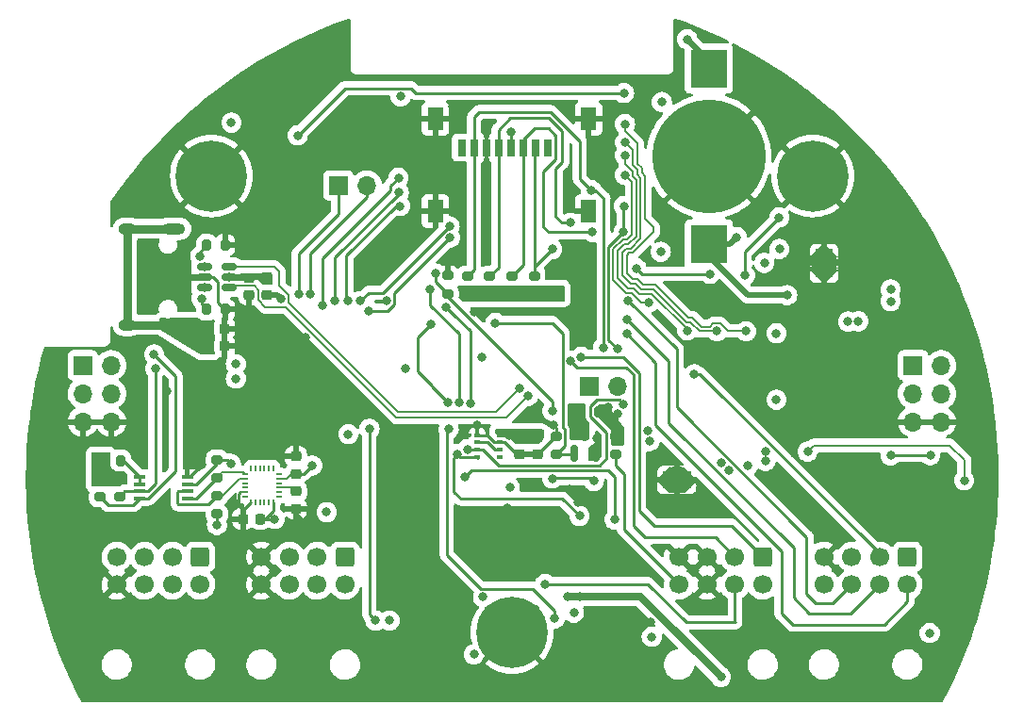
<source format=gbr>
%TF.GenerationSoftware,KiCad,Pcbnew,(6.0.2)*%
%TF.CreationDate,2022-04-01T12:33:14-04:00*%
%TF.ProjectId,ControlBoard,436f6e74-726f-46c4-926f-6172642e6b69,rev?*%
%TF.SameCoordinates,Original*%
%TF.FileFunction,Copper,L4,Bot*%
%TF.FilePolarity,Positive*%
%FSLAX46Y46*%
G04 Gerber Fmt 4.6, Leading zero omitted, Abs format (unit mm)*
G04 Created by KiCad (PCBNEW (6.0.2)) date 2022-04-01 12:33:14*
%MOMM*%
%LPD*%
G01*
G04 APERTURE LIST*
G04 Aperture macros list*
%AMRoundRect*
0 Rectangle with rounded corners*
0 $1 Rounding radius*
0 $2 $3 $4 $5 $6 $7 $8 $9 X,Y pos of 4 corners*
0 Add a 4 corners polygon primitive as box body*
4,1,4,$2,$3,$4,$5,$6,$7,$8,$9,$2,$3,0*
0 Add four circle primitives for the rounded corners*
1,1,$1+$1,$2,$3*
1,1,$1+$1,$4,$5*
1,1,$1+$1,$6,$7*
1,1,$1+$1,$8,$9*
0 Add four rect primitives between the rounded corners*
20,1,$1+$1,$2,$3,$4,$5,0*
20,1,$1+$1,$4,$5,$6,$7,0*
20,1,$1+$1,$6,$7,$8,$9,0*
20,1,$1+$1,$8,$9,$2,$3,0*%
G04 Aperture macros list end*
%TA.AperFunction,ComponentPad*%
%ADD10C,0.800000*%
%TD*%
%TA.AperFunction,ComponentPad*%
%ADD11C,6.400000*%
%TD*%
%TA.AperFunction,ComponentPad*%
%ADD12R,1.700000X1.700000*%
%TD*%
%TA.AperFunction,ComponentPad*%
%ADD13O,1.700000X1.700000*%
%TD*%
%TA.AperFunction,ComponentPad*%
%ADD14RoundRect,0.250000X-0.600000X0.600000X-0.600000X-0.600000X0.600000X-0.600000X0.600000X0.600000X0*%
%TD*%
%TA.AperFunction,ComponentPad*%
%ADD15C,1.700000*%
%TD*%
%TA.AperFunction,ComponentPad*%
%ADD16O,2.100000X1.000000*%
%TD*%
%TA.AperFunction,ComponentPad*%
%ADD17O,1.600000X1.000000*%
%TD*%
%TA.AperFunction,SMDPad,CuDef*%
%ADD18R,2.500000X1.500000*%
%TD*%
%TA.AperFunction,ComponentPad*%
%ADD19C,0.500000*%
%TD*%
%TA.AperFunction,SMDPad,CuDef*%
%ADD20R,1.500000X2.500000*%
%TD*%
%TA.AperFunction,SMDPad,CuDef*%
%ADD21RoundRect,0.225000X0.225000X0.250000X-0.225000X0.250000X-0.225000X-0.250000X0.225000X-0.250000X0*%
%TD*%
%TA.AperFunction,SMDPad,CuDef*%
%ADD22RoundRect,0.225000X0.250000X-0.225000X0.250000X0.225000X-0.250000X0.225000X-0.250000X-0.225000X0*%
%TD*%
%TA.AperFunction,SMDPad,CuDef*%
%ADD23RoundRect,0.225000X-0.250000X0.225000X-0.250000X-0.225000X0.250000X-0.225000X0.250000X0.225000X0*%
%TD*%
%TA.AperFunction,SMDPad,CuDef*%
%ADD24RoundRect,0.218750X0.218750X0.256250X-0.218750X0.256250X-0.218750X-0.256250X0.218750X-0.256250X0*%
%TD*%
%TA.AperFunction,SMDPad,CuDef*%
%ADD25RoundRect,0.218750X0.256250X-0.218750X0.256250X0.218750X-0.256250X0.218750X-0.256250X-0.218750X0*%
%TD*%
%TA.AperFunction,SMDPad,CuDef*%
%ADD26RoundRect,0.150000X0.150000X-0.587500X0.150000X0.587500X-0.150000X0.587500X-0.150000X-0.587500X0*%
%TD*%
%TA.AperFunction,SMDPad,CuDef*%
%ADD27RoundRect,0.200000X0.200000X0.275000X-0.200000X0.275000X-0.200000X-0.275000X0.200000X-0.275000X0*%
%TD*%
%TA.AperFunction,SMDPad,CuDef*%
%ADD28RoundRect,0.200000X-0.275000X0.200000X-0.275000X-0.200000X0.275000X-0.200000X0.275000X0.200000X0*%
%TD*%
%TA.AperFunction,SMDPad,CuDef*%
%ADD29RoundRect,0.200000X0.275000X-0.200000X0.275000X0.200000X-0.275000X0.200000X-0.275000X-0.200000X0*%
%TD*%
%TA.AperFunction,SMDPad,CuDef*%
%ADD30RoundRect,0.200000X-0.200000X-0.275000X0.200000X-0.275000X0.200000X0.275000X-0.200000X0.275000X0*%
%TD*%
%TA.AperFunction,SMDPad,CuDef*%
%ADD31RoundRect,0.050000X-0.050000X0.225000X-0.050000X-0.225000X0.050000X-0.225000X0.050000X0.225000X0*%
%TD*%
%TA.AperFunction,SMDPad,CuDef*%
%ADD32RoundRect,0.050000X0.225000X0.050000X-0.225000X0.050000X-0.225000X-0.050000X0.225000X-0.050000X0*%
%TD*%
%TA.AperFunction,SMDPad,CuDef*%
%ADD33R,1.100000X0.400000*%
%TD*%
%TA.AperFunction,SMDPad,CuDef*%
%ADD34RoundRect,0.150000X-0.512500X-0.150000X0.512500X-0.150000X0.512500X0.150000X-0.512500X0.150000X0*%
%TD*%
%TA.AperFunction,SMDPad,CuDef*%
%ADD35R,3.300000X3.500000*%
%TD*%
%TA.AperFunction,SMDPad,CuDef*%
%ADD36C,10.200000*%
%TD*%
%TA.AperFunction,SMDPad,CuDef*%
%ADD37R,0.500000X0.350000*%
%TD*%
%TA.AperFunction,SMDPad,CuDef*%
%ADD38R,0.800000X1.500000*%
%TD*%
%TA.AperFunction,SMDPad,CuDef*%
%ADD39R,1.450000X2.000000*%
%TD*%
%TA.AperFunction,ViaPad*%
%ADD40C,0.800000*%
%TD*%
%TA.AperFunction,Conductor*%
%ADD41C,0.250000*%
%TD*%
%TA.AperFunction,Conductor*%
%ADD42C,0.200000*%
%TD*%
%TA.AperFunction,Conductor*%
%ADD43C,0.600000*%
%TD*%
%TA.AperFunction,Conductor*%
%ADD44C,0.700000*%
%TD*%
%TA.AperFunction,Conductor*%
%ADD45C,0.500000*%
%TD*%
%TA.AperFunction,Conductor*%
%ADD46C,0.750000*%
%TD*%
G04 APERTURE END LIST*
D10*
%TO.P,H1,1,1*%
%TO.N,GND*%
X123000000Y-75400000D03*
X121302944Y-71302944D03*
X123000000Y-70600000D03*
X124697056Y-74697056D03*
X124697056Y-71302944D03*
X121302944Y-74697056D03*
X120600000Y-73000000D03*
X125400000Y-73000000D03*
D11*
X123000000Y-73000000D03*
%TD*%
D10*
%TO.P,H3,1,1*%
%TO.N,GND*%
X150000000Y-116400000D03*
X148302944Y-115697056D03*
D11*
X150000000Y-114000000D03*
D10*
X151697056Y-115697056D03*
X148302944Y-112302944D03*
X151697056Y-112302944D03*
X147600000Y-114000000D03*
X150000000Y-111600000D03*
X152400000Y-114000000D03*
%TD*%
D12*
%TO.P,J7,1,Pin_1*%
%TO.N,/SENSOR_SDA*%
X111460000Y-90000000D03*
D13*
%TO.P,J7,2,Pin_2*%
%TO.N,/SENSOR_EXTRA1*%
X114000000Y-90000000D03*
%TO.P,J7,3,Pin_3*%
%TO.N,/SENSOR_SCL*%
X111460000Y-92540000D03*
%TO.P,J7,4,Pin_4*%
%TO.N,/SENSOR_EXTRA2*%
X114000000Y-92540000D03*
%TO.P,J7,5,Pin_5*%
%TO.N,GND*%
X111460000Y-95080000D03*
%TO.P,J7,6,Pin_6*%
X114000000Y-95080000D03*
%TD*%
D12*
%TO.P,J2,1,Pin_1*%
%TO.N,+BATT*%
X186000000Y-90000000D03*
D13*
%TO.P,J2,2,Pin_2*%
%TO.N,+5_BATT*%
X188540000Y-90000000D03*
%TO.P,J2,3,Pin_3*%
%TO.N,+12V*%
X186000000Y-92540000D03*
%TO.P,J2,4,Pin_4*%
%TO.N,+3V3*%
X188540000Y-92540000D03*
%TO.P,J2,5,Pin_5*%
%TO.N,GND*%
X186000000Y-95080000D03*
%TO.P,J2,6,Pin_6*%
X188540000Y-95080000D03*
%TD*%
D14*
%TO.P,J3,1,Pin_1*%
%TO.N,+5_BATT*%
X135000000Y-107200000D03*
D15*
%TO.P,J3,2,Pin_2*%
%TO.N,/CTD_RX*%
X132500000Y-107200000D03*
%TO.P,J3,3,Pin_3*%
%TO.N,/CTD_TX*%
X130000000Y-107200000D03*
%TO.P,J3,4,Pin_4*%
%TO.N,GND*%
X127500000Y-107200000D03*
%TO.P,J3,5,Pin_5*%
%TO.N,/BEACON+*%
X135000000Y-109700000D03*
%TO.P,J3,6,Pin_6*%
%TO.N,unconnected-(J3-Pad6)*%
X132500000Y-109700000D03*
%TO.P,J3,7,Pin_7*%
%TO.N,unconnected-(J3-Pad7)*%
X130000000Y-109700000D03*
%TO.P,J3,8,Pin_8*%
%TO.N,GND*%
X127500000Y-109700000D03*
%TD*%
D14*
%TO.P,J4,1,Pin_1*%
%TO.N,unconnected-(J4-Pad1)*%
X122000000Y-107200000D03*
D15*
%TO.P,J4,2,Pin_2*%
%TO.N,/MODEM_RX*%
X119500000Y-107200000D03*
%TO.P,J4,3,Pin_3*%
%TO.N,/MODEM_TX*%
X117000000Y-107200000D03*
%TO.P,J4,4,Pin_4*%
%TO.N,/MODEM_READY*%
X114500000Y-107200000D03*
%TO.P,J4,5,Pin_5*%
%TO.N,+BATT*%
X122000000Y-109700000D03*
%TO.P,J4,6,Pin_6*%
%TO.N,unconnected-(J4-Pad6)*%
X119500000Y-109700000D03*
%TO.P,J4,7,Pin_7*%
%TO.N,unconnected-(J4-Pad7)*%
X117000000Y-109700000D03*
%TO.P,J4,8,Pin_8*%
%TO.N,GND*%
X114500000Y-109700000D03*
%TD*%
D14*
%TO.P,J5,1,Pin_1*%
%TO.N,/RREF+*%
X172500000Y-107200000D03*
D15*
%TO.P,J5,2,Pin_2*%
%TO.N,/RSENSE+*%
X170000000Y-107200000D03*
%TO.P,J5,3,Pin_3*%
%TO.N,GND*%
X167500000Y-107200000D03*
%TO.P,J5,4,Pin_4*%
X165000000Y-107200000D03*
%TO.P,J5,5,Pin_5*%
%TO.N,+3.3BCKP*%
X172500000Y-109700000D03*
%TO.P,J5,6,Pin_6*%
%TO.N,/TURN_ON*%
X170000000Y-109700000D03*
%TO.P,J5,7,Pin_7*%
%TO.N,GND*%
X167500000Y-109700000D03*
%TO.P,J5,8,Pin_8*%
%TO.N,/LEAK+*%
X165000000Y-109700000D03*
%TD*%
D14*
%TO.P,J6,1,Pin_1*%
%TO.N,+BATT*%
X185500000Y-107200000D03*
D15*
%TO.P,J6,2,Pin_2*%
%TO.N,/BATT_SCL*%
X183000000Y-107200000D03*
%TO.P,J6,3,Pin_3*%
%TO.N,/BATT_SDA*%
X180500000Y-107200000D03*
%TO.P,J6,4,Pin_4*%
%TO.N,GND*%
X178000000Y-107200000D03*
%TO.P,J6,5,Pin_5*%
%TO.N,/MOTOR_SPEED*%
X185500000Y-109700000D03*
%TO.P,J6,6,Pin_6*%
%TO.N,/MOTOR_DIR*%
X183000000Y-109700000D03*
%TO.P,J6,7,Pin_7*%
%TO.N,/MOTOR_EN*%
X180500000Y-109700000D03*
%TO.P,J6,8,Pin_8*%
%TO.N,/SOL_OUT*%
X178000000Y-109700000D03*
%TD*%
D16*
%TO.P,J8,S1,SHIELD*%
%TO.N,Net-(C42-Pad2)*%
X119630000Y-77730000D03*
D17*
X115450000Y-86370000D03*
D16*
X119630000Y-86370000D03*
D17*
X115450000Y-77730000D03*
%TD*%
D10*
%TO.P,H2,1,1*%
%TO.N,GND*%
X179400000Y-73000000D03*
X174600000Y-73000000D03*
X175302944Y-71302944D03*
X177000000Y-70600000D03*
X178697056Y-74697056D03*
X178697056Y-71302944D03*
X177000000Y-75400000D03*
X175302944Y-74697056D03*
D11*
X177000000Y-73000000D03*
%TD*%
D18*
%TO.P,U6,13,EPAD*%
%TO.N,GND*%
X164790000Y-100310000D03*
D19*
X165790000Y-100810000D03*
X164790000Y-100810000D03*
X165790000Y-99810000D03*
X163790000Y-99810000D03*
X164790000Y-99810000D03*
X163790000Y-100810000D03*
%TD*%
%TO.P,U2,13,EPAD*%
%TO.N,GND*%
X177500000Y-81850000D03*
D20*
X178000000Y-80850000D03*
D19*
X178500000Y-81850000D03*
X178500000Y-80850000D03*
X178500000Y-79850000D03*
X177500000Y-80850000D03*
X177500000Y-79850000D03*
%TD*%
D12*
%TO.P,J11,1,Pin_1*%
%TO.N,/BATT_SDA*%
X134405000Y-73840000D03*
D13*
%TO.P,J11,2,Pin_2*%
%TO.N,/BATT_SCL*%
X136945000Y-73840000D03*
%TD*%
D12*
%TO.P,J10,1,Pin_1*%
%TO.N,/MISO*%
X156905000Y-91890000D03*
D13*
%TO.P,J10,2,Pin_2*%
%TO.N,/MOSI*%
X159445000Y-91890000D03*
%TD*%
D21*
%TO.P,C8,1*%
%TO.N,+1V8*%
X127387500Y-103800000D03*
%TO.P,C8,2*%
%TO.N,GND*%
X125837500Y-103800000D03*
%TD*%
D22*
%TO.P,C9,1*%
%TO.N,+1V8*%
X130600000Y-99737500D03*
%TO.P,C9,2*%
%TO.N,GND*%
X130600000Y-98187500D03*
%TD*%
D23*
%TO.P,C13,1*%
%TO.N,Net-(C13-Pad1)*%
X130600000Y-101337500D03*
%TO.P,C13,2*%
%TO.N,GND*%
X130600000Y-102887500D03*
%TD*%
%TO.P,C44,1*%
%TO.N,Net-(C44-Pad1)*%
X126400000Y-82125000D03*
%TO.P,C44,2*%
%TO.N,GND*%
X126400000Y-83675000D03*
%TD*%
D24*
%TO.P,FB1,1*%
%TO.N,GND*%
X124187500Y-88300000D03*
%TO.P,FB1,2*%
%TO.N,Net-(C42-Pad2)*%
X122612500Y-88300000D03*
%TD*%
D25*
%TO.P,FB2,1*%
%TO.N,VBUS*%
X128000000Y-83687500D03*
%TO.P,FB2,2*%
%TO.N,Net-(C44-Pad1)*%
X128000000Y-82112500D03*
%TD*%
D26*
%TO.P,Q2,1,B*%
%TO.N,Net-(Q2-Pad1)*%
X157500000Y-97937500D03*
%TO.P,Q2,2,E*%
%TO.N,/LEAK_DET*%
X155600000Y-97937500D03*
%TO.P,Q2,3,C*%
%TO.N,+3V3*%
X156550000Y-96062500D03*
%TD*%
D27*
%TO.P,R14,1*%
%TO.N,Net-(R14-Pad1)*%
X114862500Y-98550000D03*
%TO.P,R14,2*%
%TO.N,+3V3*%
X113212500Y-98550000D03*
%TD*%
D28*
%TO.P,R15,1*%
%TO.N,+3V3*%
X114750000Y-100187500D03*
%TO.P,R15,2*%
%TO.N,/BATT_SCL*%
X114750000Y-101837500D03*
%TD*%
%TO.P,R16,1*%
%TO.N,+3V3*%
X113000000Y-100187500D03*
%TO.P,R16,2*%
%TO.N,/BATT_SDA*%
X113000000Y-101837500D03*
%TD*%
D29*
%TO.P,R20,1*%
%TO.N,+3.3BCKP*%
X146000000Y-83612500D03*
%TO.P,R20,2*%
%TO.N,/MISO*%
X146000000Y-81962500D03*
%TD*%
%TO.P,R23,1*%
%TO.N,+3.3BCKP*%
X148000000Y-83612500D03*
%TO.P,R23,2*%
%TO.N,/SCK*%
X148000000Y-81962500D03*
%TD*%
D30*
%TO.P,R24,1*%
%TO.N,Net-(J8-PadA5)*%
X122575000Y-79200000D03*
%TO.P,R24,2*%
%TO.N,GND*%
X124225000Y-79200000D03*
%TD*%
D27*
%TO.P,R25,1*%
%TO.N,GND*%
X124225000Y-85000000D03*
%TO.P,R25,2*%
%TO.N,Net-(J8-PadB5)*%
X122575000Y-85000000D03*
%TD*%
D29*
%TO.P,R26,1*%
%TO.N,+3.3BCKP*%
X150000000Y-83612500D03*
%TO.P,R26,2*%
%TO.N,/MOSI*%
X150000000Y-81962500D03*
%TD*%
%TO.P,R27,1*%
%TO.N,+3.3BCKP*%
X152000000Y-83612500D03*
%TO.P,R27,2*%
%TO.N,/SD_CS*%
X152000000Y-81962500D03*
%TD*%
D27*
%TO.P,R33,1*%
%TO.N,Net-(Q2-Pad1)*%
X157775000Y-94150000D03*
%TO.P,R33,2*%
%TO.N,+3V3*%
X156125000Y-94150000D03*
%TD*%
D28*
%TO.P,R34,1*%
%TO.N,GND*%
X153950000Y-96387500D03*
%TO.P,R34,2*%
%TO.N,/LEAK_DET*%
X153950000Y-98037500D03*
%TD*%
D31*
%TO.P,U4,1,NC*%
%TO.N,unconnected-(U4-Pad1)*%
X126550000Y-99300000D03*
%TO.P,U4,2,NC*%
%TO.N,unconnected-(U4-Pad2)*%
X126950000Y-99300000D03*
%TO.P,U4,3,NC*%
%TO.N,unconnected-(U4-Pad3)*%
X127350000Y-99300000D03*
%TO.P,U4,4,NC*%
%TO.N,unconnected-(U4-Pad4)*%
X127750000Y-99300000D03*
%TO.P,U4,5,NC*%
%TO.N,unconnected-(U4-Pad5)*%
X128150000Y-99300000D03*
%TO.P,U4,6,NC*%
%TO.N,unconnected-(U4-Pad6)*%
X128550000Y-99300000D03*
D32*
%TO.P,U4,7,AUX_CL*%
%TO.N,unconnected-(U4-Pad7)*%
X129050000Y-99800000D03*
%TO.P,U4,8,VDDIO*%
%TO.N,+1V8*%
X129050000Y-100200000D03*
%TO.P,U4,9,SDO/AD0*%
%TO.N,unconnected-(U4-Pad9)*%
X129050000Y-100600000D03*
%TO.P,U4,10,REGOUT*%
%TO.N,Net-(C13-Pad1)*%
X129050000Y-101000000D03*
%TO.P,U4,11,FSYNC*%
%TO.N,unconnected-(U4-Pad11)*%
X129050000Y-101400000D03*
%TO.P,U4,12,INT1*%
%TO.N,unconnected-(U4-Pad12)*%
X129050000Y-101800000D03*
D31*
%TO.P,U4,13,VDD*%
%TO.N,+1V8*%
X128550000Y-102300000D03*
%TO.P,U4,14,NC*%
%TO.N,unconnected-(U4-Pad14)*%
X128150000Y-102300000D03*
%TO.P,U4,15,NC*%
%TO.N,unconnected-(U4-Pad15)*%
X127750000Y-102300000D03*
%TO.P,U4,16,NC*%
%TO.N,unconnected-(U4-Pad16)*%
X127350000Y-102300000D03*
%TO.P,U4,17,NC*%
%TO.N,unconnected-(U4-Pad17)*%
X126950000Y-102300000D03*
%TO.P,U4,18,GND*%
%TO.N,GND*%
X126550000Y-102300000D03*
D32*
%TO.P,U4,19,RESV*%
%TO.N,unconnected-(U4-Pad19)*%
X126050000Y-101800000D03*
%TO.P,U4,20,GND*%
%TO.N,GND*%
X126050000Y-101400000D03*
%TO.P,U4,21,AUX_DA*%
%TO.N,unconnected-(U4-Pad21)*%
X126050000Y-101000000D03*
%TO.P,U4,22,~{CS}*%
%TO.N,unconnected-(U4-Pad22)*%
X126050000Y-100600000D03*
%TO.P,U4,23,SCL/SCLK*%
%TO.N,/IMU_SCL_1V8*%
X126050000Y-100200000D03*
%TO.P,U4,24,SDA/SDI*%
%TO.N,/IMU_SDA_1V8*%
X126050000Y-99800000D03*
%TD*%
D33*
%TO.P,U10,1,GND*%
%TO.N,GND*%
X120850000Y-100025000D03*
%TO.P,U10,2,VREF1*%
%TO.N,+1V8*%
X120850000Y-100675000D03*
%TO.P,U10,3,SCL1*%
%TO.N,/IMU_SCL_1V8*%
X120850000Y-101325000D03*
%TO.P,U10,4,SDA1*%
%TO.N,/IMU_SDA_1V8*%
X120850000Y-101975000D03*
%TO.P,U10,5,SDA2*%
%TO.N,/BATT_SDA*%
X116550000Y-101975000D03*
%TO.P,U10,6,SCL2*%
%TO.N,/BATT_SCL*%
X116550000Y-101325000D03*
%TO.P,U10,7,VREF2*%
%TO.N,Net-(R14-Pad1)*%
X116550000Y-100675000D03*
%TO.P,U10,8,EN*%
X116550000Y-100025000D03*
%TD*%
D34*
%TO.P,U13,1,I/O1*%
%TO.N,/D+*%
X122362500Y-83050000D03*
%TO.P,U13,2,GND*%
%TO.N,GND*%
X122362500Y-82100000D03*
%TO.P,U13,3,I/O2*%
%TO.N,/D-*%
X122362500Y-81150000D03*
%TO.P,U13,4,I/O2*%
%TO.N,/USB_D-*%
X124637500Y-81150000D03*
%TO.P,U13,5,VBUS*%
%TO.N,Net-(C44-Pad1)*%
X124637500Y-82100000D03*
%TO.P,U13,6,I/O1*%
%TO.N,/USB_D+*%
X124637500Y-83050000D03*
%TD*%
D28*
%TO.P,R13,1*%
%TO.N,/IMU_SCL_1V8*%
X123500000Y-101712500D03*
%TO.P,R13,2*%
%TO.N,+1V8*%
X123500000Y-103362500D03*
%TD*%
D29*
%TO.P,R12,1*%
%TO.N,/IMU_SDA_1V8*%
X123500000Y-100137500D03*
%TO.P,R12,2*%
%TO.N,+1V8*%
X123500000Y-98487500D03*
%TD*%
D35*
%TO.P,BT1,1,+*%
%TO.N,Net-(BT1-Pad1)*%
X167681000Y-79147000D03*
X167681000Y-63347000D03*
D36*
%TO.P,BT1,2,-*%
%TO.N,GND*%
X167681000Y-71247000D03*
%TD*%
D28*
%TO.P,R32,1*%
%TO.N,Net-(Q2-Pad1)*%
X159350000Y-96375000D03*
%TO.P,R32,2*%
%TO.N,/LEAK+*%
X159350000Y-98025000D03*
%TD*%
D21*
%TO.P,C42,1*%
%TO.N,GND*%
X124175000Y-86700000D03*
%TO.P,C42,2*%
%TO.N,Net-(C42-Pad2)*%
X122625000Y-86700000D03*
%TD*%
D23*
%TO.P,C21,1*%
%TO.N,+3V3*%
X152300000Y-96462500D03*
%TO.P,C21,2*%
%TO.N,GND*%
X152300000Y-98012500D03*
%TD*%
D37*
%TO.P,U8,1,GND*%
%TO.N,GND*%
X146875000Y-96275000D03*
%TO.P,U8,2,CSB*%
%TO.N,Net-(U8-Pad2)*%
X146875000Y-96925000D03*
%TO.P,U8,3,SDI*%
%TO.N,/BATT_SCL*%
X146875000Y-97575000D03*
%TO.P,U8,4,SCK*%
%TO.N,/BATT_SDA*%
X146875000Y-98225000D03*
%TO.P,U8,5,SDO*%
%TO.N,unconnected-(U8-Pad5)*%
X148925000Y-98225000D03*
%TO.P,U8,6,VDDIO*%
%TO.N,Net-(U8-Pad2)*%
X148925000Y-97575000D03*
%TO.P,U8,7,GND*%
%TO.N,GND*%
X148925000Y-96925000D03*
%TO.P,U8,8,VDD*%
%TO.N,+3V3*%
X148925000Y-96275000D03*
%TD*%
D23*
%TO.P,C23,1*%
%TO.N,+3V3*%
X150700000Y-96462500D03*
%TO.P,C23,2*%
%TO.N,GND*%
X150700000Y-98012500D03*
%TD*%
D38*
%TO.P,J9,1,DAT2*%
%TO.N,unconnected-(J9-Pad1)*%
X153200000Y-70450000D03*
%TO.P,J9,2,DAT3/CD*%
%TO.N,/SD_CS*%
X152100000Y-70450000D03*
%TO.P,J9,3,CMD*%
%TO.N,/MOSI*%
X151000000Y-70450000D03*
%TO.P,J9,4,VDD*%
%TO.N,+3.3BCKP*%
X149900000Y-70450000D03*
%TO.P,J9,5,CLK*%
%TO.N,/SCK*%
X148800000Y-70450000D03*
%TO.P,J9,6,VSS*%
%TO.N,GND*%
X147700000Y-70450000D03*
%TO.P,J9,7,DAT0*%
%TO.N,/MISO*%
X146600000Y-70450000D03*
%TO.P,J9,8,DAT1*%
%TO.N,unconnected-(J9-Pad8)*%
X145500000Y-70450000D03*
D39*
%TO.P,J9,9,SHIELD*%
%TO.N,GND*%
X156875000Y-76150000D03*
X143125000Y-67850000D03*
X156875000Y-67850000D03*
X143125000Y-76150000D03*
%TD*%
D29*
%TO.P,R39,1*%
%TO.N,/TURN_ON*%
X144230000Y-83595000D03*
%TO.P,R39,2*%
%TO.N,GND*%
X144230000Y-81945000D03*
%TD*%
D40*
%TO.N,GND*%
X147700000Y-69050000D03*
X179400000Y-92600000D03*
X179400000Y-91650000D03*
X179400000Y-93550000D03*
X180900000Y-91650000D03*
X180900000Y-93550000D03*
X180900000Y-92600000D03*
X177900000Y-92600000D03*
X136300000Y-81000000D03*
X130250000Y-62450000D03*
X138650000Y-98300000D03*
X140200000Y-116600000D03*
X153700000Y-95350000D03*
X146900000Y-95400000D03*
X129900000Y-73720000D03*
X155280000Y-75250000D03*
X155900000Y-102350000D03*
X188700000Y-83200000D03*
X176700000Y-83300000D03*
X116850000Y-82150000D03*
X155150000Y-101100000D03*
X154300000Y-85250000D03*
X175150000Y-117075000D03*
X149600000Y-102800000D03*
X162450000Y-113050000D03*
X182500000Y-85700000D03*
X131445278Y-87502722D03*
X133950000Y-62450000D03*
X136950000Y-68550000D03*
X130500000Y-90700000D03*
X119050000Y-92300000D03*
X142450000Y-98300000D03*
X146600000Y-85200000D03*
X155550000Y-64500000D03*
X138700000Y-84225000D03*
X144700000Y-66750000D03*
X126600000Y-67800000D03*
X131700000Y-104400000D03*
X128397000Y-87884000D03*
X122150000Y-98950000D03*
X177900000Y-91650000D03*
X177900000Y-93550000D03*
%TO.N,+3V3*%
X113800000Y-99600000D03*
X149750000Y-96300000D03*
X184000000Y-83200000D03*
X155450000Y-95400000D03*
X135300000Y-96200000D03*
X184000000Y-84250000D03*
%TO.N,+5V*%
X180175000Y-86075000D03*
X181100000Y-86050000D03*
X168771432Y-98773028D03*
X169428701Y-99430299D03*
%TO.N,+BATT*%
X156050000Y-110800000D03*
X155000000Y-110800000D03*
X168750000Y-118000000D03*
%TO.N,+12V*%
X155560000Y-112230000D03*
X146570000Y-115970000D03*
X139000000Y-112924500D03*
X147400000Y-110824500D03*
X187500000Y-114050000D03*
X162550000Y-114400000D03*
%TO.N,/SENSOR_SCL*%
X124802558Y-68201380D03*
%TO.N,/EN*%
X160050000Y-65550000D03*
X130750000Y-69350000D03*
%TO.N,+1V8*%
X132050000Y-99000000D03*
X133350000Y-103200000D03*
X128700000Y-103800000D03*
X124750000Y-98850000D03*
X123500000Y-104350000D03*
%TO.N,/USB_D+*%
X151427781Y-92755085D03*
%TO.N,/USB_D-*%
X150700000Y-92070000D03*
%TO.N,VBUS*%
X149800000Y-101000000D03*
X129250000Y-84050000D03*
%TO.N,Net-(C35-Pad2)*%
X184000000Y-98100000D03*
X187550000Y-98075000D03*
%TO.N,Net-(C36-Pad2)*%
X190600000Y-100350000D03*
X176550000Y-97750000D03*
%TO.N,Net-(C39-Pad1)*%
X153600000Y-100175000D03*
X157350000Y-100400000D03*
%TO.N,Net-(C40-Pad1)*%
X159200000Y-103850000D03*
X145750000Y-100050000D03*
%TO.N,/CTD_RX*%
X137160000Y-85090000D03*
X144438698Y-78518315D03*
%TO.N,/CTD_TX*%
X136398000Y-84224500D03*
X144390000Y-77520000D03*
%TO.N,/MODEM_READY*%
X132950000Y-84650000D03*
X139800000Y-73160000D03*
%TO.N,/MODEM_RX*%
X135255000Y-84224500D03*
X139930000Y-75700000D03*
%TO.N,/MODEM_TX*%
X139820000Y-74500000D03*
X134112000Y-84224500D03*
%TO.N,/RSENSE+*%
X155277028Y-89633573D03*
%TO.N,/RREF+*%
X156200000Y-89250000D03*
%TO.N,/MOTOR_SPEED*%
X160300000Y-87150000D03*
%TO.N,/BATT_SDA*%
X117856000Y-89027000D03*
X145250003Y-93350000D03*
X142650000Y-83200000D03*
X130822000Y-83578000D03*
X145100000Y-98000000D03*
X156056693Y-103531307D03*
%TO.N,/MOTOR_DIR*%
X160300000Y-85850000D03*
%TO.N,/BATT_SCL*%
X160020000Y-93472000D03*
X144050000Y-84750000D03*
X146000000Y-97550000D03*
X131905000Y-83645000D03*
X166370000Y-90805000D03*
X117983000Y-90297000D03*
X146248466Y-93405470D03*
%TO.N,/MOTOR_EN*%
X160450000Y-84200000D03*
%TO.N,/D+*%
X122400000Y-83050000D03*
%TO.N,Net-(J8-PadB5)*%
X122117834Y-84009367D03*
%TO.N,/D-*%
X122400000Y-81150000D03*
%TO.N,Net-(J8-PadA5)*%
X122000000Y-80200000D03*
%TO.N,/TURN_ON*%
X153610000Y-94100000D03*
X152970000Y-109660000D03*
X143155500Y-81760000D03*
%TO.N,/LEAK_DET*%
X148500000Y-86200000D03*
%TO.N,Net-(Q2-Pad1)*%
X159512000Y-94361000D03*
X157607000Y-96520000D03*
X158623000Y-93789497D03*
%TO.N,/SCK*%
X155250000Y-77200000D03*
%TO.N,/SOL_EN*%
X144300000Y-95750000D03*
X142700000Y-86300000D03*
X144250000Y-93350000D03*
X153840000Y-112740000D03*
%TO.N,/BEACON_EN*%
X137737347Y-112937347D03*
X137200000Y-95700000D03*
%TO.N,/SD_CS*%
X153600000Y-79570000D03*
%TO.N,/MOSI*%
X160020000Y-77978000D03*
X157230000Y-78040000D03*
X159460000Y-88525500D03*
X160043525Y-75702948D03*
%TO.N,/MISO*%
X157100000Y-74260000D03*
X158210000Y-88390000D03*
%TO.N,/RAD_CS*%
X170904500Y-81915000D03*
X167767000Y-81788000D03*
X170904500Y-81915000D03*
X161163000Y-81280000D03*
X173990000Y-76708000D03*
X170904500Y-81915000D03*
%TO.N,Net-(C44-Pad1)*%
X124600000Y-82100000D03*
%TO.N,/DIP1*%
X171005500Y-86931500D03*
X160147000Y-68326000D03*
%TO.N,/DIP2*%
X160147000Y-69977000D03*
X168402000Y-86931500D03*
%TO.N,/DIP3*%
X160147000Y-71120000D03*
X165735000Y-86868000D03*
%TO.N,/DIP4*%
X160147000Y-72898000D03*
X162306000Y-84328000D03*
%TO.N,+3.3BCKP*%
X172650000Y-80800000D03*
X149900000Y-69050000D03*
X173736000Y-93091000D03*
X125200000Y-91200000D03*
X163450000Y-66350000D03*
X140000000Y-65850000D03*
X153000000Y-83550000D03*
X163350000Y-79800000D03*
X125200000Y-89900000D03*
X146970000Y-83590000D03*
X174000000Y-79550000D03*
X173736000Y-87122000D03*
X147250000Y-89300000D03*
%TO.N,+5_BATT*%
X162200000Y-95850000D03*
X171150989Y-99014175D03*
X172750000Y-98600000D03*
X172800000Y-97750000D03*
X162350000Y-96800000D03*
%TO.N,unconnected-(U7-Pad2)*%
X140400000Y-90300000D03*
%TO.N,Net-(BT1-Pad1)*%
X174700000Y-83700000D03*
X170180000Y-78486000D03*
X165735000Y-60706000D03*
%TD*%
D41*
%TO.N,GND*%
X150700000Y-98025000D02*
X152300000Y-98025000D01*
X146875000Y-96275000D02*
X147775000Y-96275000D01*
X148425000Y-96925000D02*
X148925000Y-96925000D01*
X147775000Y-96275000D02*
X148425000Y-96925000D01*
X120850000Y-100025000D02*
X121075000Y-100025000D01*
X148925000Y-96925000D02*
X149285002Y-96925000D01*
X125825000Y-102999990D02*
X125450480Y-102625470D01*
X153950000Y-95600000D02*
X153700000Y-95350000D01*
X150385002Y-98025000D02*
X150700000Y-98025000D01*
X124187500Y-85000000D02*
X124187500Y-88300000D01*
X123180000Y-82100000D02*
X123571000Y-82491000D01*
X147700000Y-69050000D02*
X147700000Y-69100000D01*
X146875000Y-95425000D02*
X146900000Y-95400000D01*
X125825000Y-103800000D02*
X125825000Y-102999990D01*
D42*
X126050000Y-101400000D02*
X125645349Y-101400000D01*
D41*
X153950000Y-96425000D02*
X153900000Y-96425000D01*
D42*
X125645349Y-101400000D02*
X125619860Y-101425489D01*
D43*
X122400000Y-82100000D02*
X121100000Y-82100000D01*
D41*
X130600000Y-102900000D02*
X130600000Y-103300000D01*
X121075000Y-100025000D02*
X122150000Y-98950000D01*
X153950000Y-96425000D02*
X153950000Y-95600000D01*
X130600000Y-103300000D02*
X131700000Y-104400000D01*
X153900000Y-96425000D02*
X152300000Y-98025000D01*
X123571000Y-84383500D02*
X124187500Y-85000000D01*
X125825000Y-102999990D02*
X126524990Y-102300000D01*
X122400000Y-82100000D02*
X123180000Y-82100000D01*
X125450480Y-101594869D02*
X125619860Y-101425489D01*
X149285002Y-96925000D02*
X150385002Y-98025000D01*
X147700000Y-70450000D02*
X147700000Y-69100000D01*
X123571000Y-82491000D02*
X123571000Y-84383500D01*
X146875000Y-96275000D02*
X146875000Y-95425000D01*
X125450480Y-102625470D02*
X125450480Y-101594869D01*
%TO.N,+3V3*%
X152300000Y-96450000D02*
X150700000Y-96450000D01*
X150525000Y-96275000D02*
X150700000Y-96450000D01*
X113250000Y-98725000D02*
X114750000Y-100225000D01*
X113250000Y-98550000D02*
X113250000Y-98725000D01*
X113000000Y-100225000D02*
X113225000Y-100225000D01*
X113250000Y-98550000D02*
X113250000Y-99975000D01*
X148925000Y-96275000D02*
X149825000Y-96275000D01*
X113250000Y-99975000D02*
X113000000Y-100225000D01*
X149825000Y-96275000D02*
X150525000Y-96275000D01*
X113000000Y-100225000D02*
X114750000Y-100225000D01*
D44*
%TO.N,+BATT*%
X155000000Y-110800000D02*
X156050000Y-110800000D01*
X161550000Y-110800000D02*
X162200000Y-111450000D01*
X156050000Y-110800000D02*
X161550000Y-110800000D01*
X168750000Y-118000000D02*
X162200000Y-111450000D01*
D41*
%TO.N,/EN*%
X160050000Y-65550000D02*
X141373002Y-65550000D01*
X135125001Y-65124999D02*
X134975001Y-65124999D01*
X134975001Y-65124999D02*
X130750000Y-69350000D01*
X140948001Y-65124999D02*
X135125001Y-65124999D01*
X141373002Y-65550000D02*
X140948001Y-65124999D01*
D42*
%TO.N,+1V8*%
X129750000Y-100200000D02*
X129150000Y-100200000D01*
D41*
X127400000Y-103800000D02*
X127837500Y-103800000D01*
X120850000Y-100675000D02*
X121650000Y-100675000D01*
X121650000Y-100675000D02*
X123500000Y-98825000D01*
X123500000Y-98525000D02*
X124425000Y-98525000D01*
D42*
X130200000Y-99750000D02*
X129750000Y-100200000D01*
D41*
X127837500Y-103800000D02*
X128575010Y-103062490D01*
X123500000Y-103325000D02*
X123500000Y-104350000D01*
D42*
X130600000Y-99750000D02*
X130200000Y-99750000D01*
D41*
X124425000Y-98525000D02*
X124750000Y-98850000D01*
X130600000Y-99750000D02*
X131300000Y-99750000D01*
X131300000Y-99750000D02*
X132050000Y-99000000D01*
X123500000Y-98825000D02*
X123500000Y-98525000D01*
X128575010Y-103062490D02*
X128575010Y-102300000D01*
X127400000Y-103800000D02*
X128700000Y-103800000D01*
D42*
%TO.N,Net-(C13-Pad1)*%
X129100000Y-101000000D02*
X130262500Y-101000000D01*
X130262500Y-101000000D02*
X130600000Y-101337500D01*
%TO.N,/USB_D+*%
X151427781Y-92755085D02*
X149507866Y-94675000D01*
X127853861Y-84750001D02*
X127224990Y-84121130D01*
X127224990Y-84121130D02*
X127224990Y-83232248D01*
X126867262Y-82874520D02*
X124775480Y-82874520D01*
X124775480Y-82874520D02*
X124600000Y-83050000D01*
X127224990Y-83232248D02*
X126867262Y-82874520D01*
X129681801Y-84750001D02*
X127853861Y-84750001D01*
X139606800Y-94675000D02*
X129681801Y-84750001D01*
X149507866Y-94675000D02*
X139606800Y-94675000D01*
%TO.N,/USB_D-*%
X129950001Y-84381801D02*
X129950001Y-83713999D01*
X150700000Y-92070000D02*
X148545000Y-94225000D01*
X128625000Y-81150000D02*
X124600000Y-81150000D01*
X129086012Y-81611012D02*
X128625000Y-81150000D01*
X129950001Y-83713999D02*
X129086012Y-82850010D01*
X148545000Y-94225000D02*
X139793200Y-94225000D01*
X139793200Y-94225000D02*
X129950001Y-84381801D01*
X129086012Y-82850010D02*
X129086012Y-81611012D01*
D45*
%TO.N,VBUS*%
X128000000Y-83687500D02*
X128887500Y-83687500D01*
X128887500Y-83687500D02*
X129250000Y-84050000D01*
X128000000Y-83687500D02*
X128087500Y-83687500D01*
D41*
%TO.N,Net-(C35-Pad2)*%
X187550000Y-98075000D02*
X184675000Y-98075000D01*
X184675000Y-98075000D02*
X184025000Y-98075000D01*
X184025000Y-98075000D02*
X184000000Y-98100000D01*
D42*
%TO.N,Net-(C36-Pad2)*%
X190600000Y-98500000D02*
X189300000Y-97200000D01*
X189300000Y-97200000D02*
X177100000Y-97200000D01*
X177100000Y-97200000D02*
X176550000Y-97750000D01*
X190600000Y-100350000D02*
X190600000Y-98500000D01*
D41*
%TO.N,Net-(C39-Pad1)*%
X157100000Y-100150000D02*
X153625000Y-100150000D01*
X153625000Y-100150000D02*
X153600000Y-100175000D01*
X157350000Y-100400000D02*
X157100000Y-100150000D01*
%TO.N,Net-(C40-Pad1)*%
X159200000Y-100050000D02*
X158600000Y-99450000D01*
X145750000Y-100050000D02*
X146350000Y-99450000D01*
X159200000Y-103850000D02*
X159200000Y-100050000D01*
X158600000Y-99450000D02*
X146350000Y-99450000D01*
D46*
%TO.N,Net-(C42-Pad2)*%
X115450000Y-86370000D02*
X115450000Y-77730000D01*
X115450000Y-86370000D02*
X119630000Y-86370000D01*
D41*
X119630000Y-86370000D02*
X119700000Y-86300000D01*
D46*
X115450000Y-77730000D02*
X119630000Y-77730000D01*
D41*
%TO.N,/CTD_RX*%
X139424511Y-83532502D02*
X144438698Y-78518315D01*
X137160000Y-85090000D02*
X138859614Y-85090000D01*
X139424511Y-84525103D02*
X139424511Y-83532502D01*
X138859614Y-85090000D02*
X139424511Y-84525103D01*
%TO.N,/CTD_TX*%
X137122011Y-83500489D02*
X138409511Y-83500489D01*
X136398000Y-84224500D02*
X137122011Y-83500489D01*
X138409511Y-83500489D02*
X144390000Y-77520000D01*
%TO.N,/MODEM_READY*%
X139095489Y-74264511D02*
X132950000Y-80410000D01*
X139800000Y-73160000D02*
X139095489Y-73864511D01*
X132950000Y-80410000D02*
X132950000Y-84650000D01*
X139095489Y-73864511D02*
X139095489Y-74264511D01*
%TO.N,/MODEM_RX*%
X139550000Y-75700000D02*
X139930000Y-75700000D01*
X135255000Y-84224500D02*
X135100000Y-84069500D01*
X135100000Y-84069500D02*
X135100000Y-80150000D01*
X135100000Y-80150000D02*
X139550000Y-75700000D01*
%TO.N,/MODEM_TX*%
X134112000Y-84224500D02*
X134100000Y-84212500D01*
X134100000Y-84212500D02*
X134100000Y-80310000D01*
X139820000Y-74590000D02*
X139820000Y-74500000D01*
X134100000Y-80310000D02*
X139820000Y-74590000D01*
%TO.N,/RSENSE+*%
X161950000Y-105450000D02*
X160909000Y-104409000D01*
X160909000Y-90844718D02*
X160264282Y-90200000D01*
X168250000Y-105450000D02*
X161950000Y-105450000D01*
X170000000Y-107200000D02*
X168250000Y-105450000D01*
X160264282Y-90200000D02*
X155843455Y-90200000D01*
X160909000Y-104409000D02*
X160909000Y-90844718D01*
X155843455Y-90200000D02*
X155277028Y-89633573D01*
%TO.N,/LEAK+*%
X160050000Y-104750000D02*
X160050000Y-104100000D01*
X165000000Y-109700000D02*
X160050000Y-104750000D01*
X159350000Y-97987500D02*
X159350000Y-99050000D01*
X160050000Y-99750000D02*
X160050000Y-104100000D01*
X159350000Y-99050000D02*
X160050000Y-99750000D01*
%TO.N,/RREF+*%
X159950000Y-89250000D02*
X161417000Y-90717000D01*
X169700000Y-104400000D02*
X172500000Y-107200000D01*
X162750000Y-104400000D02*
X169700000Y-104400000D01*
X161417000Y-90717000D02*
X161417000Y-103067000D01*
X156200000Y-89250000D02*
X159950000Y-89250000D01*
X161417000Y-103067000D02*
X162750000Y-104400000D01*
%TO.N,/MOTOR_SPEED*%
X183424980Y-113300000D02*
X175188610Y-113300000D01*
X174200000Y-106886810D02*
X174200000Y-106750000D01*
X162850000Y-95400000D02*
X162850000Y-91250000D01*
X185500000Y-111224980D02*
X183424980Y-113300000D01*
X174200000Y-110786410D02*
X174200000Y-112311390D01*
X162850000Y-91250000D02*
X162850000Y-89750000D01*
X174200000Y-110786410D02*
X174200000Y-106886810D01*
X174200000Y-106750000D02*
X162850000Y-95400000D01*
X185500000Y-109700000D02*
X185500000Y-111224980D01*
X174200000Y-112311390D02*
X175188610Y-113300000D01*
X160300000Y-87200000D02*
X160300000Y-87150000D01*
X162850000Y-89750000D02*
X160300000Y-87200000D01*
%TO.N,/BATT_SDA*%
X145250003Y-93350000D02*
X145250003Y-87200003D01*
X117856000Y-89027000D02*
X119774511Y-90945511D01*
X145375001Y-98275001D02*
X145100000Y-98000000D01*
X113000000Y-101800000D02*
X113762510Y-102562510D01*
X113762510Y-102562510D02*
X115962490Y-102562510D01*
X119774511Y-90945511D02*
X119774511Y-99550489D01*
X145100000Y-98000000D02*
X144780000Y-98320000D01*
X146875000Y-98225000D02*
X146824999Y-98275001D01*
X134405000Y-76415000D02*
X134405000Y-73840000D01*
X130822000Y-79998000D02*
X134405000Y-76415000D01*
X119774511Y-99550489D02*
X117350000Y-101975000D01*
X144780000Y-98320000D02*
X144780000Y-101346000D01*
X117350000Y-101975000D02*
X116550000Y-101975000D01*
X144780000Y-101346000D02*
X145415000Y-101981000D01*
X146824999Y-98275001D02*
X145375001Y-98275001D01*
X145250003Y-87200003D02*
X142650000Y-84600000D01*
X115962490Y-102562510D02*
X116550000Y-101975000D01*
X154506386Y-101981000D02*
X156056693Y-103531307D01*
X130822000Y-83578000D02*
X130822000Y-79998000D01*
X146875000Y-98225000D02*
X146950000Y-98300000D01*
X142650000Y-84600000D02*
X142650000Y-83200000D01*
X145415000Y-101981000D02*
X154506386Y-101981000D01*
%TO.N,/MOTOR_DIR*%
X164050000Y-95173002D02*
X164050000Y-89600000D01*
X175300000Y-110900000D02*
X175300000Y-110000000D01*
X180400000Y-112300000D02*
X176700000Y-112300000D01*
X175300000Y-106423002D02*
X164050000Y-95173002D01*
X183000000Y-109700000D02*
X180400000Y-112300000D01*
X164050000Y-89600000D02*
X160300000Y-85850000D01*
X175300000Y-110000000D02*
X175300000Y-106423002D01*
X176700000Y-112300000D02*
X175300000Y-110900000D01*
%TO.N,/BATT_SCL*%
X131905000Y-79931000D02*
X136945000Y-74891000D01*
X146875000Y-97575000D02*
X146025000Y-97575000D01*
X158496000Y-98350072D02*
X157846552Y-98999520D01*
X146248466Y-93405470D02*
X146248466Y-86948466D01*
X157643220Y-93064997D02*
X157050480Y-93657737D01*
X114750000Y-101800000D02*
X115225000Y-101325000D01*
X136945000Y-74891000D02*
X136945000Y-73840000D01*
X144050000Y-84750000D02*
X144750000Y-85450000D01*
X147375000Y-97575000D02*
X146875000Y-97575000D01*
X159612997Y-93064997D02*
X157643220Y-93064997D01*
X115225000Y-101325000D02*
X116550000Y-101325000D01*
X157050480Y-94642263D02*
X158496000Y-96087783D01*
X166370000Y-90805000D02*
X166879614Y-90805000D01*
X148799520Y-98999520D02*
X147375000Y-97575000D01*
X160020000Y-93472000D02*
X159612997Y-93064997D01*
X146248466Y-86948466D02*
X144750000Y-85450000D01*
X158496000Y-96087783D02*
X158496000Y-98350072D01*
X117983000Y-100641022D02*
X117299022Y-101325000D01*
X117299022Y-101325000D02*
X116550000Y-101325000D01*
X117983000Y-90297000D02*
X117983000Y-100641022D01*
X157846552Y-98999520D02*
X148799520Y-98999520D01*
X157050480Y-93657737D02*
X157050480Y-94642263D01*
X183000000Y-106925386D02*
X183000000Y-107200000D01*
X146025000Y-97575000D02*
X146000000Y-97550000D01*
X166879614Y-90805000D02*
X183000000Y-106925386D01*
X131905000Y-83645000D02*
X131905000Y-79931000D01*
%TO.N,/MOTOR_EN*%
X180500000Y-109700000D02*
X178800000Y-111400000D01*
X176450000Y-105426998D02*
X164800000Y-93776998D01*
X164800000Y-93776998D02*
X164800000Y-88550000D01*
X178800000Y-111400000D02*
X177300000Y-111400000D01*
X176450000Y-106950000D02*
X176450000Y-105426998D01*
X176450000Y-110550000D02*
X176450000Y-106950000D01*
X177300000Y-111400000D02*
X176450000Y-110550000D01*
X164800000Y-88550000D02*
X160450000Y-84200000D01*
%TO.N,Net-(J8-PadB5)*%
X122117834Y-84505334D02*
X122612500Y-85000000D01*
X122117834Y-84009367D02*
X122117834Y-84505334D01*
%TO.N,Net-(J8-PadA5)*%
X122000000Y-79812500D02*
X122612500Y-79200000D01*
X122000000Y-80200000D02*
X122000000Y-79812500D01*
%TO.N,/TURN_ON*%
X143155500Y-82520500D02*
X144230000Y-83595000D01*
X143155500Y-81760000D02*
X143155500Y-82520500D01*
X162200000Y-109660000D02*
X165630000Y-113090000D01*
X144230000Y-83854614D02*
X153610000Y-93234614D01*
X170000000Y-113070000D02*
X170000000Y-109700000D01*
X170020000Y-113090000D02*
X170000000Y-113070000D01*
X152970000Y-109660000D02*
X162200000Y-109660000D01*
X165630000Y-113090000D02*
X170020000Y-113090000D01*
X153610000Y-93234614D02*
X153610000Y-94100000D01*
X144230000Y-83595000D02*
X144230000Y-83854614D01*
%TO.N,/LEAK_DET*%
X153600000Y-86200000D02*
X148500000Y-86200000D01*
X154750010Y-97199990D02*
X154750010Y-95773012D01*
X154550000Y-95573002D02*
X154550000Y-87150000D01*
X153950000Y-98000000D02*
X155600000Y-98000000D01*
X154750010Y-95773012D02*
X154550000Y-95573002D01*
X153950000Y-98000000D02*
X154750010Y-97199990D01*
X154550000Y-87150000D02*
X153600000Y-86200000D01*
D42*
%TO.N,Net-(Q2-Pad1)*%
X158623000Y-93789497D02*
X158262497Y-94150000D01*
D41*
X157512500Y-97987500D02*
X157500000Y-98000000D01*
D42*
X158262497Y-94150000D02*
X157775000Y-94150000D01*
X159512000Y-96213000D02*
X159350000Y-96375000D01*
X159512000Y-94361000D02*
X159512000Y-96213000D01*
%TO.N,/IMU_SDA_1V8*%
X123825010Y-99774990D02*
X123950000Y-99650000D01*
D41*
X123500000Y-100125000D02*
X123500000Y-100100000D01*
X120850000Y-101975000D02*
X121650000Y-101975000D01*
X121650000Y-101975000D02*
X123500000Y-100125000D01*
D42*
X123950000Y-99650000D02*
X125925010Y-99650000D01*
X125925010Y-99650000D02*
X126050000Y-99774990D01*
D41*
X123500000Y-100100000D02*
X123825010Y-99774990D01*
D42*
%TO.N,/IMU_SCL_1V8*%
X123987500Y-101712500D02*
X125500000Y-100200000D01*
X123500000Y-101712500D02*
X123987500Y-101712500D01*
X125500000Y-100200000D02*
X126050000Y-100200000D01*
D41*
X120050000Y-101325000D02*
X119974999Y-101400001D01*
X119974999Y-102435001D02*
X120039999Y-102500001D01*
X122749999Y-102500001D02*
X123500000Y-101750000D01*
X119974999Y-101400001D02*
X119974999Y-102435001D01*
X120039999Y-102500001D02*
X122749999Y-102500001D01*
X120850000Y-101325000D02*
X120050000Y-101325000D01*
%TO.N,Net-(R14-Pad1)*%
X115100000Y-98550000D02*
X114825000Y-98550000D01*
X116550000Y-100000000D02*
X115100000Y-98550000D01*
X116550000Y-100675000D02*
X116550000Y-100025000D01*
X116550000Y-100025000D02*
X116550000Y-100000000D01*
%TO.N,/SCK*%
X154510000Y-71740000D02*
X154510000Y-68980000D01*
X155250000Y-77200000D02*
X154480000Y-77200000D01*
X154510000Y-68980000D02*
X153310000Y-67780000D01*
X153930000Y-76650000D02*
X153930000Y-72320000D01*
X153310000Y-67780000D02*
X149860000Y-67780000D01*
X148800000Y-81200000D02*
X148800000Y-70450000D01*
X148000000Y-82000000D02*
X148800000Y-81200000D01*
X149860000Y-67780000D02*
X148800000Y-68840000D01*
X154480000Y-77200000D02*
X153930000Y-76650000D01*
X148800000Y-68840000D02*
X148800000Y-70450000D01*
X153930000Y-72320000D02*
X154510000Y-71740000D01*
%TO.N,/SOL_EN*%
X153840000Y-112040000D02*
X151900000Y-110100000D01*
X141500000Y-90550000D02*
X141500000Y-87500000D01*
X142800000Y-91850000D02*
X141500000Y-90550000D01*
X144145000Y-107045000D02*
X144145000Y-95905000D01*
X151900000Y-110100000D02*
X147200000Y-110100000D01*
X141500000Y-87500000D02*
X142700000Y-86300000D01*
X153840000Y-112740000D02*
X153840000Y-112040000D01*
X144250000Y-93350000D02*
X142800000Y-91900000D01*
X144145000Y-95905000D02*
X144300000Y-95750000D01*
X142800000Y-91900000D02*
X142800000Y-91850000D01*
X147200000Y-110100000D02*
X144145000Y-107045000D01*
%TO.N,/BEACON_EN*%
X137200000Y-112400000D02*
X137737347Y-112937347D01*
X137200000Y-95700000D02*
X137200000Y-112400000D01*
%TO.N,/SD_CS*%
X153600000Y-79570000D02*
X152000000Y-81170000D01*
X152000000Y-82000000D02*
X152000000Y-70550000D01*
X152000000Y-70550000D02*
X152100000Y-70450000D01*
X152000000Y-81170000D02*
X152000000Y-82000000D01*
%TO.N,/MOSI*%
X153270000Y-78040000D02*
X152820000Y-77590000D01*
X160043525Y-75702948D02*
X160020000Y-75726473D01*
X151000000Y-81000000D02*
X151000000Y-70450000D01*
X160020000Y-77978000D02*
X158659520Y-79338480D01*
X153924511Y-69375489D02*
X153259022Y-68710000D01*
X152820000Y-77590000D02*
X152820000Y-72629022D01*
X158659520Y-87725020D02*
X159460000Y-88525500D01*
X157230000Y-78040000D02*
X153270000Y-78040000D01*
X153924511Y-71524511D02*
X153924511Y-69375489D01*
X158659520Y-79338480D02*
X158659520Y-87725020D01*
X152820000Y-72629022D02*
X153924511Y-71524511D01*
X153259022Y-68710000D02*
X152040978Y-68710000D01*
X152040978Y-68710000D02*
X151000000Y-69750978D01*
X151000000Y-69750978D02*
X151000000Y-70450000D01*
X151000000Y-69814998D02*
X151000000Y-70450000D01*
X150000000Y-82000000D02*
X151000000Y-81000000D01*
X160020000Y-75726473D02*
X160020000Y-77978000D01*
%TO.N,/MISO*%
X156080000Y-69890000D02*
X153440000Y-67250000D01*
X147060000Y-67250000D02*
X146600000Y-67710000D01*
X157100000Y-74260000D02*
X157100000Y-74033002D01*
X156080000Y-73240000D02*
X156080000Y-69890000D01*
X158210000Y-74990000D02*
X158210000Y-88390000D01*
X146600000Y-67710000D02*
X146600000Y-70450000D01*
X146600000Y-81400000D02*
X146600000Y-70450000D01*
X157480000Y-74260000D02*
X158210000Y-74990000D01*
X153440000Y-67250000D02*
X147060000Y-67250000D01*
X146000000Y-82000000D02*
X146600000Y-81400000D01*
X157100000Y-74260000D02*
X157480000Y-74260000D01*
X157100000Y-74260000D02*
X156080000Y-73240000D01*
%TO.N,/RAD_CS*%
X161163000Y-81280000D02*
X161671000Y-81788000D01*
X170904500Y-81915000D02*
X170904500Y-79793500D01*
X161671000Y-81788000D02*
X167767000Y-81788000D01*
X170904500Y-79793500D02*
X173990000Y-76708000D01*
D43*
%TO.N,Net-(C44-Pad1)*%
X124600000Y-82100000D02*
X126387500Y-82100000D01*
D45*
X126400000Y-82112500D02*
X128000000Y-82112500D01*
D41*
X126387500Y-82100000D02*
X126400000Y-82112500D01*
D42*
%TO.N,/DIP1*%
X167005000Y-86531980D02*
X166179501Y-85706481D01*
X161270135Y-71901864D02*
X161270135Y-70084135D01*
X161270135Y-70084135D02*
X160147000Y-68961000D01*
X161239971Y-82258960D02*
X160801966Y-82258960D01*
X161645549Y-72277278D02*
X161270135Y-71901864D01*
X160311040Y-80099960D02*
X160490960Y-79920040D01*
X161941594Y-72997576D02*
X161645551Y-72701533D01*
X161747973Y-82766961D02*
X161239971Y-82258960D01*
X162680069Y-77603931D02*
X161941595Y-76865457D01*
X169391259Y-86931500D02*
X168691748Y-86231989D01*
X171005500Y-86931500D02*
X169391259Y-86931500D01*
X161645551Y-72701533D02*
X161645549Y-72277278D01*
X160311040Y-81768034D02*
X160311040Y-80099960D01*
X162864231Y-82766960D02*
X162533258Y-82766961D01*
X167767000Y-86531980D02*
X167005000Y-86531980D01*
X162680071Y-78041935D02*
X162680069Y-77603931D01*
X160801966Y-82258960D02*
X160311040Y-81768034D01*
X160490960Y-79920040D02*
X160801967Y-79920039D01*
X165803752Y-85706481D02*
X162864231Y-82766960D01*
X160801967Y-79920039D02*
X162680071Y-78041935D01*
X168066991Y-86231989D02*
X167767000Y-86531980D01*
X160147000Y-68961000D02*
X160147000Y-68326000D01*
X168691748Y-86231989D02*
X168066991Y-86231989D01*
X161941595Y-76865457D02*
X161941594Y-72997576D01*
X162533258Y-82766961D02*
X161747973Y-82766961D01*
X166179501Y-85706481D02*
X165803752Y-85706481D01*
%TO.N,/DIP2*%
X161074486Y-82658480D02*
X160636481Y-82658481D01*
X165989000Y-86106000D02*
X165638265Y-86106000D01*
X165638265Y-86106000D02*
X162698745Y-83166480D01*
X162698745Y-83166480D02*
X161582486Y-83166480D01*
X161542075Y-73163063D02*
X161246031Y-72867019D01*
X160636480Y-79520520D02*
X161542075Y-78614925D01*
X160242492Y-79520520D02*
X160636480Y-79520520D01*
X160846511Y-72043246D02*
X160846511Y-70676511D01*
X161582486Y-83166480D02*
X161074486Y-82658480D01*
X166814500Y-86931500D02*
X165989000Y-86106000D01*
X159911520Y-81933520D02*
X159911520Y-79851492D01*
X160846511Y-70676511D02*
X160147000Y-69977000D01*
X168402000Y-86931500D02*
X166814500Y-86931500D01*
X161542075Y-78614925D02*
X161542075Y-73163063D01*
X160636481Y-82658481D02*
X159911520Y-81933520D01*
X159911520Y-79851492D02*
X160242492Y-79520520D01*
X161246031Y-72867019D02*
X161246030Y-72442765D01*
X161246030Y-72442765D02*
X160846511Y-72043246D01*
%TO.N,/DIP3*%
X160077006Y-79121000D02*
X160431265Y-79121000D01*
X162533259Y-83566000D02*
X161417000Y-83566000D01*
X161417000Y-83566000D02*
X160909000Y-83058000D01*
X159512000Y-79686006D02*
X160077006Y-79121000D01*
X160909000Y-83058000D02*
X160401000Y-83058000D01*
X161142556Y-73328550D02*
X160846511Y-73032505D01*
X160846511Y-73032505D02*
X160846511Y-72608252D01*
X161142556Y-78409709D02*
X161142556Y-73328550D01*
X160401000Y-83058000D02*
X159512000Y-82169000D01*
X160147000Y-71908741D02*
X160147000Y-71120000D01*
X165735000Y-86868000D02*
X165735000Y-86767741D01*
X160846511Y-72608252D02*
X160147000Y-71908741D01*
X159512000Y-82169000D02*
X159512000Y-79686006D01*
X160431265Y-79121000D02*
X161142556Y-78409709D01*
X165735000Y-86767741D02*
X162533259Y-83566000D01*
%TO.N,/DIP4*%
X159084040Y-82376040D02*
X159084040Y-79548960D01*
X162306000Y-84328000D02*
X161567259Y-84328000D01*
X160743036Y-73494036D02*
X160147000Y-72898000D01*
X159084040Y-79548960D02*
X159955489Y-78677511D01*
X161567259Y-84328000D02*
X160739748Y-83500489D01*
X159955489Y-78677511D02*
X160309748Y-78677511D01*
X160309748Y-78677511D02*
X160743036Y-78244223D01*
X160743036Y-78244223D02*
X160743036Y-73494036D01*
X160739748Y-83500489D02*
X160208489Y-83500489D01*
X160208489Y-83500489D02*
X159084040Y-82376040D01*
D41*
%TO.N,+3.3BCKP*%
X149900000Y-69050000D02*
X149900000Y-70450000D01*
%TO.N,Net-(U8-Pad2)*%
X147788590Y-96925000D02*
X148438590Y-97575000D01*
X146875000Y-96925000D02*
X147788590Y-96925000D01*
X148438590Y-97575000D02*
X148925000Y-97575000D01*
D45*
%TO.N,Net-(BT1-Pad1)*%
X171203000Y-83700000D02*
X167681000Y-80178000D01*
X167681000Y-80178000D02*
X167681000Y-79716114D01*
X169519000Y-79147000D02*
X170180000Y-78486000D01*
X167681000Y-62652000D02*
X165735000Y-60706000D01*
X167681000Y-63347000D02*
X167681000Y-62652000D01*
X174700000Y-83700000D02*
X171203000Y-83700000D01*
X167681000Y-79147000D02*
X169519000Y-79147000D01*
D41*
X167681000Y-79716114D02*
X167681000Y-79147000D01*
%TD*%
%TA.AperFunction,Conductor*%
%TO.N,Net-(Q2-Pad1)*%
G36*
X157688512Y-95882497D02*
G01*
X157695095Y-95888626D01*
X158033595Y-96227126D01*
X158067621Y-96289438D01*
X158070500Y-96316221D01*
X158070500Y-98121634D01*
X158050498Y-98189755D01*
X158033595Y-98210730D01*
X157707208Y-98537116D01*
X157644896Y-98571141D01*
X157618113Y-98574020D01*
X156976000Y-98574020D01*
X156907879Y-98554018D01*
X156861386Y-98500362D01*
X156850000Y-98448020D01*
X156850000Y-97469252D01*
X156870002Y-97401131D01*
X156908463Y-97362881D01*
X157464707Y-97009710D01*
X157480000Y-97000000D01*
X157480000Y-95977721D01*
X157500002Y-95909600D01*
X157553658Y-95863107D01*
X157623932Y-95853003D01*
X157688512Y-95882497D01*
G37*
%TD.AperFunction*%
%TA.AperFunction,Conductor*%
G36*
X158518365Y-93510499D02*
G01*
X158552623Y-93543050D01*
X159777174Y-95250000D01*
X160076380Y-95667075D01*
X160100000Y-95740521D01*
X160100000Y-97074000D01*
X160079998Y-97142121D01*
X160026342Y-97188614D01*
X159974000Y-97200000D01*
X159047500Y-97200000D01*
X158979379Y-97179998D01*
X158932886Y-97126342D01*
X158921500Y-97074000D01*
X158921500Y-96020390D01*
X158914086Y-95997573D01*
X158909472Y-95978353D01*
X158907270Y-95964451D01*
X158905719Y-95954657D01*
X158894828Y-95933281D01*
X158887264Y-95915020D01*
X158882915Y-95901636D01*
X158882913Y-95901633D01*
X158879849Y-95892202D01*
X158865747Y-95872792D01*
X158855423Y-95855946D01*
X158844528Y-95834563D01*
X157517905Y-94507940D01*
X157483879Y-94445628D01*
X157481000Y-94418845D01*
X157481000Y-93881155D01*
X157501002Y-93813034D01*
X157517905Y-93792060D01*
X157782563Y-93527402D01*
X157844875Y-93493376D01*
X157871658Y-93490497D01*
X158450244Y-93490497D01*
X158518365Y-93510499D01*
G37*
%TD.AperFunction*%
%TD*%
%TA.AperFunction,Conductor*%
%TO.N,+3V3*%
G36*
X156569373Y-93470002D02*
G01*
X156615866Y-93523658D01*
X156624968Y-93590344D01*
X156624980Y-93590344D01*
X156624980Y-94709656D01*
X156632394Y-94732473D01*
X156637008Y-94751692D01*
X156640761Y-94775389D01*
X156645264Y-94784226D01*
X156645264Y-94784227D01*
X156651652Y-94796765D01*
X156659216Y-94815026D01*
X156663565Y-94828410D01*
X156663567Y-94828413D01*
X156666631Y-94837844D01*
X156672460Y-94845867D01*
X156680733Y-94857254D01*
X156691057Y-94874100D01*
X156701952Y-94895483D01*
X156876127Y-95069658D01*
X156910259Y-95132464D01*
X156943227Y-95287001D01*
X156946000Y-95313290D01*
X156946000Y-96263171D01*
X156937393Y-96308941D01*
X156923524Y-96344513D01*
X156922532Y-96352046D01*
X156922532Y-96352047D01*
X156906789Y-96471632D01*
X156901394Y-96512611D01*
X156906645Y-96560173D01*
X156894239Y-96630078D01*
X156846009Y-96682178D01*
X156781406Y-96700000D01*
X155301510Y-96700000D01*
X155233389Y-96679998D01*
X155186896Y-96626342D01*
X155175510Y-96574000D01*
X155175510Y-95705619D01*
X155168096Y-95682802D01*
X155163482Y-95663582D01*
X155161280Y-95649680D01*
X155159729Y-95639886D01*
X155148838Y-95618510D01*
X155141274Y-95600249D01*
X155136925Y-95586865D01*
X155136923Y-95586862D01*
X155133859Y-95577431D01*
X155119757Y-95558021D01*
X155109433Y-95541175D01*
X155098538Y-95519792D01*
X155036905Y-95458159D01*
X155002879Y-95395847D01*
X155000000Y-95369064D01*
X155000000Y-93576000D01*
X155020002Y-93507879D01*
X155073658Y-93461386D01*
X155126000Y-93450000D01*
X156501252Y-93450000D01*
X156569373Y-93470002D01*
G37*
%TD.AperFunction*%
%TD*%
%TA.AperFunction,Conductor*%
%TO.N,Net-(C42-Pad2)*%
G36*
X118916370Y-85753034D02*
G01*
X118942421Y-85758857D01*
X119006543Y-85773190D01*
X119012088Y-85773500D01*
X119145244Y-85773500D01*
X119280037Y-85758857D01*
X119286800Y-85756581D01*
X119287415Y-85756480D01*
X119293170Y-85755215D01*
X119293239Y-85755527D01*
X119326989Y-85750000D01*
X121795790Y-85750000D01*
X121863911Y-85770002D01*
X121884885Y-85786905D01*
X121934619Y-85836639D01*
X122081301Y-85925472D01*
X122088548Y-85927743D01*
X122088550Y-85927744D01*
X122154836Y-85948517D01*
X122244938Y-85976753D01*
X122318365Y-85983500D01*
X122321263Y-85983500D01*
X122575665Y-85983499D01*
X122831634Y-85983499D01*
X122834492Y-85983236D01*
X122834501Y-85983236D01*
X122870004Y-85979974D01*
X122905062Y-85976753D01*
X122959363Y-85959736D01*
X123061450Y-85927744D01*
X123061452Y-85927743D01*
X123068699Y-85925472D01*
X123108730Y-85901229D01*
X123177358Y-85883050D01*
X123244922Y-85904860D01*
X123289968Y-85959736D01*
X123300000Y-86009005D01*
X123300000Y-86070872D01*
X123285000Y-86123806D01*
X123287633Y-86125034D01*
X123284541Y-86131664D01*
X123280698Y-86137899D01*
X123226851Y-86300243D01*
X123216500Y-86401268D01*
X123216500Y-86998732D01*
X123227113Y-87101019D01*
X123281244Y-87263268D01*
X123285096Y-87269493D01*
X123288103Y-87275912D01*
X123300000Y-87329359D01*
X123300000Y-87729486D01*
X123293593Y-87769154D01*
X123251762Y-87895269D01*
X123241500Y-87995428D01*
X123241500Y-88604572D01*
X123252022Y-88705982D01*
X123254204Y-88712522D01*
X123293523Y-88830374D01*
X123300000Y-88870251D01*
X123300000Y-88924000D01*
X123279998Y-88992121D01*
X123226342Y-89038614D01*
X123174000Y-89050000D01*
X122085303Y-89050000D01*
X122019836Y-89031657D01*
X121312148Y-88601306D01*
X118410532Y-86836810D01*
X118362722Y-86784327D01*
X118350000Y-86729154D01*
X118350000Y-85876000D01*
X118370002Y-85807879D01*
X118423658Y-85761386D01*
X118476000Y-85750000D01*
X118888884Y-85750000D01*
X118916370Y-85753034D01*
G37*
%TD.AperFunction*%
%TD*%
%TA.AperFunction,Conductor*%
%TO.N,+3V3*%
G36*
X152792121Y-95770002D02*
G01*
X152838614Y-95823658D01*
X152850000Y-95876000D01*
X152850000Y-96526905D01*
X152829998Y-96595026D01*
X152813095Y-96616001D01*
X152411999Y-97017096D01*
X152349687Y-97051121D01*
X152322904Y-97054000D01*
X152001268Y-97054000D01*
X151998022Y-97054337D01*
X151998018Y-97054337D01*
X151905840Y-97063901D01*
X151905837Y-97063902D01*
X151898981Y-97064613D01*
X151812327Y-97093523D01*
X151772452Y-97100000D01*
X151227586Y-97100000D01*
X151187919Y-97093593D01*
X151106284Y-97066516D01*
X151106285Y-97066516D01*
X151099757Y-97064351D01*
X151092920Y-97063651D01*
X151092918Y-97063650D01*
X151051599Y-97059417D01*
X150998732Y-97054000D01*
X150401268Y-97054000D01*
X150378170Y-97056396D01*
X150308351Y-97043533D01*
X150276072Y-97020165D01*
X149788654Y-96532747D01*
X149781114Y-96524461D01*
X149777002Y-96517982D01*
X149727350Y-96471356D01*
X149724509Y-96468602D01*
X149704772Y-96448865D01*
X149701575Y-96446385D01*
X149692553Y-96438680D01*
X149666102Y-96413841D01*
X149660323Y-96408414D01*
X149653377Y-96404595D01*
X149653374Y-96404593D01*
X149642568Y-96398652D01*
X149626049Y-96387801D01*
X149625585Y-96387441D01*
X149610043Y-96375386D01*
X149602774Y-96372241D01*
X149602770Y-96372238D01*
X149569465Y-96357826D01*
X149558815Y-96352609D01*
X149520062Y-96331305D01*
X149500439Y-96326267D01*
X149481736Y-96319863D01*
X149478562Y-96318489D01*
X149463147Y-96311819D01*
X149455320Y-96310579D01*
X149455319Y-96310579D01*
X149454664Y-96310475D01*
X149452963Y-96309894D01*
X149447703Y-96308366D01*
X149447774Y-96308123D01*
X149421759Y-96299241D01*
X149421705Y-96299385D01*
X149416851Y-96297565D01*
X149416842Y-96297562D01*
X149413304Y-96296236D01*
X149413303Y-96296235D01*
X149354081Y-96274034D01*
X149285316Y-96248255D01*
X149223134Y-96241500D01*
X148689595Y-96241500D01*
X148621474Y-96221498D01*
X148600499Y-96204595D01*
X148486904Y-96090999D01*
X148452879Y-96028687D01*
X148450000Y-96001904D01*
X148450000Y-95876000D01*
X148470002Y-95807879D01*
X148523658Y-95761386D01*
X148576000Y-95750000D01*
X152724000Y-95750000D01*
X152792121Y-95770002D01*
G37*
%TD.AperFunction*%
%TD*%
%TA.AperFunction,Conductor*%
%TO.N,+3.3BCKP*%
G36*
X145535946Y-82845766D02*
G01*
X145594938Y-82864253D01*
X145668365Y-82871000D01*
X145671263Y-82871000D01*
X146000860Y-82870999D01*
X146331634Y-82870999D01*
X146334492Y-82870736D01*
X146334501Y-82870736D01*
X146370004Y-82867474D01*
X146405062Y-82864253D01*
X146418627Y-82860002D01*
X146464054Y-82845766D01*
X146501733Y-82840000D01*
X147498267Y-82840000D01*
X147535946Y-82845766D01*
X147594938Y-82864253D01*
X147668365Y-82871000D01*
X147671263Y-82871000D01*
X148000860Y-82870999D01*
X148331634Y-82870999D01*
X148334492Y-82870736D01*
X148334501Y-82870736D01*
X148370004Y-82867474D01*
X148405062Y-82864253D01*
X148418627Y-82860002D01*
X148464054Y-82845766D01*
X148501733Y-82840000D01*
X149498267Y-82840000D01*
X149535946Y-82845766D01*
X149594938Y-82864253D01*
X149668365Y-82871000D01*
X149671263Y-82871000D01*
X150000860Y-82870999D01*
X150331634Y-82870999D01*
X150334492Y-82870736D01*
X150334501Y-82870736D01*
X150370004Y-82867474D01*
X150405062Y-82864253D01*
X150418627Y-82860002D01*
X150464054Y-82845766D01*
X150501733Y-82840000D01*
X151498267Y-82840000D01*
X151535946Y-82845766D01*
X151594938Y-82864253D01*
X151668365Y-82871000D01*
X151671263Y-82871000D01*
X152000860Y-82870999D01*
X152331634Y-82870999D01*
X152334492Y-82870736D01*
X152334501Y-82870736D01*
X152370004Y-82867474D01*
X152405062Y-82864253D01*
X152418627Y-82860002D01*
X152464054Y-82845766D01*
X152501733Y-82840000D01*
X154614000Y-82840000D01*
X154682121Y-82860002D01*
X154728614Y-82913658D01*
X154740000Y-82966000D01*
X154740000Y-84164000D01*
X154719998Y-84232121D01*
X154666342Y-84278614D01*
X154614000Y-84290000D01*
X145613481Y-84290000D01*
X145545360Y-84269998D01*
X145524386Y-84253095D01*
X145247661Y-83976370D01*
X145213635Y-83914058D01*
X145211284Y-83875748D01*
X145213500Y-83851635D01*
X145213499Y-83338366D01*
X145206753Y-83264938D01*
X145204754Y-83258559D01*
X145157744Y-83108550D01*
X145157743Y-83108548D01*
X145155472Y-83101301D01*
X145128224Y-83056309D01*
X145110000Y-82991038D01*
X145110000Y-82966000D01*
X145130002Y-82897879D01*
X145183658Y-82851386D01*
X145236000Y-82840000D01*
X145498267Y-82840000D01*
X145535946Y-82845766D01*
G37*
%TD.AperFunction*%
%TD*%
%TA.AperFunction,Conductor*%
%TO.N,+3V3*%
G36*
X113892121Y-97820002D02*
G01*
X113938614Y-97873658D01*
X113950000Y-97926000D01*
X113950000Y-99100000D01*
X113963511Y-99104954D01*
X113963512Y-99104955D01*
X113973675Y-99108681D01*
X114030747Y-99150911D01*
X114038072Y-99161703D01*
X114100861Y-99265381D01*
X114222119Y-99386639D01*
X114368801Y-99475472D01*
X114376048Y-99477743D01*
X114376050Y-99477744D01*
X114442336Y-99498517D01*
X114532438Y-99526753D01*
X114605865Y-99533500D01*
X114728440Y-99533500D01*
X115109897Y-99533499D01*
X115153273Y-99541201D01*
X115193549Y-99555969D01*
X115239268Y-99585172D01*
X115413095Y-99758999D01*
X115447121Y-99821311D01*
X115450000Y-99848094D01*
X115450000Y-100565500D01*
X115429998Y-100633621D01*
X115376342Y-100680114D01*
X115324000Y-100691500D01*
X115303763Y-100691500D01*
X115292579Y-100690973D01*
X115285091Y-100689299D01*
X115277168Y-100689548D01*
X115217033Y-100691438D01*
X115213075Y-100691500D01*
X115185144Y-100691500D01*
X115181229Y-100691995D01*
X115181225Y-100691995D01*
X115181167Y-100692003D01*
X115181138Y-100692006D01*
X115169296Y-100692939D01*
X115125110Y-100694327D01*
X115107744Y-100699372D01*
X115105658Y-100699978D01*
X115086306Y-100703986D01*
X115074068Y-100705532D01*
X115074066Y-100705533D01*
X115066203Y-100706526D01*
X115025086Y-100722806D01*
X115013885Y-100726641D01*
X114971406Y-100738982D01*
X114964587Y-100743015D01*
X114964582Y-100743017D01*
X114953971Y-100749293D01*
X114936221Y-100757990D01*
X114917383Y-100765448D01*
X114910967Y-100770109D01*
X114910966Y-100770110D01*
X114881625Y-100791428D01*
X114871701Y-100797947D01*
X114840460Y-100816422D01*
X114840455Y-100816426D01*
X114833637Y-100820458D01*
X114819313Y-100834782D01*
X114804281Y-100847621D01*
X114787893Y-100859528D01*
X114782840Y-100865636D01*
X114782611Y-100865851D01*
X114719261Y-100897901D01*
X114696359Y-100900000D01*
X112376000Y-100900000D01*
X112307879Y-100879998D01*
X112261386Y-100826342D01*
X112250000Y-100774000D01*
X112250000Y-97926000D01*
X112270002Y-97857879D01*
X112323658Y-97811386D01*
X112376000Y-97800000D01*
X113824000Y-97800000D01*
X113892121Y-97820002D01*
G37*
%TD.AperFunction*%
%TD*%
%TA.AperFunction,Conductor*%
%TO.N,GND*%
G36*
X169894149Y-61100301D02*
G01*
X171031032Y-61702690D01*
X171034342Y-61704508D01*
X172169235Y-62350122D01*
X172172486Y-62352036D01*
X173287560Y-63031393D01*
X173290723Y-63033386D01*
X174384966Y-63745872D01*
X174388030Y-63747934D01*
X175460418Y-64492881D01*
X175463455Y-64495060D01*
X176337250Y-65141717D01*
X176513000Y-65271782D01*
X176515995Y-65274068D01*
X177540815Y-66081123D01*
X177541800Y-66081899D01*
X177544718Y-66084269D01*
X178545846Y-66922470D01*
X178548694Y-66924928D01*
X178761137Y-67113910D01*
X179524282Y-67792779D01*
X179527065Y-67795331D01*
X179895107Y-68143036D01*
X180454093Y-68671134D01*
X180476161Y-68691983D01*
X180478861Y-68694612D01*
X180850573Y-69067489D01*
X181400680Y-69619322D01*
X181403306Y-69622036D01*
X182297012Y-70573969D01*
X182299555Y-70576761D01*
X182606323Y-70923794D01*
X183164332Y-71555045D01*
X183166744Y-71557857D01*
X183683921Y-72179507D01*
X184001834Y-72561640D01*
X184004205Y-72564579D01*
X184563872Y-73279856D01*
X184798132Y-73579249D01*
X184808794Y-73592876D01*
X184811074Y-73595881D01*
X184949736Y-73784481D01*
X185584505Y-74647854D01*
X185586696Y-74650929D01*
X185624154Y-74705214D01*
X186328279Y-75725640D01*
X186330335Y-75728718D01*
X187022176Y-76798567D01*
X187039394Y-76825193D01*
X187041389Y-76828384D01*
X187636466Y-77812045D01*
X187717221Y-77945532D01*
X187719127Y-77948792D01*
X188361176Y-79085687D01*
X188362984Y-79089002D01*
X188970708Y-80244690D01*
X188972415Y-80248059D01*
X189545193Y-81421358D01*
X189546799Y-81424775D01*
X189955514Y-82329834D01*
X190067399Y-82577592D01*
X190084199Y-82614795D01*
X190085701Y-82618260D01*
X190587171Y-83823788D01*
X190588569Y-83827296D01*
X191053697Y-85047334D01*
X191054989Y-85050882D01*
X191310830Y-85787557D01*
X191479090Y-86272049D01*
X191483340Y-86284288D01*
X191484524Y-86287867D01*
X191585105Y-86608148D01*
X191875736Y-87533603D01*
X191876813Y-87537222D01*
X192054519Y-88168704D01*
X192230353Y-88793533D01*
X192230512Y-88794099D01*
X192231476Y-88797734D01*
X192504664Y-89893435D01*
X192547346Y-90064626D01*
X192548205Y-90068302D01*
X192817189Y-91303768D01*
X192825975Y-91344124D01*
X192826720Y-91347809D01*
X193064120Y-92620592D01*
X193066130Y-92631366D01*
X193066764Y-92635073D01*
X193143287Y-93126641D01*
X193267610Y-93925280D01*
X193268134Y-93929020D01*
X193289525Y-94100000D01*
X193428354Y-95209685D01*
X193430215Y-95224564D01*
X193430625Y-95228288D01*
X193553816Y-96528197D01*
X193554114Y-96531939D01*
X193608803Y-97378444D01*
X193638295Y-97834935D01*
X193638482Y-97838706D01*
X193648543Y-98129834D01*
X193683149Y-99131226D01*
X193683577Y-99143615D01*
X193683650Y-99147365D01*
X193686046Y-99671134D01*
X193689621Y-100453093D01*
X193689581Y-100456869D01*
X193656423Y-101762101D01*
X193656271Y-101765874D01*
X193634376Y-102160908D01*
X193584151Y-103067052D01*
X193584010Y-103069595D01*
X193583746Y-103073331D01*
X193472879Y-104369286D01*
X193472452Y-104374276D01*
X193472077Y-104378001D01*
X193374531Y-105220166D01*
X193321845Y-105675033D01*
X193321355Y-105678778D01*
X193132319Y-106970753D01*
X193131716Y-106974479D01*
X192906889Y-108244171D01*
X192904060Y-108260145D01*
X192903349Y-108263840D01*
X192653004Y-109466500D01*
X192637256Y-109542155D01*
X192636433Y-109545829D01*
X192552833Y-109894697D01*
X192332156Y-110815584D01*
X192331221Y-110819242D01*
X191989037Y-112079284D01*
X191987993Y-112082913D01*
X191787194Y-112743387D01*
X191619914Y-113293613D01*
X191608195Y-113332158D01*
X191607043Y-113335751D01*
X191189976Y-114573063D01*
X191188750Y-114576530D01*
X190734775Y-115800836D01*
X190733410Y-115804352D01*
X190728106Y-115817441D01*
X190242973Y-117014447D01*
X190241502Y-117017925D01*
X190165061Y-117191409D01*
X189721849Y-118197287D01*
X189715038Y-118212744D01*
X189713475Y-118216153D01*
X189383947Y-118907128D01*
X189151413Y-119394720D01*
X189149737Y-119398103D01*
X188725226Y-120223621D01*
X188676285Y-120275054D01*
X188613173Y-120292000D01*
X111386366Y-120292000D01*
X111318245Y-120271998D01*
X111274375Y-120223741D01*
X110878244Y-119455436D01*
X110876632Y-119452197D01*
X110339489Y-118332578D01*
X110337971Y-118329293D01*
X109833213Y-117194736D01*
X109831790Y-117191409D01*
X109677436Y-116815774D01*
X113138102Y-116815774D01*
X113146751Y-117046158D01*
X113194093Y-117271791D01*
X113196051Y-117276750D01*
X113196052Y-117276752D01*
X113269628Y-117463056D01*
X113278776Y-117486221D01*
X113281543Y-117490780D01*
X113281544Y-117490783D01*
X113306684Y-117532212D01*
X113398377Y-117683317D01*
X113401874Y-117687347D01*
X113488438Y-117787103D01*
X113549477Y-117857445D01*
X113553608Y-117860832D01*
X113723627Y-118000240D01*
X113723633Y-118000244D01*
X113727755Y-118003624D01*
X113732391Y-118006263D01*
X113732394Y-118006265D01*
X113841422Y-118068327D01*
X113928114Y-118117675D01*
X114144825Y-118196337D01*
X114150074Y-118197286D01*
X114150077Y-118197287D01*
X114367608Y-118236623D01*
X114367615Y-118236624D01*
X114371692Y-118237361D01*
X114389414Y-118238197D01*
X114394356Y-118238430D01*
X114394363Y-118238430D01*
X114395844Y-118238500D01*
X114557890Y-118238500D01*
X114624809Y-118232822D01*
X114724409Y-118224371D01*
X114724413Y-118224370D01*
X114729720Y-118223920D01*
X114734875Y-118222582D01*
X114734881Y-118222581D01*
X114947703Y-118167343D01*
X114947707Y-118167342D01*
X114952872Y-118166001D01*
X114957738Y-118163809D01*
X114957741Y-118163808D01*
X115158202Y-118073507D01*
X115163075Y-118071312D01*
X115354319Y-117942559D01*
X115521135Y-117783424D01*
X115658754Y-117598458D01*
X115763240Y-117392949D01*
X115784015Y-117326045D01*
X115830024Y-117177871D01*
X115831607Y-117172773D01*
X115842200Y-117092846D01*
X115861198Y-116949511D01*
X115861198Y-116949506D01*
X115861898Y-116944226D01*
X115857076Y-116815774D01*
X120638102Y-116815774D01*
X120646751Y-117046158D01*
X120694093Y-117271791D01*
X120696051Y-117276750D01*
X120696052Y-117276752D01*
X120769628Y-117463056D01*
X120778776Y-117486221D01*
X120781543Y-117490780D01*
X120781544Y-117490783D01*
X120806684Y-117532212D01*
X120898377Y-117683317D01*
X120901874Y-117687347D01*
X120988438Y-117787103D01*
X121049477Y-117857445D01*
X121053608Y-117860832D01*
X121223627Y-118000240D01*
X121223633Y-118000244D01*
X121227755Y-118003624D01*
X121232391Y-118006263D01*
X121232394Y-118006265D01*
X121341422Y-118068327D01*
X121428114Y-118117675D01*
X121644825Y-118196337D01*
X121650074Y-118197286D01*
X121650077Y-118197287D01*
X121867608Y-118236623D01*
X121867615Y-118236624D01*
X121871692Y-118237361D01*
X121889414Y-118238197D01*
X121894356Y-118238430D01*
X121894363Y-118238430D01*
X121895844Y-118238500D01*
X122057890Y-118238500D01*
X122124809Y-118232822D01*
X122224409Y-118224371D01*
X122224413Y-118224370D01*
X122229720Y-118223920D01*
X122234875Y-118222582D01*
X122234881Y-118222581D01*
X122447703Y-118167343D01*
X122447707Y-118167342D01*
X122452872Y-118166001D01*
X122457738Y-118163809D01*
X122457741Y-118163808D01*
X122658202Y-118073507D01*
X122663075Y-118071312D01*
X122854319Y-117942559D01*
X123021135Y-117783424D01*
X123158754Y-117598458D01*
X123263240Y-117392949D01*
X123284015Y-117326045D01*
X123330024Y-117177871D01*
X123331607Y-117172773D01*
X123342200Y-117092846D01*
X123361198Y-116949511D01*
X123361198Y-116949506D01*
X123361898Y-116944226D01*
X123357076Y-116815774D01*
X126138102Y-116815774D01*
X126146751Y-117046158D01*
X126194093Y-117271791D01*
X126196051Y-117276750D01*
X126196052Y-117276752D01*
X126269628Y-117463056D01*
X126278776Y-117486221D01*
X126281543Y-117490780D01*
X126281544Y-117490783D01*
X126306684Y-117532212D01*
X126398377Y-117683317D01*
X126401874Y-117687347D01*
X126488438Y-117787103D01*
X126549477Y-117857445D01*
X126553608Y-117860832D01*
X126723627Y-118000240D01*
X126723633Y-118000244D01*
X126727755Y-118003624D01*
X126732391Y-118006263D01*
X126732394Y-118006265D01*
X126841422Y-118068327D01*
X126928114Y-118117675D01*
X127144825Y-118196337D01*
X127150074Y-118197286D01*
X127150077Y-118197287D01*
X127367608Y-118236623D01*
X127367615Y-118236624D01*
X127371692Y-118237361D01*
X127389414Y-118238197D01*
X127394356Y-118238430D01*
X127394363Y-118238430D01*
X127395844Y-118238500D01*
X127557890Y-118238500D01*
X127624809Y-118232822D01*
X127724409Y-118224371D01*
X127724413Y-118224370D01*
X127729720Y-118223920D01*
X127734875Y-118222582D01*
X127734881Y-118222581D01*
X127947703Y-118167343D01*
X127947707Y-118167342D01*
X127952872Y-118166001D01*
X127957738Y-118163809D01*
X127957741Y-118163808D01*
X128158202Y-118073507D01*
X128163075Y-118071312D01*
X128354319Y-117942559D01*
X128521135Y-117783424D01*
X128658754Y-117598458D01*
X128763240Y-117392949D01*
X128784015Y-117326045D01*
X128830024Y-117177871D01*
X128831607Y-117172773D01*
X128842200Y-117092846D01*
X128861198Y-116949511D01*
X128861198Y-116949506D01*
X128861898Y-116944226D01*
X128857076Y-116815774D01*
X133638102Y-116815774D01*
X133646751Y-117046158D01*
X133694093Y-117271791D01*
X133696051Y-117276750D01*
X133696052Y-117276752D01*
X133769628Y-117463056D01*
X133778776Y-117486221D01*
X133781543Y-117490780D01*
X133781544Y-117490783D01*
X133806684Y-117532212D01*
X133898377Y-117683317D01*
X133901874Y-117687347D01*
X133988438Y-117787103D01*
X134049477Y-117857445D01*
X134053608Y-117860832D01*
X134223627Y-118000240D01*
X134223633Y-118000244D01*
X134227755Y-118003624D01*
X134232391Y-118006263D01*
X134232394Y-118006265D01*
X134341422Y-118068327D01*
X134428114Y-118117675D01*
X134644825Y-118196337D01*
X134650074Y-118197286D01*
X134650077Y-118197287D01*
X134867608Y-118236623D01*
X134867615Y-118236624D01*
X134871692Y-118237361D01*
X134889414Y-118238197D01*
X134894356Y-118238430D01*
X134894363Y-118238430D01*
X134895844Y-118238500D01*
X135057890Y-118238500D01*
X135124809Y-118232822D01*
X135224409Y-118224371D01*
X135224413Y-118224370D01*
X135229720Y-118223920D01*
X135234875Y-118222582D01*
X135234881Y-118222581D01*
X135447703Y-118167343D01*
X135447707Y-118167342D01*
X135452872Y-118166001D01*
X135457738Y-118163809D01*
X135457741Y-118163808D01*
X135658202Y-118073507D01*
X135663075Y-118071312D01*
X135854319Y-117942559D01*
X136021135Y-117783424D01*
X136158754Y-117598458D01*
X136263240Y-117392949D01*
X136284015Y-117326045D01*
X136330024Y-117177871D01*
X136331607Y-117172773D01*
X136342200Y-117092846D01*
X136361198Y-116949511D01*
X136361198Y-116949506D01*
X136361898Y-116944226D01*
X136353249Y-116713842D01*
X136305907Y-116488209D01*
X136221224Y-116273779D01*
X136154726Y-116164193D01*
X136104390Y-116081243D01*
X136101623Y-116076683D01*
X136014755Y-115976576D01*
X135954023Y-115906588D01*
X135954021Y-115906586D01*
X135950523Y-115902555D01*
X135890822Y-115853603D01*
X135776373Y-115759760D01*
X135776367Y-115759756D01*
X135772245Y-115756376D01*
X135767609Y-115753737D01*
X135767606Y-115753735D01*
X135576529Y-115644968D01*
X135571886Y-115642325D01*
X135355175Y-115563663D01*
X135349926Y-115562714D01*
X135349923Y-115562713D01*
X135132392Y-115523377D01*
X135132385Y-115523376D01*
X135128308Y-115522639D01*
X135110586Y-115521803D01*
X135105644Y-115521570D01*
X135105637Y-115521570D01*
X135104156Y-115521500D01*
X134942110Y-115521500D01*
X134875191Y-115527178D01*
X134775591Y-115535629D01*
X134775587Y-115535630D01*
X134770280Y-115536080D01*
X134765125Y-115537418D01*
X134765119Y-115537419D01*
X134552297Y-115592657D01*
X134552293Y-115592658D01*
X134547128Y-115593999D01*
X134542262Y-115596191D01*
X134542259Y-115596192D01*
X134433980Y-115644968D01*
X134336925Y-115688688D01*
X134145681Y-115817441D01*
X134141824Y-115821120D01*
X134141822Y-115821122D01*
X134101788Y-115859313D01*
X133978865Y-115976576D01*
X133841246Y-116161542D01*
X133838830Y-116166293D01*
X133838828Y-116166297D01*
X133792966Y-116256502D01*
X133736760Y-116367051D01*
X133735178Y-116372145D01*
X133735177Y-116372148D01*
X133695097Y-116501226D01*
X133668393Y-116587227D01*
X133667692Y-116592516D01*
X133652304Y-116708623D01*
X133638102Y-116815774D01*
X128857076Y-116815774D01*
X128853249Y-116713842D01*
X128805907Y-116488209D01*
X128721224Y-116273779D01*
X128654726Y-116164193D01*
X128604390Y-116081243D01*
X128601623Y-116076683D01*
X128514755Y-115976576D01*
X128454023Y-115906588D01*
X128454021Y-115906586D01*
X128450523Y-115902555D01*
X128390822Y-115853603D01*
X128276373Y-115759760D01*
X128276367Y-115759756D01*
X128272245Y-115756376D01*
X128267609Y-115753737D01*
X128267606Y-115753735D01*
X128076529Y-115644968D01*
X128071886Y-115642325D01*
X127855175Y-115563663D01*
X127849926Y-115562714D01*
X127849923Y-115562713D01*
X127632392Y-115523377D01*
X127632385Y-115523376D01*
X127628308Y-115522639D01*
X127610586Y-115521803D01*
X127605644Y-115521570D01*
X127605637Y-115521570D01*
X127604156Y-115521500D01*
X127442110Y-115521500D01*
X127375191Y-115527178D01*
X127275591Y-115535629D01*
X127275587Y-115535630D01*
X127270280Y-115536080D01*
X127265125Y-115537418D01*
X127265119Y-115537419D01*
X127052297Y-115592657D01*
X127052293Y-115592658D01*
X127047128Y-115593999D01*
X127042262Y-115596191D01*
X127042259Y-115596192D01*
X126933980Y-115644968D01*
X126836925Y-115688688D01*
X126645681Y-115817441D01*
X126641824Y-115821120D01*
X126641822Y-115821122D01*
X126601788Y-115859313D01*
X126478865Y-115976576D01*
X126341246Y-116161542D01*
X126338830Y-116166293D01*
X126338828Y-116166297D01*
X126292966Y-116256502D01*
X126236760Y-116367051D01*
X126235178Y-116372145D01*
X126235177Y-116372148D01*
X126195097Y-116501226D01*
X126168393Y-116587227D01*
X126167692Y-116592516D01*
X126152304Y-116708623D01*
X126138102Y-116815774D01*
X123357076Y-116815774D01*
X123353249Y-116713842D01*
X123305907Y-116488209D01*
X123221224Y-116273779D01*
X123154726Y-116164193D01*
X123104390Y-116081243D01*
X123101623Y-116076683D01*
X123014755Y-115976576D01*
X122954023Y-115906588D01*
X122954021Y-115906586D01*
X122950523Y-115902555D01*
X122890822Y-115853603D01*
X122776373Y-115759760D01*
X122776367Y-115759756D01*
X122772245Y-115756376D01*
X122767609Y-115753737D01*
X122767606Y-115753735D01*
X122576529Y-115644968D01*
X122571886Y-115642325D01*
X122355175Y-115563663D01*
X122349926Y-115562714D01*
X122349923Y-115562713D01*
X122132392Y-115523377D01*
X122132385Y-115523376D01*
X122128308Y-115522639D01*
X122110586Y-115521803D01*
X122105644Y-115521570D01*
X122105637Y-115521570D01*
X122104156Y-115521500D01*
X121942110Y-115521500D01*
X121875191Y-115527178D01*
X121775591Y-115535629D01*
X121775587Y-115535630D01*
X121770280Y-115536080D01*
X121765125Y-115537418D01*
X121765119Y-115537419D01*
X121552297Y-115592657D01*
X121552293Y-115592658D01*
X121547128Y-115593999D01*
X121542262Y-115596191D01*
X121542259Y-115596192D01*
X121433980Y-115644968D01*
X121336925Y-115688688D01*
X121145681Y-115817441D01*
X121141824Y-115821120D01*
X121141822Y-115821122D01*
X121101788Y-115859313D01*
X120978865Y-115976576D01*
X120841246Y-116161542D01*
X120838830Y-116166293D01*
X120838828Y-116166297D01*
X120792966Y-116256502D01*
X120736760Y-116367051D01*
X120735178Y-116372145D01*
X120735177Y-116372148D01*
X120695097Y-116501226D01*
X120668393Y-116587227D01*
X120667692Y-116592516D01*
X120652304Y-116708623D01*
X120638102Y-116815774D01*
X115857076Y-116815774D01*
X115853249Y-116713842D01*
X115805907Y-116488209D01*
X115721224Y-116273779D01*
X115654726Y-116164193D01*
X115604390Y-116081243D01*
X115601623Y-116076683D01*
X115514755Y-115976576D01*
X115454023Y-115906588D01*
X115454021Y-115906586D01*
X115450523Y-115902555D01*
X115390822Y-115853603D01*
X115276373Y-115759760D01*
X115276367Y-115759756D01*
X115272245Y-115756376D01*
X115267609Y-115753737D01*
X115267606Y-115753735D01*
X115076529Y-115644968D01*
X115071886Y-115642325D01*
X114855175Y-115563663D01*
X114849926Y-115562714D01*
X114849923Y-115562713D01*
X114632392Y-115523377D01*
X114632385Y-115523376D01*
X114628308Y-115522639D01*
X114610586Y-115521803D01*
X114605644Y-115521570D01*
X114605637Y-115521570D01*
X114604156Y-115521500D01*
X114442110Y-115521500D01*
X114375191Y-115527178D01*
X114275591Y-115535629D01*
X114275587Y-115535630D01*
X114270280Y-115536080D01*
X114265125Y-115537418D01*
X114265119Y-115537419D01*
X114052297Y-115592657D01*
X114052293Y-115592658D01*
X114047128Y-115593999D01*
X114042262Y-115596191D01*
X114042259Y-115596192D01*
X113933980Y-115644968D01*
X113836925Y-115688688D01*
X113645681Y-115817441D01*
X113641824Y-115821120D01*
X113641822Y-115821122D01*
X113601788Y-115859313D01*
X113478865Y-115976576D01*
X113341246Y-116161542D01*
X113338830Y-116166293D01*
X113338828Y-116166297D01*
X113292966Y-116256502D01*
X113236760Y-116367051D01*
X113235178Y-116372145D01*
X113235177Y-116372148D01*
X113195097Y-116501226D01*
X113168393Y-116587227D01*
X113167692Y-116592516D01*
X113152304Y-116708623D01*
X113138102Y-116815774D01*
X109677436Y-116815774D01*
X109359831Y-116042850D01*
X109358503Y-116039483D01*
X109066380Y-115266109D01*
X108919689Y-114877755D01*
X108918466Y-114874369D01*
X108884223Y-114775184D01*
X108513224Y-113700607D01*
X108512096Y-113697180D01*
X108140721Y-112512236D01*
X108139688Y-112508768D01*
X107802488Y-111313630D01*
X107801556Y-111310134D01*
X107679568Y-110824853D01*
X113739977Y-110824853D01*
X113745258Y-110831907D01*
X113906756Y-110926279D01*
X113916042Y-110930729D01*
X114115001Y-111006703D01*
X114124899Y-111009579D01*
X114333595Y-111052038D01*
X114343823Y-111053257D01*
X114556650Y-111061062D01*
X114566936Y-111060595D01*
X114778185Y-111033534D01*
X114788262Y-111031392D01*
X114992255Y-110970191D01*
X115001842Y-110966433D01*
X115193098Y-110872738D01*
X115201944Y-110867465D01*
X115249247Y-110833723D01*
X115257648Y-110823023D01*
X115250660Y-110809870D01*
X114512812Y-110072022D01*
X114498868Y-110064408D01*
X114497035Y-110064539D01*
X114490420Y-110068790D01*
X113746737Y-110812473D01*
X113739977Y-110824853D01*
X107679568Y-110824853D01*
X107585051Y-110448855D01*
X107498824Y-110105834D01*
X107497995Y-110102324D01*
X107468659Y-109969610D01*
X107402841Y-109671863D01*
X113138050Y-109671863D01*
X113150309Y-109884477D01*
X113151745Y-109894697D01*
X113198565Y-110102446D01*
X113201645Y-110112275D01*
X113281770Y-110309603D01*
X113286413Y-110318794D01*
X113366460Y-110449420D01*
X113376916Y-110458880D01*
X113385694Y-110455096D01*
X114127978Y-109712812D01*
X114135592Y-109698868D01*
X114135461Y-109697035D01*
X114131210Y-109690420D01*
X113389849Y-108949059D01*
X113378313Y-108942759D01*
X113366031Y-108952382D01*
X113318089Y-109022662D01*
X113313004Y-109031613D01*
X113223338Y-109224783D01*
X113219775Y-109234470D01*
X113162864Y-109439681D01*
X113160933Y-109449800D01*
X113138302Y-109661574D01*
X113138050Y-109671863D01*
X107402841Y-109671863D01*
X107229965Y-108889802D01*
X107229236Y-108886261D01*
X107181407Y-108635989D01*
X106996136Y-107666529D01*
X106995513Y-107662995D01*
X106987347Y-107612425D01*
X106915364Y-107166695D01*
X113137251Y-107166695D01*
X113137548Y-107171848D01*
X113137548Y-107171851D01*
X113145861Y-107316028D01*
X113150110Y-107389715D01*
X113151247Y-107394761D01*
X113151248Y-107394767D01*
X113167238Y-107465717D01*
X113199222Y-107607639D01*
X113283266Y-107814616D01*
X113323026Y-107879499D01*
X113397291Y-108000688D01*
X113399987Y-108005088D01*
X113546250Y-108173938D01*
X113718126Y-108316632D01*
X113757755Y-108339789D01*
X113758224Y-108340063D01*
X113806947Y-108391702D01*
X113820018Y-108461485D01*
X113793286Y-108527257D01*
X113770306Y-108549611D01*
X113749676Y-108565100D01*
X113741223Y-108576427D01*
X113747968Y-108588758D01*
X114487188Y-109327978D01*
X114501132Y-109335592D01*
X114502965Y-109335461D01*
X114509580Y-109331210D01*
X115253389Y-108587401D01*
X115260410Y-108574544D01*
X115253611Y-108565213D01*
X115249559Y-108562521D01*
X115244213Y-108559570D01*
X115194243Y-108509137D01*
X115179472Y-108439694D01*
X115204589Y-108373289D01*
X115231940Y-108346683D01*
X115375656Y-108244172D01*
X115375659Y-108244170D01*
X115379860Y-108241173D01*
X115538096Y-108083489D01*
X115597594Y-108000689D01*
X115648681Y-107929593D01*
X115704676Y-107885945D01*
X115775379Y-107879499D01*
X115838344Y-107912302D01*
X115858437Y-107937285D01*
X115897287Y-108000683D01*
X115897291Y-108000688D01*
X115899987Y-108005088D01*
X116046250Y-108173938D01*
X116218126Y-108316632D01*
X116257755Y-108339789D01*
X116306479Y-108391427D01*
X116319550Y-108461210D01*
X116292819Y-108526982D01*
X116269839Y-108549336D01*
X116094965Y-108680635D01*
X115940629Y-108842138D01*
X115866233Y-108951199D01*
X115853428Y-108969970D01*
X115798517Y-109014972D01*
X115727992Y-109023143D01*
X115664245Y-108991889D01*
X115643548Y-108967404D01*
X115633064Y-108951199D01*
X115622377Y-108941995D01*
X115612812Y-108946398D01*
X114872022Y-109687188D01*
X114864408Y-109701132D01*
X114864539Y-109702965D01*
X114868790Y-109709580D01*
X115610474Y-110451264D01*
X115622484Y-110457823D01*
X115634223Y-110448855D01*
X115648397Y-110429130D01*
X115704392Y-110385482D01*
X115775095Y-110379036D01*
X115838059Y-110411838D01*
X115858153Y-110436821D01*
X115858437Y-110437285D01*
X115899987Y-110505088D01*
X116046250Y-110673938D01*
X116218126Y-110816632D01*
X116411000Y-110929338D01*
X116619692Y-111009030D01*
X116624760Y-111010061D01*
X116624763Y-111010062D01*
X116722654Y-111029978D01*
X116838597Y-111053567D01*
X116843772Y-111053757D01*
X116843774Y-111053757D01*
X117056673Y-111061564D01*
X117056677Y-111061564D01*
X117061837Y-111061753D01*
X117066957Y-111061097D01*
X117066959Y-111061097D01*
X117278288Y-111034025D01*
X117278289Y-111034025D01*
X117283416Y-111033368D01*
X117288366Y-111031883D01*
X117492429Y-110970661D01*
X117492434Y-110970659D01*
X117497384Y-110969174D01*
X117697994Y-110870896D01*
X117879860Y-110741173D01*
X118038096Y-110583489D01*
X118136003Y-110447237D01*
X118148681Y-110429593D01*
X118204676Y-110385945D01*
X118275379Y-110379499D01*
X118338344Y-110412302D01*
X118358437Y-110437285D01*
X118397287Y-110500683D01*
X118397291Y-110500688D01*
X118399987Y-110505088D01*
X118546250Y-110673938D01*
X118718126Y-110816632D01*
X118911000Y-110929338D01*
X119119692Y-111009030D01*
X119124760Y-111010061D01*
X119124763Y-111010062D01*
X119222654Y-111029978D01*
X119338597Y-111053567D01*
X119343772Y-111053757D01*
X119343774Y-111053757D01*
X119556673Y-111061564D01*
X119556677Y-111061564D01*
X119561837Y-111061753D01*
X119566957Y-111061097D01*
X119566959Y-111061097D01*
X119778288Y-111034025D01*
X119778289Y-111034025D01*
X119783416Y-111033368D01*
X119788366Y-111031883D01*
X119992429Y-110970661D01*
X119992434Y-110970659D01*
X119997384Y-110969174D01*
X120197994Y-110870896D01*
X120379860Y-110741173D01*
X120538096Y-110583489D01*
X120636003Y-110447237D01*
X120648681Y-110429593D01*
X120704676Y-110385945D01*
X120775379Y-110379499D01*
X120838344Y-110412302D01*
X120858437Y-110437285D01*
X120897287Y-110500683D01*
X120897291Y-110500688D01*
X120899987Y-110505088D01*
X121046250Y-110673938D01*
X121218126Y-110816632D01*
X121411000Y-110929338D01*
X121619692Y-111009030D01*
X121624760Y-111010061D01*
X121624763Y-111010062D01*
X121722654Y-111029978D01*
X121838597Y-111053567D01*
X121843772Y-111053757D01*
X121843774Y-111053757D01*
X122056673Y-111061564D01*
X122056677Y-111061564D01*
X122061837Y-111061753D01*
X122066957Y-111061097D01*
X122066959Y-111061097D01*
X122278288Y-111034025D01*
X122278289Y-111034025D01*
X122283416Y-111033368D01*
X122288366Y-111031883D01*
X122492429Y-110970661D01*
X122492434Y-110970659D01*
X122497384Y-110969174D01*
X122697994Y-110870896D01*
X122762544Y-110824853D01*
X126739977Y-110824853D01*
X126745258Y-110831907D01*
X126906756Y-110926279D01*
X126916042Y-110930729D01*
X127115001Y-111006703D01*
X127124899Y-111009579D01*
X127333595Y-111052038D01*
X127343823Y-111053257D01*
X127556650Y-111061062D01*
X127566936Y-111060595D01*
X127778185Y-111033534D01*
X127788262Y-111031392D01*
X127992255Y-110970191D01*
X128001842Y-110966433D01*
X128193098Y-110872738D01*
X128201944Y-110867465D01*
X128249247Y-110833723D01*
X128257648Y-110823023D01*
X128250660Y-110809870D01*
X127512812Y-110072022D01*
X127498868Y-110064408D01*
X127497035Y-110064539D01*
X127490420Y-110068790D01*
X126746737Y-110812473D01*
X126739977Y-110824853D01*
X122762544Y-110824853D01*
X122879860Y-110741173D01*
X123038096Y-110583489D01*
X123149507Y-110428444D01*
X123165435Y-110406277D01*
X123168453Y-110402077D01*
X123179841Y-110379036D01*
X123265136Y-110206453D01*
X123265137Y-110206451D01*
X123267430Y-110201811D01*
X123328293Y-110001487D01*
X123330865Y-109993023D01*
X123330865Y-109993021D01*
X123332370Y-109988069D01*
X123361529Y-109766590D01*
X123363156Y-109700000D01*
X123360843Y-109671863D01*
X126138050Y-109671863D01*
X126150309Y-109884477D01*
X126151745Y-109894697D01*
X126198565Y-110102446D01*
X126201645Y-110112275D01*
X126281770Y-110309603D01*
X126286413Y-110318794D01*
X126366460Y-110449420D01*
X126376916Y-110458880D01*
X126385694Y-110455096D01*
X127127978Y-109712812D01*
X127134356Y-109701132D01*
X127864408Y-109701132D01*
X127864539Y-109702965D01*
X127868790Y-109709580D01*
X128610474Y-110451264D01*
X128622484Y-110457823D01*
X128634223Y-110448855D01*
X128648397Y-110429130D01*
X128704392Y-110385482D01*
X128775095Y-110379036D01*
X128838059Y-110411838D01*
X128858153Y-110436821D01*
X128858437Y-110437285D01*
X128899987Y-110505088D01*
X129046250Y-110673938D01*
X129218126Y-110816632D01*
X129411000Y-110929338D01*
X129619692Y-111009030D01*
X129624760Y-111010061D01*
X129624763Y-111010062D01*
X129722654Y-111029978D01*
X129838597Y-111053567D01*
X129843772Y-111053757D01*
X129843774Y-111053757D01*
X130056673Y-111061564D01*
X130056677Y-111061564D01*
X130061837Y-111061753D01*
X130066957Y-111061097D01*
X130066959Y-111061097D01*
X130278288Y-111034025D01*
X130278289Y-111034025D01*
X130283416Y-111033368D01*
X130288366Y-111031883D01*
X130492429Y-110970661D01*
X130492434Y-110970659D01*
X130497384Y-110969174D01*
X130697994Y-110870896D01*
X130879860Y-110741173D01*
X131038096Y-110583489D01*
X131136003Y-110447237D01*
X131148681Y-110429593D01*
X131204676Y-110385945D01*
X131275379Y-110379499D01*
X131338344Y-110412302D01*
X131358437Y-110437285D01*
X131397287Y-110500683D01*
X131397291Y-110500688D01*
X131399987Y-110505088D01*
X131546250Y-110673938D01*
X131718126Y-110816632D01*
X131911000Y-110929338D01*
X132119692Y-111009030D01*
X132124760Y-111010061D01*
X132124763Y-111010062D01*
X132222654Y-111029978D01*
X132338597Y-111053567D01*
X132343772Y-111053757D01*
X132343774Y-111053757D01*
X132556673Y-111061564D01*
X132556677Y-111061564D01*
X132561837Y-111061753D01*
X132566957Y-111061097D01*
X132566959Y-111061097D01*
X132778288Y-111034025D01*
X132778289Y-111034025D01*
X132783416Y-111033368D01*
X132788366Y-111031883D01*
X132992429Y-110970661D01*
X132992434Y-110970659D01*
X132997384Y-110969174D01*
X133197994Y-110870896D01*
X133379860Y-110741173D01*
X133538096Y-110583489D01*
X133636003Y-110447237D01*
X133648681Y-110429593D01*
X133704676Y-110385945D01*
X133775379Y-110379499D01*
X133838344Y-110412302D01*
X133858437Y-110437285D01*
X133897287Y-110500683D01*
X133897291Y-110500688D01*
X133899987Y-110505088D01*
X134046250Y-110673938D01*
X134218126Y-110816632D01*
X134411000Y-110929338D01*
X134619692Y-111009030D01*
X134624760Y-111010061D01*
X134624763Y-111010062D01*
X134722654Y-111029978D01*
X134838597Y-111053567D01*
X134843772Y-111053757D01*
X134843774Y-111053757D01*
X135056673Y-111061564D01*
X135056677Y-111061564D01*
X135061837Y-111061753D01*
X135066957Y-111061097D01*
X135066959Y-111061097D01*
X135278288Y-111034025D01*
X135278289Y-111034025D01*
X135283416Y-111033368D01*
X135288366Y-111031883D01*
X135492429Y-110970661D01*
X135492434Y-110970659D01*
X135497384Y-110969174D01*
X135697994Y-110870896D01*
X135879860Y-110741173D01*
X136038096Y-110583489D01*
X136149507Y-110428444D01*
X136165435Y-110406277D01*
X136168453Y-110402077D01*
X136179841Y-110379036D01*
X136265136Y-110206453D01*
X136265137Y-110206451D01*
X136267430Y-110201811D01*
X136319942Y-110028974D01*
X136358883Y-109969610D01*
X136423737Y-109940723D01*
X136493913Y-109951484D01*
X136547131Y-109998478D01*
X136566500Y-110065603D01*
X136566500Y-112321233D01*
X136565973Y-112332416D01*
X136564298Y-112339909D01*
X136564547Y-112347835D01*
X136564547Y-112347836D01*
X136566438Y-112407986D01*
X136566500Y-112411945D01*
X136566500Y-112439856D01*
X136566997Y-112443790D01*
X136566997Y-112443791D01*
X136567005Y-112443856D01*
X136567938Y-112455693D01*
X136569327Y-112499889D01*
X136574978Y-112519339D01*
X136578987Y-112538700D01*
X136580064Y-112547221D01*
X136581526Y-112558797D01*
X136584445Y-112566168D01*
X136584445Y-112566170D01*
X136597804Y-112599912D01*
X136601649Y-112611142D01*
X136613982Y-112653593D01*
X136618015Y-112660412D01*
X136618017Y-112660417D01*
X136624293Y-112671028D01*
X136632988Y-112688776D01*
X136640448Y-112707617D01*
X136645110Y-112714033D01*
X136645110Y-112714034D01*
X136666436Y-112743387D01*
X136672952Y-112753307D01*
X136689015Y-112780467D01*
X136695458Y-112791362D01*
X136709779Y-112805683D01*
X136722619Y-112820716D01*
X136734528Y-112837107D01*
X136740634Y-112842158D01*
X136768605Y-112865298D01*
X136777384Y-112873288D01*
X136790225Y-112886129D01*
X136824251Y-112948441D01*
X136826439Y-112962050D01*
X136828552Y-112982147D01*
X136843115Y-113120706D01*
X136843805Y-113127275D01*
X136902820Y-113308903D01*
X136998307Y-113474291D01*
X137002725Y-113479198D01*
X137002726Y-113479199D01*
X137119265Y-113608629D01*
X137126094Y-113616213D01*
X137168645Y-113647128D01*
X137274531Y-113724059D01*
X137280595Y-113728465D01*
X137286623Y-113731149D01*
X137286625Y-113731150D01*
X137438865Y-113798931D01*
X137455059Y-113806141D01*
X137548460Y-113825994D01*
X137635403Y-113844475D01*
X137635408Y-113844475D01*
X137641860Y-113845847D01*
X137832834Y-113845847D01*
X137839286Y-113844475D01*
X137839291Y-113844475D01*
X137926234Y-113825994D01*
X138019635Y-113806141D01*
X138035829Y-113798931D01*
X138188069Y-113731150D01*
X138188071Y-113731149D01*
X138194099Y-113728465D01*
X138199441Y-113724584D01*
X138303454Y-113649014D01*
X138370322Y-113625155D01*
X138439473Y-113641236D01*
X138451575Y-113649013D01*
X138459677Y-113654900D01*
X138536145Y-113710457D01*
X138543248Y-113715618D01*
X138549276Y-113718302D01*
X138549278Y-113718303D01*
X138690310Y-113781094D01*
X138717712Y-113793294D01*
X138784607Y-113807513D01*
X138898056Y-113831628D01*
X138898061Y-113831628D01*
X138904513Y-113833000D01*
X139095487Y-113833000D01*
X139101939Y-113831628D01*
X139101944Y-113831628D01*
X139215393Y-113807513D01*
X139282288Y-113793294D01*
X139309690Y-113781094D01*
X139450722Y-113718303D01*
X139450724Y-113718302D01*
X139456752Y-113715618D01*
X139463856Y-113710457D01*
X139540323Y-113654900D01*
X139611253Y-113603366D01*
X139615675Y-113598455D01*
X139734621Y-113466352D01*
X139734622Y-113466351D01*
X139739040Y-113461444D01*
X139812645Y-113333957D01*
X139831223Y-113301779D01*
X139831224Y-113301778D01*
X139834527Y-113296056D01*
X139893542Y-113114428D01*
X139895468Y-113096109D01*
X139912814Y-112931065D01*
X139913504Y-112924500D01*
X139909118Y-112882771D01*
X139894232Y-112741135D01*
X139894232Y-112741133D01*
X139893542Y-112734572D01*
X139834527Y-112552944D01*
X139739040Y-112387556D01*
X139721832Y-112368444D01*
X139615675Y-112250545D01*
X139615674Y-112250544D01*
X139611253Y-112245634D01*
X139474666Y-112146397D01*
X139462094Y-112137263D01*
X139462093Y-112137262D01*
X139456752Y-112133382D01*
X139450724Y-112130698D01*
X139450722Y-112130697D01*
X139288319Y-112058391D01*
X139288318Y-112058391D01*
X139282288Y-112055706D01*
X139179201Y-112033794D01*
X139101944Y-112017372D01*
X139101939Y-112017372D01*
X139095487Y-112016000D01*
X138904513Y-112016000D01*
X138898061Y-112017372D01*
X138898056Y-112017372D01*
X138820799Y-112033794D01*
X138717712Y-112055706D01*
X138711682Y-112058391D01*
X138711681Y-112058391D01*
X138549278Y-112130697D01*
X138549276Y-112130698D01*
X138543248Y-112133382D01*
X138537907Y-112137262D01*
X138537906Y-112137263D01*
X138433893Y-112212833D01*
X138367025Y-112236692D01*
X138297874Y-112220611D01*
X138285771Y-112212833D01*
X138199441Y-112150110D01*
X138199440Y-112150109D01*
X138194099Y-112146229D01*
X138188071Y-112143545D01*
X138188069Y-112143544D01*
X138025666Y-112071238D01*
X138025665Y-112071238D01*
X138019635Y-112068553D01*
X138013180Y-112067181D01*
X138013177Y-112067180D01*
X137952739Y-112054334D01*
X137933304Y-112050203D01*
X137870830Y-112016475D01*
X137836509Y-111954326D01*
X137833500Y-111926956D01*
X137833500Y-96402524D01*
X137853502Y-96334403D01*
X137865858Y-96318221D01*
X137939040Y-96236944D01*
X138000237Y-96130948D01*
X138031223Y-96077279D01*
X138031224Y-96077278D01*
X138034527Y-96071556D01*
X138093542Y-95889928D01*
X138094521Y-95880619D01*
X138112814Y-95706565D01*
X138113504Y-95700000D01*
X138108797Y-95655214D01*
X138094232Y-95516635D01*
X138094232Y-95516633D01*
X138093542Y-95510072D01*
X138034527Y-95328444D01*
X138013990Y-95292872D01*
X137984618Y-95242000D01*
X137939040Y-95163056D01*
X137922131Y-95144276D01*
X137815675Y-95026045D01*
X137815674Y-95026044D01*
X137811253Y-95021134D01*
X137656752Y-94908882D01*
X137650724Y-94906198D01*
X137650722Y-94906197D01*
X137488319Y-94833891D01*
X137488318Y-94833891D01*
X137482288Y-94831206D01*
X137388887Y-94811353D01*
X137301944Y-94792872D01*
X137301939Y-94792872D01*
X137295487Y-94791500D01*
X137104513Y-94791500D01*
X137098061Y-94792872D01*
X137098056Y-94792872D01*
X137011113Y-94811353D01*
X136917712Y-94831206D01*
X136911682Y-94833891D01*
X136911681Y-94833891D01*
X136749278Y-94906197D01*
X136749276Y-94906198D01*
X136743248Y-94908882D01*
X136588747Y-95021134D01*
X136584326Y-95026044D01*
X136584325Y-95026045D01*
X136477870Y-95144276D01*
X136460960Y-95163056D01*
X136415382Y-95242000D01*
X136386011Y-95292872D01*
X136365473Y-95328444D01*
X136306458Y-95510072D01*
X136305768Y-95516633D01*
X136305768Y-95516635D01*
X136292205Y-95645679D01*
X136265192Y-95711336D01*
X136206970Y-95751965D01*
X136136025Y-95754668D01*
X136074881Y-95718586D01*
X136057776Y-95695508D01*
X136042341Y-95668774D01*
X136039040Y-95663056D01*
X136024292Y-95646676D01*
X135915675Y-95526045D01*
X135915674Y-95526044D01*
X135911253Y-95521134D01*
X135756752Y-95408882D01*
X135750724Y-95406198D01*
X135750722Y-95406197D01*
X135588319Y-95333891D01*
X135588318Y-95333891D01*
X135582288Y-95331206D01*
X135488887Y-95311353D01*
X135401944Y-95292872D01*
X135401939Y-95292872D01*
X135395487Y-95291500D01*
X135204513Y-95291500D01*
X135198061Y-95292872D01*
X135198056Y-95292872D01*
X135111113Y-95311353D01*
X135017712Y-95331206D01*
X135011682Y-95333891D01*
X135011681Y-95333891D01*
X134849278Y-95406197D01*
X134849276Y-95406198D01*
X134843248Y-95408882D01*
X134688747Y-95521134D01*
X134684326Y-95526044D01*
X134684325Y-95526045D01*
X134575709Y-95646676D01*
X134560960Y-95663056D01*
X134518074Y-95737336D01*
X134489967Y-95786020D01*
X134465473Y-95828444D01*
X134406458Y-96010072D01*
X134405768Y-96016633D01*
X134405768Y-96016635D01*
X134393732Y-96131156D01*
X134386496Y-96200000D01*
X134387186Y-96206565D01*
X134405729Y-96382988D01*
X134406458Y-96389928D01*
X134465473Y-96571556D01*
X134468776Y-96577278D01*
X134468777Y-96577279D01*
X134474579Y-96587328D01*
X134560960Y-96736944D01*
X134565378Y-96741851D01*
X134565379Y-96741852D01*
X134656338Y-96842872D01*
X134688747Y-96878866D01*
X134738590Y-96915079D01*
X134828956Y-96980734D01*
X134843248Y-96991118D01*
X134849276Y-96993802D01*
X134849278Y-96993803D01*
X134995649Y-97058971D01*
X135017712Y-97068794D01*
X135106013Y-97087563D01*
X135198056Y-97107128D01*
X135198061Y-97107128D01*
X135204513Y-97108500D01*
X135395487Y-97108500D01*
X135401939Y-97107128D01*
X135401944Y-97107128D01*
X135493987Y-97087563D01*
X135582288Y-97068794D01*
X135604351Y-97058971D01*
X135750722Y-96993803D01*
X135750724Y-96993802D01*
X135756752Y-96991118D01*
X135771045Y-96980734D01*
X135861410Y-96915079D01*
X135911253Y-96878866D01*
X135943662Y-96842872D01*
X136034621Y-96741852D01*
X136034622Y-96741851D01*
X136039040Y-96736944D01*
X136125421Y-96587328D01*
X136131223Y-96577279D01*
X136131224Y-96577278D01*
X136134527Y-96571556D01*
X136193542Y-96389928D01*
X136194232Y-96383365D01*
X136207795Y-96254321D01*
X136234808Y-96188664D01*
X136293030Y-96148035D01*
X136363975Y-96145332D01*
X136425119Y-96181414D01*
X136442223Y-96204491D01*
X136460960Y-96236944D01*
X136534137Y-96318215D01*
X136564853Y-96382221D01*
X136566500Y-96402524D01*
X136566500Y-106324378D01*
X136546498Y-106392499D01*
X136492842Y-106438992D01*
X136422568Y-106449096D01*
X136357988Y-106419602D01*
X136320976Y-106364254D01*
X136293868Y-106283002D01*
X136291550Y-106276054D01*
X136198478Y-106125652D01*
X136073303Y-106000695D01*
X136049293Y-105985895D01*
X135928968Y-105911725D01*
X135928966Y-105911724D01*
X135922738Y-105907885D01*
X135776795Y-105859478D01*
X135761389Y-105854368D01*
X135761387Y-105854368D01*
X135754861Y-105852203D01*
X135748025Y-105851503D01*
X135748022Y-105851502D01*
X135704969Y-105847091D01*
X135650400Y-105841500D01*
X134349600Y-105841500D01*
X134346354Y-105841837D01*
X134346350Y-105841837D01*
X134250692Y-105851762D01*
X134250688Y-105851763D01*
X134243834Y-105852474D01*
X134237298Y-105854655D01*
X134237296Y-105854655D01*
X134160699Y-105880210D01*
X134076054Y-105908450D01*
X133925652Y-106001522D01*
X133920479Y-106006704D01*
X133864762Y-106062518D01*
X133800695Y-106126697D01*
X133751276Y-106206870D01*
X133710618Y-106272829D01*
X133657846Y-106320322D01*
X133587774Y-106331746D01*
X133522650Y-106303472D01*
X133510164Y-106291512D01*
X133433151Y-106206876D01*
X133433145Y-106206870D01*
X133429670Y-106203051D01*
X133425619Y-106199852D01*
X133425615Y-106199848D01*
X133258414Y-106067800D01*
X133258410Y-106067798D01*
X133254359Y-106064598D01*
X133058789Y-105956638D01*
X133053920Y-105954914D01*
X133053916Y-105954912D01*
X132853087Y-105883795D01*
X132853083Y-105883794D01*
X132848212Y-105882069D01*
X132843119Y-105881162D01*
X132843116Y-105881161D01*
X132633373Y-105843800D01*
X132633367Y-105843799D01*
X132628284Y-105842894D01*
X132554452Y-105841992D01*
X132410081Y-105840228D01*
X132410079Y-105840228D01*
X132404911Y-105840165D01*
X132184091Y-105873955D01*
X131971756Y-105943357D01*
X131893455Y-105984118D01*
X131851678Y-106005866D01*
X131773607Y-106046507D01*
X131769474Y-106049610D01*
X131769471Y-106049612D01*
X131599100Y-106177530D01*
X131594965Y-106180635D01*
X131440629Y-106342138D01*
X131353732Y-106469525D01*
X131298823Y-106514525D01*
X131228298Y-106522696D01*
X131164551Y-106491442D01*
X131143854Y-106466958D01*
X131082822Y-106372617D01*
X131082820Y-106372614D01*
X131080014Y-106368277D01*
X130929670Y-106203051D01*
X130925619Y-106199852D01*
X130925615Y-106199848D01*
X130758414Y-106067800D01*
X130758410Y-106067798D01*
X130754359Y-106064598D01*
X130558789Y-105956638D01*
X130553920Y-105954914D01*
X130553916Y-105954912D01*
X130353087Y-105883795D01*
X130353083Y-105883794D01*
X130348212Y-105882069D01*
X130343119Y-105881162D01*
X130343116Y-105881161D01*
X130133373Y-105843800D01*
X130133367Y-105843799D01*
X130128284Y-105842894D01*
X130054452Y-105841992D01*
X129910081Y-105840228D01*
X129910079Y-105840228D01*
X129904911Y-105840165D01*
X129684091Y-105873955D01*
X129471756Y-105943357D01*
X129393455Y-105984118D01*
X129351678Y-106005866D01*
X129273607Y-106046507D01*
X129269474Y-106049610D01*
X129269471Y-106049612D01*
X129099100Y-106177530D01*
X129094965Y-106180635D01*
X128940629Y-106342138D01*
X128866235Y-106451196D01*
X128853428Y-106469970D01*
X128798517Y-106514972D01*
X128727992Y-106523143D01*
X128664245Y-106491889D01*
X128643548Y-106467404D01*
X128633064Y-106451199D01*
X128622377Y-106441995D01*
X128612812Y-106446398D01*
X127872022Y-107187188D01*
X127864408Y-107201132D01*
X127864539Y-107202965D01*
X127868790Y-107209580D01*
X128610474Y-107951264D01*
X128622484Y-107957823D01*
X128634223Y-107948855D01*
X128648397Y-107929130D01*
X128704392Y-107885482D01*
X128775095Y-107879036D01*
X128838059Y-107911838D01*
X128858153Y-107936821D01*
X128899987Y-108005088D01*
X129046250Y-108173938D01*
X129218126Y-108316632D01*
X129257755Y-108339789D01*
X129306479Y-108391427D01*
X129319550Y-108461210D01*
X129292819Y-108526982D01*
X129269839Y-108549336D01*
X129094965Y-108680635D01*
X128940629Y-108842138D01*
X128866233Y-108951199D01*
X128853428Y-108969970D01*
X128798517Y-109014972D01*
X128727992Y-109023143D01*
X128664245Y-108991889D01*
X128643548Y-108967404D01*
X128633064Y-108951199D01*
X128622377Y-108941995D01*
X128612812Y-108946398D01*
X127872022Y-109687188D01*
X127864408Y-109701132D01*
X127134356Y-109701132D01*
X127135592Y-109698868D01*
X127135461Y-109697035D01*
X127131210Y-109690420D01*
X126389849Y-108949059D01*
X126378313Y-108942759D01*
X126366031Y-108952382D01*
X126318089Y-109022662D01*
X126313004Y-109031613D01*
X126223338Y-109224783D01*
X126219775Y-109234470D01*
X126162864Y-109439681D01*
X126160933Y-109449800D01*
X126138302Y-109661574D01*
X126138050Y-109671863D01*
X123360843Y-109671863D01*
X123344852Y-109477361D01*
X123290431Y-109260702D01*
X123201354Y-109055840D01*
X123156202Y-108986045D01*
X123082822Y-108872617D01*
X123082818Y-108872612D01*
X123080014Y-108868277D01*
X122929670Y-108703051D01*
X122918089Y-108693905D01*
X122877026Y-108635989D01*
X122873794Y-108565066D01*
X122909419Y-108503654D01*
X122929878Y-108487879D01*
X122972975Y-108461210D01*
X123074348Y-108398478D01*
X123147845Y-108324853D01*
X126739977Y-108324853D01*
X126745258Y-108331907D01*
X126758658Y-108339738D01*
X126807381Y-108391377D01*
X126820451Y-108461160D01*
X126793719Y-108526932D01*
X126770740Y-108549284D01*
X126749677Y-108565099D01*
X126741223Y-108576427D01*
X126747968Y-108588758D01*
X127487188Y-109327978D01*
X127501132Y-109335592D01*
X127502965Y-109335461D01*
X127509580Y-109331210D01*
X128253389Y-108587401D01*
X128260410Y-108574544D01*
X128253611Y-108565213D01*
X128249554Y-108562518D01*
X128243730Y-108559303D01*
X128193758Y-108508871D01*
X128178986Y-108439429D01*
X128204101Y-108373023D01*
X128231452Y-108346417D01*
X128249246Y-108333724D01*
X128257648Y-108323023D01*
X128250660Y-108309870D01*
X127512812Y-107572022D01*
X127498868Y-107564408D01*
X127497035Y-107564539D01*
X127490420Y-107568790D01*
X126746737Y-108312473D01*
X126739977Y-108324853D01*
X123147845Y-108324853D01*
X123199305Y-108273303D01*
X123203146Y-108267072D01*
X123288275Y-108128968D01*
X123288276Y-108128966D01*
X123292115Y-108122738D01*
X123347797Y-107954861D01*
X123349646Y-107936821D01*
X123354858Y-107885945D01*
X123358500Y-107850400D01*
X123358500Y-107171863D01*
X126138050Y-107171863D01*
X126150309Y-107384477D01*
X126151745Y-107394697D01*
X126198565Y-107602446D01*
X126201645Y-107612275D01*
X126281770Y-107809603D01*
X126286413Y-107818794D01*
X126366460Y-107949420D01*
X126376916Y-107958880D01*
X126385694Y-107955096D01*
X127127978Y-107212812D01*
X127135592Y-107198868D01*
X127135461Y-107197035D01*
X127131210Y-107190420D01*
X126389849Y-106449059D01*
X126378313Y-106442759D01*
X126366031Y-106452382D01*
X126318089Y-106522662D01*
X126313004Y-106531613D01*
X126223338Y-106724783D01*
X126219775Y-106734470D01*
X126162864Y-106939681D01*
X126160933Y-106949800D01*
X126138302Y-107161574D01*
X126138050Y-107171863D01*
X123358500Y-107171863D01*
X123358500Y-106549600D01*
X123355678Y-106522401D01*
X123348238Y-106450692D01*
X123348237Y-106450688D01*
X123347526Y-106443834D01*
X123345287Y-106437121D01*
X123293868Y-106283002D01*
X123291550Y-106276054D01*
X123198478Y-106125652D01*
X123149167Y-106076427D01*
X126741223Y-106076427D01*
X126747968Y-106088758D01*
X127487188Y-106827978D01*
X127501132Y-106835592D01*
X127502965Y-106835461D01*
X127509580Y-106831210D01*
X128253389Y-106087401D01*
X128260410Y-106074544D01*
X128253611Y-106065213D01*
X128249554Y-106062518D01*
X128063117Y-105959599D01*
X128053705Y-105955369D01*
X127852959Y-105884280D01*
X127842989Y-105881646D01*
X127633327Y-105844301D01*
X127623073Y-105843331D01*
X127410116Y-105840728D01*
X127399832Y-105841448D01*
X127189321Y-105873661D01*
X127179293Y-105876050D01*
X126976868Y-105942212D01*
X126967359Y-105946209D01*
X126778466Y-106044540D01*
X126769734Y-106050039D01*
X126749677Y-106065099D01*
X126741223Y-106076427D01*
X123149167Y-106076427D01*
X123073303Y-106000695D01*
X123049293Y-105985895D01*
X122928968Y-105911725D01*
X122928966Y-105911724D01*
X122922738Y-105907885D01*
X122776795Y-105859478D01*
X122761389Y-105854368D01*
X122761387Y-105854368D01*
X122754861Y-105852203D01*
X122748025Y-105851503D01*
X122748022Y-105851502D01*
X122704969Y-105847091D01*
X122650400Y-105841500D01*
X121349600Y-105841500D01*
X121346354Y-105841837D01*
X121346350Y-105841837D01*
X121250692Y-105851762D01*
X121250688Y-105851763D01*
X121243834Y-105852474D01*
X121237298Y-105854655D01*
X121237296Y-105854655D01*
X121160699Y-105880210D01*
X121076054Y-105908450D01*
X120925652Y-106001522D01*
X120920479Y-106006704D01*
X120864762Y-106062518D01*
X120800695Y-106126697D01*
X120751276Y-106206870D01*
X120710618Y-106272829D01*
X120657846Y-106320322D01*
X120587774Y-106331746D01*
X120522650Y-106303472D01*
X120510164Y-106291512D01*
X120433151Y-106206876D01*
X120433145Y-106206870D01*
X120429670Y-106203051D01*
X120425619Y-106199852D01*
X120425615Y-106199848D01*
X120258414Y-106067800D01*
X120258410Y-106067798D01*
X120254359Y-106064598D01*
X120058789Y-105956638D01*
X120053920Y-105954914D01*
X120053916Y-105954912D01*
X119853087Y-105883795D01*
X119853083Y-105883794D01*
X119848212Y-105882069D01*
X119843119Y-105881162D01*
X119843116Y-105881161D01*
X119633373Y-105843800D01*
X119633367Y-105843799D01*
X119628284Y-105842894D01*
X119554452Y-105841992D01*
X119410081Y-105840228D01*
X119410079Y-105840228D01*
X119404911Y-105840165D01*
X119184091Y-105873955D01*
X118971756Y-105943357D01*
X118893455Y-105984118D01*
X118851678Y-106005866D01*
X118773607Y-106046507D01*
X118769474Y-106049610D01*
X118769471Y-106049612D01*
X118599100Y-106177530D01*
X118594965Y-106180635D01*
X118440629Y-106342138D01*
X118353732Y-106469525D01*
X118298823Y-106514525D01*
X118228298Y-106522696D01*
X118164551Y-106491442D01*
X118143854Y-106466958D01*
X118082822Y-106372617D01*
X118082820Y-106372614D01*
X118080014Y-106368277D01*
X117929670Y-106203051D01*
X117925619Y-106199852D01*
X117925615Y-106199848D01*
X117758414Y-106067800D01*
X117758410Y-106067798D01*
X117754359Y-106064598D01*
X117558789Y-105956638D01*
X117553920Y-105954914D01*
X117553916Y-105954912D01*
X117353087Y-105883795D01*
X117353083Y-105883794D01*
X117348212Y-105882069D01*
X117343119Y-105881162D01*
X117343116Y-105881161D01*
X117133373Y-105843800D01*
X117133367Y-105843799D01*
X117128284Y-105842894D01*
X117054452Y-105841992D01*
X116910081Y-105840228D01*
X116910079Y-105840228D01*
X116904911Y-105840165D01*
X116684091Y-105873955D01*
X116471756Y-105943357D01*
X116393455Y-105984118D01*
X116351678Y-106005866D01*
X116273607Y-106046507D01*
X116269474Y-106049610D01*
X116269471Y-106049612D01*
X116099100Y-106177530D01*
X116094965Y-106180635D01*
X115940629Y-106342138D01*
X115853732Y-106469525D01*
X115798823Y-106514525D01*
X115728298Y-106522696D01*
X115664551Y-106491442D01*
X115643854Y-106466958D01*
X115582822Y-106372617D01*
X115582820Y-106372614D01*
X115580014Y-106368277D01*
X115429670Y-106203051D01*
X115425619Y-106199852D01*
X115425615Y-106199848D01*
X115258414Y-106067800D01*
X115258410Y-106067798D01*
X115254359Y-106064598D01*
X115058789Y-105956638D01*
X115053920Y-105954914D01*
X115053916Y-105954912D01*
X114853087Y-105883795D01*
X114853083Y-105883794D01*
X114848212Y-105882069D01*
X114843119Y-105881162D01*
X114843116Y-105881161D01*
X114633373Y-105843800D01*
X114633367Y-105843799D01*
X114628284Y-105842894D01*
X114554452Y-105841992D01*
X114410081Y-105840228D01*
X114410079Y-105840228D01*
X114404911Y-105840165D01*
X114184091Y-105873955D01*
X113971756Y-105943357D01*
X113893455Y-105984118D01*
X113851678Y-106005866D01*
X113773607Y-106046507D01*
X113769474Y-106049610D01*
X113769471Y-106049612D01*
X113599100Y-106177530D01*
X113594965Y-106180635D01*
X113440629Y-106342138D01*
X113437720Y-106346403D01*
X113437714Y-106346411D01*
X113375836Y-106437121D01*
X113314743Y-106526680D01*
X113220688Y-106729305D01*
X113160989Y-106944570D01*
X113137251Y-107166695D01*
X106915364Y-107166695D01*
X106797539Y-106437096D01*
X106797017Y-106433540D01*
X106791594Y-106392499D01*
X106634329Y-105202460D01*
X106633908Y-105198879D01*
X106632068Y-105181015D01*
X106506639Y-103963613D01*
X106506321Y-103960019D01*
X106503463Y-103921441D01*
X106414576Y-102721601D01*
X106414362Y-102718009D01*
X106413340Y-102695418D01*
X106358222Y-101477509D01*
X106358111Y-101473918D01*
X106357914Y-101461952D01*
X106346558Y-100774000D01*
X111742000Y-100774000D01*
X111753609Y-100881980D01*
X111754323Y-100885264D01*
X111754324Y-100885268D01*
X111757130Y-100898167D01*
X111764995Y-100934322D01*
X111799293Y-101037372D01*
X111877465Y-101159010D01*
X111880407Y-101162405D01*
X111880409Y-101162408D01*
X111908910Y-101195300D01*
X111923958Y-101212666D01*
X111927352Y-101215607D01*
X112012271Y-101289191D01*
X112050654Y-101348918D01*
X112049992Y-101422094D01*
X112043490Y-101442842D01*
X112023247Y-101507438D01*
X112016500Y-101580865D01*
X112016501Y-102094134D01*
X112023247Y-102167562D01*
X112025246Y-102173940D01*
X112025246Y-102173941D01*
X112043208Y-102231256D01*
X112074528Y-102331199D01*
X112163361Y-102477881D01*
X112284619Y-102599139D01*
X112431301Y-102687972D01*
X112438548Y-102690243D01*
X112438550Y-102690244D01*
X112504836Y-102711017D01*
X112594938Y-102739253D01*
X112668365Y-102746000D01*
X112688446Y-102746000D01*
X112997904Y-102745999D01*
X113066024Y-102766001D01*
X113086999Y-102782903D01*
X113176203Y-102872108D01*
X113258863Y-102954768D01*
X113266397Y-102963047D01*
X113270510Y-102969528D01*
X113296469Y-102993905D01*
X113320161Y-103016153D01*
X113323003Y-103018908D01*
X113342740Y-103038645D01*
X113345937Y-103041125D01*
X113354957Y-103048828D01*
X113387189Y-103079096D01*
X113394135Y-103082915D01*
X113394138Y-103082917D01*
X113404944Y-103088858D01*
X113421463Y-103099709D01*
X113437469Y-103112124D01*
X113444738Y-103115269D01*
X113444742Y-103115272D01*
X113478047Y-103129684D01*
X113488697Y-103134901D01*
X113527450Y-103156205D01*
X113535125Y-103158176D01*
X113535126Y-103158176D01*
X113547072Y-103161243D01*
X113565777Y-103167647D01*
X113584365Y-103175691D01*
X113592188Y-103176930D01*
X113592198Y-103176933D01*
X113628034Y-103182609D01*
X113639654Y-103185015D01*
X113674799Y-103194038D01*
X113682480Y-103196010D01*
X113702734Y-103196010D01*
X113722444Y-103197561D01*
X113742453Y-103200730D01*
X113750345Y-103199984D01*
X113769090Y-103198212D01*
X113786472Y-103196569D01*
X113798329Y-103196010D01*
X115883723Y-103196010D01*
X115894906Y-103196537D01*
X115902399Y-103198212D01*
X115910325Y-103197963D01*
X115910326Y-103197963D01*
X115970476Y-103196072D01*
X115974435Y-103196010D01*
X116002346Y-103196010D01*
X116006281Y-103195513D01*
X116006346Y-103195505D01*
X116018183Y-103194572D01*
X116050441Y-103193558D01*
X116054460Y-103193432D01*
X116062379Y-103193183D01*
X116081833Y-103187531D01*
X116101190Y-103183523D01*
X116113420Y-103181978D01*
X116113421Y-103181978D01*
X116121287Y-103180984D01*
X116128658Y-103178065D01*
X116128660Y-103178065D01*
X116162402Y-103164706D01*
X116173632Y-103160861D01*
X116208473Y-103150739D01*
X116208474Y-103150739D01*
X116216083Y-103148528D01*
X116222902Y-103144495D01*
X116222907Y-103144493D01*
X116233518Y-103138217D01*
X116251266Y-103129522D01*
X116270107Y-103122062D01*
X116282330Y-103113182D01*
X116305877Y-103096074D01*
X116315797Y-103089558D01*
X116347025Y-103071090D01*
X116347028Y-103071088D01*
X116353852Y-103067052D01*
X116368173Y-103052731D01*
X116383207Y-103039890D01*
X116384921Y-103038645D01*
X116399597Y-103027982D01*
X116427788Y-102993905D01*
X116435778Y-102985126D01*
X116700499Y-102720405D01*
X116762811Y-102686379D01*
X116789594Y-102683500D01*
X117148134Y-102683500D01*
X117210316Y-102676745D01*
X117346705Y-102625615D01*
X117351542Y-102621990D01*
X117406368Y-102607041D01*
X117437037Y-102606077D01*
X117441970Y-102605922D01*
X117449889Y-102605673D01*
X117469343Y-102600021D01*
X117488700Y-102596013D01*
X117500930Y-102594468D01*
X117500931Y-102594468D01*
X117508797Y-102593474D01*
X117516168Y-102590555D01*
X117516170Y-102590555D01*
X117549912Y-102577196D01*
X117561142Y-102573351D01*
X117595983Y-102563229D01*
X117595984Y-102563229D01*
X117603593Y-102561018D01*
X117610412Y-102556985D01*
X117610417Y-102556983D01*
X117621028Y-102550707D01*
X117638776Y-102542012D01*
X117657617Y-102534552D01*
X117669723Y-102525757D01*
X117693387Y-102508564D01*
X117703307Y-102502048D01*
X117734535Y-102483580D01*
X117734538Y-102483578D01*
X117741362Y-102479542D01*
X117755683Y-102465221D01*
X117770717Y-102452380D01*
X117780694Y-102445131D01*
X117787107Y-102440472D01*
X117815298Y-102406395D01*
X117823288Y-102397616D01*
X119168018Y-101052886D01*
X119230330Y-101018860D01*
X119301145Y-101023925D01*
X119357981Y-101066472D01*
X119382792Y-101132992D01*
X119379153Y-101173317D01*
X119376575Y-101183360D01*
X119376265Y-101184567D01*
X119369862Y-101203267D01*
X119361818Y-101221856D01*
X119360579Y-101229679D01*
X119360576Y-101229689D01*
X119354900Y-101265525D01*
X119352494Y-101277145D01*
X119343906Y-101310595D01*
X119341499Y-101319971D01*
X119341499Y-101340225D01*
X119339948Y-101359935D01*
X119336779Y-101379944D01*
X119337525Y-101387836D01*
X119340940Y-101423962D01*
X119341499Y-101435820D01*
X119341499Y-102356234D01*
X119340972Y-102367417D01*
X119339297Y-102374910D01*
X119339546Y-102382836D01*
X119339546Y-102382837D01*
X119341437Y-102442987D01*
X119341499Y-102446946D01*
X119341499Y-102474857D01*
X119341996Y-102478791D01*
X119341996Y-102478792D01*
X119342004Y-102478857D01*
X119342937Y-102490694D01*
X119344326Y-102534890D01*
X119349701Y-102553391D01*
X119349977Y-102554340D01*
X119353986Y-102573701D01*
X119356525Y-102593798D01*
X119359444Y-102601169D01*
X119359444Y-102601171D01*
X119372803Y-102634913D01*
X119376648Y-102646143D01*
X119385786Y-102677598D01*
X119388981Y-102688594D01*
X119393014Y-102695413D01*
X119393016Y-102695418D01*
X119399292Y-102706029D01*
X119407987Y-102723777D01*
X119415447Y-102742618D01*
X119420109Y-102749034D01*
X119420109Y-102749035D01*
X119441435Y-102778388D01*
X119447951Y-102788308D01*
X119465908Y-102818671D01*
X119470457Y-102826363D01*
X119484781Y-102840687D01*
X119497616Y-102855714D01*
X119509527Y-102872108D01*
X119515636Y-102877162D01*
X119515637Y-102877163D01*
X119534823Y-102893035D01*
X119546594Y-102904805D01*
X119547999Y-102907019D01*
X119553777Y-102912445D01*
X119553778Y-102912446D01*
X119597652Y-102953646D01*
X119600494Y-102956401D01*
X119620229Y-102976136D01*
X119623426Y-102978616D01*
X119632446Y-102986319D01*
X119664678Y-103016587D01*
X119671624Y-103020406D01*
X119671627Y-103020408D01*
X119682433Y-103026349D01*
X119698952Y-103037200D01*
X119714958Y-103049615D01*
X119722227Y-103052760D01*
X119722231Y-103052763D01*
X119755536Y-103067175D01*
X119766186Y-103072392D01*
X119804939Y-103093696D01*
X119812614Y-103095667D01*
X119812615Y-103095667D01*
X119824561Y-103098734D01*
X119843265Y-103105138D01*
X119844948Y-103105866D01*
X119861854Y-103113182D01*
X119869677Y-103114421D01*
X119869687Y-103114424D01*
X119905523Y-103120100D01*
X119917143Y-103122506D01*
X119945102Y-103129684D01*
X119959969Y-103133501D01*
X119980223Y-103133501D01*
X119999933Y-103135052D01*
X120019942Y-103138221D01*
X120027834Y-103137475D01*
X120053466Y-103135052D01*
X120063961Y-103134060D01*
X120075818Y-103133501D01*
X122390500Y-103133501D01*
X122458621Y-103153503D01*
X122505114Y-103207159D01*
X122516500Y-103259501D01*
X122516501Y-103460352D01*
X122516501Y-103619134D01*
X122516764Y-103621992D01*
X122516764Y-103622001D01*
X122519448Y-103651216D01*
X122523247Y-103692562D01*
X122525246Y-103698940D01*
X122525246Y-103698941D01*
X122571720Y-103847238D01*
X122574528Y-103856199D01*
X122578462Y-103862695D01*
X122578463Y-103862697D01*
X122629684Y-103947274D01*
X122647863Y-104015904D01*
X122641741Y-104051481D01*
X122610837Y-104146595D01*
X122606458Y-104160072D01*
X122605768Y-104166638D01*
X122605767Y-104166642D01*
X122601192Y-104210173D01*
X122586496Y-104350000D01*
X122587186Y-104356565D01*
X122587891Y-104363268D01*
X122606458Y-104539928D01*
X122665473Y-104721556D01*
X122668776Y-104727278D01*
X122668777Y-104727279D01*
X122695665Y-104773850D01*
X122760960Y-104886944D01*
X122765378Y-104891851D01*
X122765379Y-104891852D01*
X122849106Y-104984840D01*
X122888747Y-105028866D01*
X123043248Y-105141118D01*
X123049276Y-105143802D01*
X123049278Y-105143803D01*
X123211113Y-105215856D01*
X123217712Y-105218794D01*
X123311112Y-105238647D01*
X123398056Y-105257128D01*
X123398061Y-105257128D01*
X123404513Y-105258500D01*
X123595487Y-105258500D01*
X123601939Y-105257128D01*
X123601944Y-105257128D01*
X123688888Y-105238647D01*
X123782288Y-105218794D01*
X123788887Y-105215856D01*
X123950722Y-105143803D01*
X123950724Y-105143802D01*
X123956752Y-105141118D01*
X124111253Y-105028866D01*
X124150894Y-104984840D01*
X124234621Y-104891852D01*
X124234622Y-104891851D01*
X124239040Y-104886944D01*
X124304335Y-104773850D01*
X124331223Y-104727279D01*
X124331224Y-104727278D01*
X124334527Y-104721556D01*
X124393542Y-104539928D01*
X124412110Y-104363268D01*
X124412814Y-104356565D01*
X124413504Y-104350000D01*
X124398808Y-104210173D01*
X124394233Y-104166642D01*
X124394232Y-104166638D01*
X124393542Y-104160072D01*
X124389163Y-104146595D01*
X124372541Y-104095438D01*
X124879500Y-104095438D01*
X124879837Y-104101953D01*
X124889394Y-104194057D01*
X124892288Y-104207456D01*
X124941881Y-104356107D01*
X124948055Y-104369286D01*
X125030288Y-104502173D01*
X125039324Y-104513574D01*
X125149929Y-104623986D01*
X125161340Y-104632998D01*
X125294380Y-104715004D01*
X125307561Y-104721151D01*
X125456314Y-104770491D01*
X125469690Y-104773358D01*
X125560597Y-104782672D01*
X125565626Y-104782929D01*
X125580624Y-104778525D01*
X125581829Y-104777135D01*
X125583500Y-104769452D01*
X125583500Y-104072115D01*
X125579025Y-104056876D01*
X125577635Y-104055671D01*
X125569952Y-104054000D01*
X124897615Y-104054000D01*
X124882376Y-104058475D01*
X124881171Y-104059865D01*
X124879500Y-104067548D01*
X124879500Y-104095438D01*
X124372541Y-104095438D01*
X124358259Y-104051481D01*
X124356232Y-103980513D01*
X124370316Y-103947274D01*
X124421537Y-103862697D01*
X124421538Y-103862695D01*
X124425472Y-103856199D01*
X124428281Y-103847238D01*
X124474752Y-103698946D01*
X124476753Y-103692562D01*
X124483500Y-103619135D01*
X124483500Y-103527885D01*
X124879500Y-103527885D01*
X124883975Y-103543124D01*
X124885365Y-103544329D01*
X124893048Y-103546000D01*
X125565385Y-103546000D01*
X125580624Y-103541525D01*
X125581829Y-103540135D01*
X125583500Y-103532452D01*
X125583500Y-102835115D01*
X125579025Y-102819876D01*
X125577635Y-102818671D01*
X125569952Y-102817000D01*
X125567062Y-102817000D01*
X125560547Y-102817337D01*
X125468443Y-102826894D01*
X125455044Y-102829788D01*
X125306393Y-102879381D01*
X125293214Y-102885555D01*
X125160327Y-102967788D01*
X125148926Y-102976824D01*
X125038514Y-103087429D01*
X125029502Y-103098840D01*
X124947496Y-103231880D01*
X124941349Y-103245061D01*
X124892009Y-103393814D01*
X124889142Y-103407190D01*
X124879828Y-103498097D01*
X124879500Y-103504514D01*
X124879500Y-103527885D01*
X124483500Y-103527885D01*
X124483499Y-103105866D01*
X124483071Y-103101200D01*
X124478259Y-103048830D01*
X124476753Y-103032438D01*
X124469744Y-103010072D01*
X124427744Y-102876050D01*
X124427743Y-102876048D01*
X124425472Y-102868801D01*
X124336639Y-102722119D01*
X124241115Y-102626595D01*
X124207089Y-102564283D01*
X124212154Y-102493468D01*
X124241115Y-102448405D01*
X124336639Y-102352881D01*
X124425472Y-102206199D01*
X124448678Y-102132147D01*
X124479817Y-102080732D01*
X125062354Y-101498195D01*
X125124666Y-101464169D01*
X125195481Y-101469234D01*
X125252317Y-101511781D01*
X125276536Y-101572152D01*
X125277928Y-101583654D01*
X125275892Y-101615330D01*
X125277522Y-101615527D01*
X125266500Y-101706608D01*
X125266500Y-101893392D01*
X125277522Y-101984473D01*
X125333852Y-102126747D01*
X125426368Y-102248632D01*
X125548253Y-102341148D01*
X125690527Y-102397478D01*
X125698565Y-102398451D01*
X125698566Y-102398451D01*
X125723338Y-102401449D01*
X125781608Y-102408500D01*
X125816001Y-102408500D01*
X125884122Y-102428502D01*
X125930615Y-102482158D01*
X125942001Y-102534500D01*
X125942001Y-102564554D01*
X125942456Y-102572111D01*
X125952041Y-102651320D01*
X125955992Y-102666878D01*
X125992923Y-102760155D01*
X126001608Y-102771286D01*
X126004094Y-102772086D01*
X126062814Y-102811992D01*
X126090637Y-102877310D01*
X126091500Y-102892030D01*
X126091500Y-104764885D01*
X126095975Y-104780124D01*
X126097365Y-104781329D01*
X126105048Y-104783000D01*
X126107938Y-104783000D01*
X126114453Y-104782663D01*
X126206557Y-104773106D01*
X126219956Y-104770212D01*
X126368607Y-104720619D01*
X126381786Y-104714445D01*
X126514673Y-104632212D01*
X126531811Y-104618629D01*
X126533341Y-104620559D01*
X126585380Y-104592097D01*
X126656199Y-104597113D01*
X126693117Y-104620799D01*
X126693872Y-104619843D01*
X126699618Y-104624381D01*
X126704798Y-104629552D01*
X126711028Y-104633392D01*
X126711029Y-104633393D01*
X126843860Y-104715271D01*
X126850399Y-104719302D01*
X127012743Y-104773149D01*
X127019580Y-104773849D01*
X127019582Y-104773850D01*
X127060901Y-104778083D01*
X127113768Y-104783500D01*
X127661232Y-104783500D01*
X127664478Y-104783163D01*
X127664482Y-104783163D01*
X127698583Y-104779625D01*
X127763519Y-104772887D01*
X127917226Y-104721606D01*
X127918824Y-104721073D01*
X127918826Y-104721072D01*
X127925768Y-104718756D01*
X128071213Y-104628752D01*
X128090083Y-104609849D01*
X128152365Y-104575770D01*
X128223185Y-104580773D01*
X128239721Y-104588556D01*
X128243248Y-104591118D01*
X128249276Y-104593802D01*
X128249278Y-104593803D01*
X128346833Y-104637237D01*
X128417712Y-104668794D01*
X128511112Y-104688647D01*
X128598056Y-104707128D01*
X128598061Y-104707128D01*
X128604513Y-104708500D01*
X128795487Y-104708500D01*
X128801939Y-104707128D01*
X128801944Y-104707128D01*
X128888888Y-104688647D01*
X128982288Y-104668794D01*
X129053167Y-104637237D01*
X129150722Y-104593803D01*
X129150724Y-104593802D01*
X129156752Y-104591118D01*
X129311253Y-104478866D01*
X129394020Y-104386944D01*
X129434621Y-104341852D01*
X129434622Y-104341851D01*
X129439040Y-104336944D01*
X129515067Y-104205262D01*
X129531223Y-104177279D01*
X129531224Y-104177278D01*
X129534527Y-104171556D01*
X129593542Y-103989928D01*
X129598122Y-103946357D01*
X129612814Y-103806565D01*
X129613504Y-103800000D01*
X129605206Y-103721052D01*
X129617978Y-103651216D01*
X129666480Y-103599369D01*
X129735312Y-103581974D01*
X129802622Y-103604555D01*
X129819533Y-103618709D01*
X129887428Y-103686485D01*
X129898840Y-103695498D01*
X130031880Y-103777504D01*
X130045061Y-103783651D01*
X130193814Y-103832991D01*
X130207190Y-103835858D01*
X130298097Y-103845172D01*
X130304513Y-103845500D01*
X130327885Y-103845500D01*
X130343124Y-103841025D01*
X130344329Y-103839635D01*
X130346000Y-103831952D01*
X130346000Y-103827385D01*
X130854000Y-103827385D01*
X130858475Y-103842624D01*
X130859865Y-103843829D01*
X130867548Y-103845500D01*
X130895438Y-103845500D01*
X130901953Y-103845163D01*
X130994057Y-103835606D01*
X131007456Y-103832712D01*
X131156107Y-103783119D01*
X131169286Y-103776945D01*
X131302173Y-103694712D01*
X131313574Y-103685676D01*
X131423986Y-103575071D01*
X131432998Y-103563660D01*
X131515004Y-103430620D01*
X131521151Y-103417439D01*
X131570491Y-103268686D01*
X131573358Y-103255310D01*
X131579025Y-103200000D01*
X132436496Y-103200000D01*
X132437186Y-103206565D01*
X132450696Y-103335101D01*
X132456458Y-103389928D01*
X132515473Y-103571556D01*
X132610960Y-103736944D01*
X132615378Y-103741851D01*
X132615379Y-103741852D01*
X132718667Y-103856565D01*
X132738747Y-103878866D01*
X132771776Y-103902863D01*
X132882803Y-103983529D01*
X132893248Y-103991118D01*
X132899276Y-103993802D01*
X132899278Y-103993803D01*
X133044535Y-104058475D01*
X133067712Y-104068794D01*
X133159969Y-104088404D01*
X133248056Y-104107128D01*
X133248061Y-104107128D01*
X133254513Y-104108500D01*
X133445487Y-104108500D01*
X133451939Y-104107128D01*
X133451944Y-104107128D01*
X133540031Y-104088404D01*
X133632288Y-104068794D01*
X133655465Y-104058475D01*
X133800722Y-103993803D01*
X133800724Y-103993802D01*
X133806752Y-103991118D01*
X133817198Y-103983529D01*
X133928224Y-103902863D01*
X133961253Y-103878866D01*
X133981333Y-103856565D01*
X134084621Y-103741852D01*
X134084622Y-103741851D01*
X134089040Y-103736944D01*
X134184527Y-103571556D01*
X134243542Y-103389928D01*
X134249305Y-103335101D01*
X134262814Y-103206565D01*
X134263504Y-103200000D01*
X134259934Y-103166036D01*
X134244232Y-103016635D01*
X134244232Y-103016633D01*
X134243542Y-103010072D01*
X134184527Y-102828444D01*
X134178115Y-102817337D01*
X134136774Y-102745734D01*
X134089040Y-102663056D01*
X134078550Y-102651405D01*
X133965675Y-102526045D01*
X133965674Y-102526044D01*
X133961253Y-102521134D01*
X133806752Y-102408882D01*
X133800724Y-102406198D01*
X133800722Y-102406197D01*
X133638319Y-102333891D01*
X133638318Y-102333891D01*
X133632288Y-102331206D01*
X133538888Y-102311353D01*
X133451944Y-102292872D01*
X133451939Y-102292872D01*
X133445487Y-102291500D01*
X133254513Y-102291500D01*
X133248061Y-102292872D01*
X133248056Y-102292872D01*
X133161112Y-102311353D01*
X133067712Y-102331206D01*
X133061682Y-102333891D01*
X133061681Y-102333891D01*
X132899278Y-102406197D01*
X132899276Y-102406198D01*
X132893248Y-102408882D01*
X132738747Y-102521134D01*
X132734326Y-102526044D01*
X132734325Y-102526045D01*
X132621451Y-102651405D01*
X132610960Y-102663056D01*
X132563226Y-102745734D01*
X132521886Y-102817337D01*
X132515473Y-102828444D01*
X132456458Y-103010072D01*
X132455768Y-103016633D01*
X132455768Y-103016635D01*
X132440066Y-103166036D01*
X132436496Y-103200000D01*
X131579025Y-103200000D01*
X131582672Y-103164403D01*
X131582929Y-103159374D01*
X131578525Y-103144376D01*
X131577135Y-103143171D01*
X131569452Y-103141500D01*
X130872115Y-103141500D01*
X130856876Y-103145975D01*
X130855671Y-103147365D01*
X130854000Y-103155048D01*
X130854000Y-103827385D01*
X130346000Y-103827385D01*
X130346000Y-103159615D01*
X130341525Y-103144376D01*
X130340135Y-103143171D01*
X130332452Y-103141500D01*
X129635115Y-103141500D01*
X129619876Y-103145975D01*
X129618671Y-103147365D01*
X129615705Y-103161001D01*
X129581680Y-103223314D01*
X129519368Y-103257339D01*
X129448553Y-103252275D01*
X129398950Y-103218531D01*
X129311253Y-103121134D01*
X129305911Y-103117253D01*
X129305909Y-103117251D01*
X129271956Y-103092583D01*
X129260449Y-103084223D01*
X129217095Y-103028001D01*
X129208510Y-102982287D01*
X129208510Y-102533468D01*
X129228512Y-102465347D01*
X129282168Y-102418854D01*
X129319371Y-102408382D01*
X129373535Y-102401827D01*
X129401434Y-102398451D01*
X129401435Y-102398451D01*
X129409473Y-102397478D01*
X129456469Y-102378871D01*
X129527168Y-102372392D01*
X129590148Y-102405164D01*
X129625412Y-102466783D01*
X129625942Y-102512701D01*
X129627343Y-102512845D01*
X129617328Y-102610597D01*
X129617071Y-102615626D01*
X129621475Y-102630624D01*
X129622865Y-102631829D01*
X129630548Y-102633500D01*
X131564885Y-102633500D01*
X131580124Y-102629025D01*
X131581329Y-102627635D01*
X131583000Y-102619952D01*
X131583000Y-102617062D01*
X131582663Y-102610547D01*
X131573106Y-102518443D01*
X131570212Y-102505044D01*
X131520619Y-102356393D01*
X131514445Y-102343214D01*
X131432212Y-102210327D01*
X131418629Y-102193189D01*
X131420559Y-102191659D01*
X131392097Y-102139620D01*
X131397113Y-102068801D01*
X131420799Y-102031883D01*
X131419843Y-102031128D01*
X131424381Y-102025382D01*
X131429552Y-102020202D01*
X131519302Y-101874601D01*
X131573149Y-101712257D01*
X131583500Y-101611232D01*
X131583500Y-101063768D01*
X131582188Y-101051118D01*
X131577565Y-101006565D01*
X131572887Y-100961481D01*
X131546112Y-100881226D01*
X131521073Y-100806176D01*
X131521072Y-100806174D01*
X131518756Y-100799232D01*
X131511775Y-100787950D01*
X131432606Y-100660015D01*
X131428752Y-100653787D01*
X131401533Y-100626616D01*
X131367454Y-100564335D01*
X131372457Y-100493515D01*
X131401378Y-100448425D01*
X131424381Y-100425382D01*
X131429552Y-100420202D01*
X131433395Y-100413968D01*
X131440227Y-100402885D01*
X131492999Y-100355392D01*
X131512333Y-100348005D01*
X131545983Y-100338229D01*
X131545984Y-100338229D01*
X131553593Y-100336018D01*
X131560412Y-100331985D01*
X131560417Y-100331983D01*
X131571028Y-100325707D01*
X131588776Y-100317012D01*
X131607617Y-100309552D01*
X131643387Y-100283564D01*
X131653307Y-100277048D01*
X131684535Y-100258580D01*
X131684538Y-100258578D01*
X131691362Y-100254542D01*
X131705683Y-100240221D01*
X131720717Y-100227380D01*
X131730694Y-100220131D01*
X131737107Y-100215472D01*
X131765298Y-100181395D01*
X131773288Y-100172616D01*
X132000499Y-99945405D01*
X132062811Y-99911379D01*
X132089594Y-99908500D01*
X132145487Y-99908500D01*
X132151939Y-99907128D01*
X132151944Y-99907128D01*
X132238888Y-99888647D01*
X132332288Y-99868794D01*
X132359510Y-99856674D01*
X132500722Y-99793803D01*
X132500724Y-99793802D01*
X132506752Y-99791118D01*
X132661253Y-99678866D01*
X132789040Y-99536944D01*
X132884527Y-99371556D01*
X132943542Y-99189928D01*
X132944993Y-99176129D01*
X132962814Y-99006565D01*
X132963504Y-99000000D01*
X132957882Y-98946510D01*
X132944232Y-98816635D01*
X132944232Y-98816633D01*
X132943542Y-98810072D01*
X132884527Y-98628444D01*
X132877835Y-98616852D01*
X132833398Y-98539886D01*
X132789040Y-98463056D01*
X132779337Y-98452279D01*
X132665675Y-98326045D01*
X132665674Y-98326044D01*
X132661253Y-98321134D01*
X132519806Y-98218366D01*
X132512094Y-98212763D01*
X132512093Y-98212762D01*
X132506752Y-98208882D01*
X132500724Y-98206198D01*
X132500722Y-98206197D01*
X132338319Y-98133891D01*
X132338318Y-98133891D01*
X132332288Y-98131206D01*
X132238887Y-98111353D01*
X132151944Y-98092872D01*
X132151939Y-98092872D01*
X132145487Y-98091500D01*
X131954513Y-98091500D01*
X131948061Y-98092872D01*
X131948056Y-98092872D01*
X131861113Y-98111353D01*
X131767712Y-98131206D01*
X131761685Y-98133889D01*
X131761677Y-98133892D01*
X131760252Y-98134527D01*
X131759353Y-98134648D01*
X131755400Y-98135932D01*
X131755165Y-98135209D01*
X131689885Y-98143964D01*
X131625587Y-98113859D01*
X131587772Y-98053771D01*
X131583000Y-98019422D01*
X131583000Y-97917055D01*
X131582663Y-97910547D01*
X131573106Y-97818443D01*
X131570212Y-97805044D01*
X131520619Y-97656393D01*
X131514445Y-97643214D01*
X131432212Y-97510327D01*
X131423176Y-97498926D01*
X131312571Y-97388514D01*
X131301160Y-97379502D01*
X131168120Y-97297496D01*
X131154939Y-97291349D01*
X131006186Y-97242009D01*
X130992810Y-97239142D01*
X130901903Y-97229828D01*
X130895486Y-97229500D01*
X130872115Y-97229500D01*
X130856876Y-97233975D01*
X130855671Y-97235365D01*
X130854000Y-97243048D01*
X130854000Y-98315500D01*
X130833998Y-98383621D01*
X130780342Y-98430114D01*
X130728000Y-98441500D01*
X129635115Y-98441500D01*
X129619876Y-98445975D01*
X129618671Y-98447365D01*
X129617000Y-98455048D01*
X129617000Y-98457938D01*
X129617337Y-98464453D01*
X129626894Y-98556557D01*
X129629788Y-98569956D01*
X129679381Y-98718607D01*
X129685555Y-98731786D01*
X129767788Y-98864673D01*
X129781371Y-98881811D01*
X129779441Y-98883341D01*
X129807903Y-98935380D01*
X129802887Y-99006199D01*
X129779201Y-99043117D01*
X129780157Y-99043872D01*
X129775619Y-99049618D01*
X129770448Y-99054798D01*
X129766608Y-99061028D01*
X129766607Y-99061029D01*
X129681867Y-99198502D01*
X129629094Y-99245995D01*
X129559023Y-99257419D01*
X129528224Y-99249538D01*
X129417002Y-99205503D01*
X129417003Y-99205503D01*
X129409473Y-99202522D01*
X129401435Y-99201549D01*
X129401434Y-99201549D01*
X129371659Y-99197946D01*
X129318392Y-99191500D01*
X129284500Y-99191500D01*
X129216379Y-99171498D01*
X129169886Y-99117842D01*
X129158500Y-99065500D01*
X129158500Y-99031608D01*
X129151065Y-98970166D01*
X129148451Y-98948566D01*
X129148451Y-98948565D01*
X129147478Y-98940527D01*
X129091148Y-98798253D01*
X128998632Y-98676368D01*
X128876747Y-98583852D01*
X128734473Y-98527522D01*
X128726435Y-98526549D01*
X128726434Y-98526549D01*
X128701662Y-98523551D01*
X128643392Y-98516500D01*
X128456608Y-98516500D01*
X128365527Y-98527522D01*
X128365181Y-98524661D01*
X128334819Y-98524661D01*
X128334473Y-98527522D01*
X128243392Y-98516500D01*
X128056608Y-98516500D01*
X127965527Y-98527522D01*
X127965181Y-98524661D01*
X127934819Y-98524661D01*
X127934473Y-98527522D01*
X127843392Y-98516500D01*
X127656608Y-98516500D01*
X127565527Y-98527522D01*
X127565181Y-98524661D01*
X127534819Y-98524661D01*
X127534473Y-98527522D01*
X127443392Y-98516500D01*
X127256608Y-98516500D01*
X127165527Y-98527522D01*
X127165181Y-98524661D01*
X127134819Y-98524661D01*
X127134473Y-98527522D01*
X127043392Y-98516500D01*
X126856608Y-98516500D01*
X126765527Y-98527522D01*
X126765181Y-98524661D01*
X126734819Y-98524661D01*
X126734473Y-98527522D01*
X126643392Y-98516500D01*
X126456608Y-98516500D01*
X126398338Y-98523551D01*
X126373566Y-98526549D01*
X126373565Y-98526549D01*
X126365527Y-98527522D01*
X126223253Y-98583852D01*
X126101368Y-98676368D01*
X126008852Y-98798253D01*
X125980919Y-98868803D01*
X125957283Y-98928503D01*
X125952522Y-98940527D01*
X125951728Y-98947090D01*
X125915919Y-99007613D01*
X125852472Y-99039470D01*
X125829947Y-99041500D01*
X125783314Y-99041500D01*
X125715193Y-99021498D01*
X125668700Y-98967842D01*
X125658004Y-98902330D01*
X125662814Y-98856565D01*
X125663504Y-98850000D01*
X125655512Y-98773963D01*
X125644232Y-98666635D01*
X125644232Y-98666633D01*
X125643542Y-98660072D01*
X125584527Y-98478444D01*
X125566584Y-98447365D01*
X125509987Y-98349337D01*
X125489040Y-98313056D01*
X125468216Y-98289928D01*
X125365675Y-98176045D01*
X125365674Y-98176044D01*
X125361253Y-98171134D01*
X125237448Y-98081184D01*
X125212094Y-98062763D01*
X125212093Y-98062762D01*
X125206752Y-98058882D01*
X125200724Y-98056198D01*
X125200722Y-98056197D01*
X125038319Y-97983891D01*
X125038318Y-97983891D01*
X125032288Y-97981206D01*
X124938888Y-97961353D01*
X124851944Y-97942872D01*
X124851939Y-97942872D01*
X124845487Y-97941500D01*
X124707146Y-97941500D01*
X124663441Y-97933164D01*
X124660060Y-97931305D01*
X124640437Y-97926267D01*
X124621734Y-97919863D01*
X124611943Y-97915626D01*
X129617071Y-97915626D01*
X129621475Y-97930624D01*
X129622865Y-97931829D01*
X129630548Y-97933500D01*
X130327885Y-97933500D01*
X130343124Y-97929025D01*
X130344329Y-97927635D01*
X130346000Y-97919952D01*
X130346000Y-97247615D01*
X130341525Y-97232376D01*
X130340135Y-97231171D01*
X130332452Y-97229500D01*
X130304562Y-97229500D01*
X130298047Y-97229837D01*
X130205943Y-97239394D01*
X130192544Y-97242288D01*
X130043893Y-97291881D01*
X130030714Y-97298055D01*
X129897827Y-97380288D01*
X129886426Y-97389324D01*
X129776014Y-97499929D01*
X129767002Y-97511340D01*
X129684996Y-97644380D01*
X129678849Y-97657561D01*
X129629509Y-97806314D01*
X129626642Y-97819690D01*
X129617328Y-97910597D01*
X129617071Y-97915626D01*
X124611943Y-97915626D01*
X124610420Y-97914967D01*
X124610419Y-97914967D01*
X124603145Y-97911819D01*
X124595322Y-97910580D01*
X124595312Y-97910577D01*
X124559476Y-97904901D01*
X124547856Y-97902495D01*
X124512711Y-97893472D01*
X124512710Y-97893472D01*
X124505030Y-97891500D01*
X124484776Y-97891500D01*
X124465065Y-97889949D01*
X124452886Y-97888020D01*
X124445057Y-97886780D01*
X124437165Y-97887526D01*
X124429242Y-97887277D01*
X124429312Y-97885036D01*
X124370821Y-97873703D01*
X124337574Y-97846184D01*
X124336639Y-97847119D01*
X124215381Y-97725861D01*
X124068699Y-97637028D01*
X124061452Y-97634757D01*
X124061450Y-97634756D01*
X123976071Y-97608000D01*
X123905062Y-97585747D01*
X123831635Y-97579000D01*
X123828737Y-97579000D01*
X123499140Y-97579001D01*
X123168366Y-97579001D01*
X123165508Y-97579264D01*
X123165499Y-97579264D01*
X123129996Y-97582526D01*
X123094938Y-97585747D01*
X123088560Y-97587746D01*
X123088559Y-97587746D01*
X122938550Y-97634756D01*
X122938548Y-97634757D01*
X122931301Y-97637028D01*
X122784619Y-97725861D01*
X122663361Y-97847119D01*
X122574528Y-97993801D01*
X122572257Y-98001048D01*
X122572256Y-98001050D01*
X122551898Y-98066013D01*
X122523247Y-98157438D01*
X122516500Y-98230865D01*
X122516501Y-98744134D01*
X122516764Y-98746992D01*
X122516764Y-98747001D01*
X122520105Y-98783364D01*
X122523247Y-98817562D01*
X122525248Y-98823948D01*
X122525333Y-98824371D01*
X122519100Y-98895093D01*
X122490882Y-98938213D01*
X121953101Y-99475994D01*
X121890789Y-99510020D01*
X121819974Y-99504955D01*
X121777255Y-99473006D01*
X121774635Y-99475626D01*
X121755724Y-99456715D01*
X121653649Y-99380214D01*
X121638054Y-99371676D01*
X121517606Y-99326522D01*
X121502351Y-99322895D01*
X121451486Y-99317369D01*
X121444672Y-99317000D01*
X121068115Y-99317000D01*
X121052876Y-99321475D01*
X121051671Y-99322865D01*
X121050000Y-99330548D01*
X121050000Y-99840500D01*
X121029998Y-99908621D01*
X120976342Y-99955114D01*
X120924000Y-99966500D01*
X120776000Y-99966500D01*
X120707879Y-99946498D01*
X120661386Y-99892842D01*
X120650000Y-99840500D01*
X120650000Y-99335116D01*
X120645525Y-99319877D01*
X120644135Y-99318672D01*
X120636452Y-99317001D01*
X120534011Y-99317001D01*
X120465890Y-99296999D01*
X120419397Y-99243343D01*
X120408011Y-99191001D01*
X120408011Y-91200000D01*
X124286496Y-91200000D01*
X124287186Y-91206565D01*
X124305512Y-91380923D01*
X124306458Y-91389928D01*
X124365473Y-91571556D01*
X124460960Y-91736944D01*
X124588747Y-91878866D01*
X124743248Y-91991118D01*
X124749276Y-91993802D01*
X124749278Y-91993803D01*
X124911681Y-92066109D01*
X124917712Y-92068794D01*
X125011112Y-92088647D01*
X125098056Y-92107128D01*
X125098061Y-92107128D01*
X125104513Y-92108500D01*
X125295487Y-92108500D01*
X125301939Y-92107128D01*
X125301944Y-92107128D01*
X125388888Y-92088647D01*
X125482288Y-92068794D01*
X125488319Y-92066109D01*
X125650722Y-91993803D01*
X125650724Y-91993802D01*
X125656752Y-91991118D01*
X125811253Y-91878866D01*
X125939040Y-91736944D01*
X126034527Y-91571556D01*
X126093542Y-91389928D01*
X126094489Y-91380923D01*
X126112814Y-91206565D01*
X126113504Y-91200000D01*
X126104742Y-91116632D01*
X126094232Y-91016635D01*
X126094232Y-91016633D01*
X126093542Y-91010072D01*
X126034527Y-90828444D01*
X126021043Y-90805088D01*
X125989014Y-90749613D01*
X125939040Y-90663056D01*
X125913157Y-90634310D01*
X125882439Y-90570303D01*
X125891204Y-90499849D01*
X125913157Y-90465690D01*
X125934621Y-90441852D01*
X125934622Y-90441851D01*
X125939040Y-90436944D01*
X126029714Y-90279893D01*
X126031223Y-90277279D01*
X126031224Y-90277278D01*
X126034527Y-90271556D01*
X126093542Y-90089928D01*
X126096202Y-90064626D01*
X126112814Y-89906565D01*
X126113504Y-89900000D01*
X126112814Y-89893435D01*
X126094232Y-89716635D01*
X126094232Y-89716633D01*
X126093542Y-89710072D01*
X126034527Y-89528444D01*
X125939040Y-89363056D01*
X125861677Y-89277135D01*
X125815675Y-89226045D01*
X125815674Y-89226044D01*
X125811253Y-89221134D01*
X125656752Y-89108882D01*
X125650724Y-89106198D01*
X125650722Y-89106197D01*
X125488319Y-89033891D01*
X125488318Y-89033891D01*
X125482288Y-89031206D01*
X125367797Y-89006870D01*
X125301944Y-88992872D01*
X125301939Y-88992872D01*
X125295487Y-88991500D01*
X125202136Y-88991500D01*
X125134015Y-88971498D01*
X125087522Y-88917842D01*
X125077418Y-88847568D01*
X125082543Y-88825833D01*
X125120579Y-88711157D01*
X125123445Y-88697790D01*
X125132672Y-88607730D01*
X125133000Y-88601315D01*
X125133000Y-88572115D01*
X125128525Y-88556876D01*
X125127135Y-88555671D01*
X125119452Y-88554000D01*
X124459615Y-88554000D01*
X124444376Y-88558475D01*
X124443171Y-88559865D01*
X124441500Y-88567548D01*
X124441500Y-89264885D01*
X124451967Y-89300533D01*
X124451967Y-89371530D01*
X124440191Y-89399030D01*
X124365473Y-89528444D01*
X124306458Y-89710072D01*
X124305768Y-89716633D01*
X124305768Y-89716635D01*
X124287186Y-89893435D01*
X124286496Y-89900000D01*
X124287186Y-89906565D01*
X124303799Y-90064626D01*
X124306458Y-90089928D01*
X124365473Y-90271556D01*
X124368776Y-90277278D01*
X124368777Y-90277279D01*
X124370286Y-90279893D01*
X124460960Y-90436944D01*
X124465378Y-90441851D01*
X124465379Y-90441852D01*
X124486843Y-90465690D01*
X124517561Y-90529697D01*
X124508796Y-90600151D01*
X124486843Y-90634310D01*
X124460960Y-90663056D01*
X124410986Y-90749613D01*
X124378958Y-90805088D01*
X124365473Y-90828444D01*
X124306458Y-91010072D01*
X124305768Y-91016633D01*
X124305768Y-91016635D01*
X124295258Y-91116632D01*
X124286496Y-91200000D01*
X120408011Y-91200000D01*
X120408011Y-91024278D01*
X120408538Y-91013095D01*
X120410213Y-91005602D01*
X120409878Y-90994928D01*
X120408073Y-90937525D01*
X120408011Y-90933566D01*
X120408011Y-90905655D01*
X120407506Y-90901655D01*
X120406573Y-90889812D01*
X120406375Y-90883489D01*
X120405184Y-90845621D01*
X120399533Y-90826169D01*
X120395525Y-90806817D01*
X120393978Y-90794574D01*
X120392985Y-90786714D01*
X120386183Y-90769533D01*
X120376711Y-90745608D01*
X120372866Y-90734381D01*
X120364923Y-90707042D01*
X120360529Y-90691918D01*
X120356495Y-90685096D01*
X120356492Y-90685090D01*
X120350217Y-90674479D01*
X120341521Y-90656729D01*
X120336983Y-90645267D01*
X120336980Y-90645262D01*
X120334063Y-90637894D01*
X120317482Y-90615072D01*
X120308084Y-90602136D01*
X120301568Y-90592218D01*
X120283086Y-90560968D01*
X120279053Y-90554148D01*
X120264729Y-90539824D01*
X120251887Y-90524789D01*
X120239983Y-90508404D01*
X120205917Y-90480222D01*
X120197138Y-90472233D01*
X118803122Y-89078217D01*
X118769096Y-89015905D01*
X118766907Y-89002292D01*
X118764305Y-88977530D01*
X118760977Y-88945866D01*
X118750232Y-88843635D01*
X118750232Y-88843633D01*
X118749542Y-88837072D01*
X118690527Y-88655444D01*
X118686377Y-88648255D01*
X118642417Y-88572115D01*
X118595040Y-88490056D01*
X118587290Y-88481448D01*
X118471675Y-88353045D01*
X118471674Y-88353044D01*
X118467253Y-88348134D01*
X118312752Y-88235882D01*
X118306724Y-88233198D01*
X118306722Y-88233197D01*
X118144319Y-88160891D01*
X118144318Y-88160891D01*
X118138288Y-88158206D01*
X118039948Y-88137303D01*
X117957944Y-88119872D01*
X117957939Y-88119872D01*
X117951487Y-88118500D01*
X117760513Y-88118500D01*
X117754061Y-88119872D01*
X117754056Y-88119872D01*
X117672052Y-88137303D01*
X117573712Y-88158206D01*
X117567682Y-88160891D01*
X117567681Y-88160891D01*
X117405278Y-88233197D01*
X117405276Y-88233198D01*
X117399248Y-88235882D01*
X117244747Y-88348134D01*
X117240326Y-88353044D01*
X117240325Y-88353045D01*
X117124711Y-88481448D01*
X117116960Y-88490056D01*
X117069583Y-88572115D01*
X117025624Y-88648255D01*
X117021473Y-88655444D01*
X116962458Y-88837072D01*
X116961768Y-88843633D01*
X116961768Y-88843635D01*
X116950743Y-88948531D01*
X116942496Y-89027000D01*
X116943186Y-89033565D01*
X116957345Y-89168277D01*
X116962458Y-89216928D01*
X117021473Y-89398556D01*
X117024776Y-89404278D01*
X117024777Y-89404279D01*
X117041829Y-89433813D01*
X117116960Y-89563944D01*
X117121378Y-89568851D01*
X117121379Y-89568852D01*
X117202076Y-89658475D01*
X117232794Y-89722482D01*
X117224029Y-89792936D01*
X117217568Y-89805769D01*
X117148473Y-89925444D01*
X117089458Y-90107072D01*
X117088768Y-90113633D01*
X117088768Y-90113635D01*
X117080579Y-90191552D01*
X117069496Y-90297000D01*
X117070186Y-90303565D01*
X117088356Y-90476439D01*
X117089458Y-90486928D01*
X117148473Y-90668556D01*
X117151776Y-90674278D01*
X117151777Y-90674279D01*
X117156382Y-90682255D01*
X117243960Y-90833944D01*
X117317137Y-90915215D01*
X117347853Y-90979221D01*
X117349500Y-90999524D01*
X117349500Y-99197946D01*
X117329498Y-99266067D01*
X117275842Y-99312560D01*
X117209892Y-99323209D01*
X117168128Y-99318672D01*
X117151531Y-99316869D01*
X117148134Y-99316500D01*
X116814594Y-99316500D01*
X116746473Y-99296498D01*
X116725503Y-99279599D01*
X115807902Y-98361997D01*
X115773878Y-98299687D01*
X115770999Y-98272904D01*
X115770999Y-98218366D01*
X115770485Y-98212763D01*
X115766303Y-98167251D01*
X115764253Y-98144938D01*
X115758719Y-98127279D01*
X115715244Y-97988550D01*
X115715243Y-97988548D01*
X115712972Y-97981301D01*
X115624139Y-97834619D01*
X115502881Y-97713361D01*
X115356199Y-97624528D01*
X115348952Y-97622257D01*
X115348950Y-97622256D01*
X115249588Y-97591118D01*
X115192562Y-97573247D01*
X115119135Y-97566500D01*
X115116237Y-97566500D01*
X114861835Y-97566501D01*
X114605866Y-97566501D01*
X114603008Y-97566764D01*
X114602999Y-97566764D01*
X114567496Y-97570026D01*
X114532438Y-97573247D01*
X114475412Y-97591118D01*
X114466691Y-97593851D01*
X114395706Y-97595134D01*
X114335296Y-97557837D01*
X114327930Y-97548180D01*
X114327665Y-97548378D01*
X114324965Y-97544771D01*
X114322535Y-97540990D01*
X114295966Y-97510327D01*
X114278982Y-97490727D01*
X114276042Y-97487334D01*
X114266270Y-97478866D01*
X114238753Y-97455023D01*
X114166766Y-97392645D01*
X114157721Y-97388514D01*
X114081171Y-97353555D01*
X114035240Y-97332579D01*
X114011486Y-97325604D01*
X113971442Y-97313846D01*
X113971438Y-97313845D01*
X113967119Y-97312577D01*
X113962671Y-97311937D01*
X113962664Y-97311936D01*
X113828448Y-97292639D01*
X113828441Y-97292638D01*
X113824000Y-97292000D01*
X112376000Y-97292000D01*
X112268020Y-97303609D01*
X112264736Y-97304323D01*
X112264732Y-97304324D01*
X112239661Y-97309778D01*
X112215678Y-97314995D01*
X112112628Y-97349293D01*
X111990990Y-97427465D01*
X111937334Y-97473958D01*
X111934393Y-97477352D01*
X111922803Y-97490727D01*
X111842645Y-97583234D01*
X111782579Y-97714760D01*
X111777741Y-97731237D01*
X111763863Y-97778502D01*
X111762577Y-97782881D01*
X111761937Y-97787329D01*
X111761936Y-97787336D01*
X111742639Y-97921552D01*
X111742638Y-97921559D01*
X111742000Y-97926000D01*
X111742000Y-100774000D01*
X106346558Y-100774000D01*
X106337617Y-100232307D01*
X106337609Y-100228689D01*
X106340951Y-99955114D01*
X106352779Y-98986953D01*
X106352876Y-98983352D01*
X106353473Y-98968794D01*
X106397886Y-97884500D01*
X106403696Y-97742646D01*
X106403896Y-97739033D01*
X106420579Y-97499929D01*
X106490326Y-96500266D01*
X106490627Y-96496687D01*
X106490827Y-96494669D01*
X106577883Y-95612628D01*
X106604005Y-95347966D01*
X110128257Y-95347966D01*
X110158565Y-95482446D01*
X110161645Y-95492275D01*
X110241770Y-95689603D01*
X110246413Y-95698794D01*
X110357694Y-95880388D01*
X110363777Y-95888699D01*
X110503213Y-96049667D01*
X110510580Y-96056883D01*
X110674434Y-96192916D01*
X110682881Y-96198831D01*
X110866756Y-96306279D01*
X110876042Y-96310729D01*
X111075001Y-96386703D01*
X111084899Y-96389579D01*
X111188250Y-96410606D01*
X111202299Y-96409410D01*
X111206000Y-96399065D01*
X111206000Y-96398517D01*
X111714000Y-96398517D01*
X111718064Y-96412359D01*
X111731478Y-96414393D01*
X111738184Y-96413534D01*
X111748262Y-96411392D01*
X111952255Y-96350191D01*
X111961842Y-96346433D01*
X112153095Y-96252739D01*
X112161945Y-96247464D01*
X112335328Y-96123792D01*
X112343200Y-96117139D01*
X112494052Y-95966812D01*
X112500730Y-95958965D01*
X112628022Y-95781819D01*
X112629147Y-95782627D01*
X112676669Y-95738876D01*
X112746607Y-95726661D01*
X112812046Y-95754197D01*
X112839870Y-95786028D01*
X112897690Y-95880383D01*
X112903777Y-95888699D01*
X113043213Y-96049667D01*
X113050580Y-96056883D01*
X113214434Y-96192916D01*
X113222881Y-96198831D01*
X113406756Y-96306279D01*
X113416042Y-96310729D01*
X113615001Y-96386703D01*
X113624899Y-96389579D01*
X113728250Y-96410606D01*
X113742299Y-96409410D01*
X113746000Y-96399065D01*
X113746000Y-96398517D01*
X114254000Y-96398517D01*
X114258064Y-96412359D01*
X114271478Y-96414393D01*
X114278184Y-96413534D01*
X114288262Y-96411392D01*
X114492255Y-96350191D01*
X114501842Y-96346433D01*
X114693095Y-96252739D01*
X114701945Y-96247464D01*
X114875328Y-96123792D01*
X114883200Y-96117139D01*
X115034052Y-95966812D01*
X115040730Y-95958965D01*
X115165003Y-95786020D01*
X115170313Y-95777183D01*
X115264670Y-95586267D01*
X115268469Y-95576672D01*
X115330377Y-95372910D01*
X115332555Y-95362837D01*
X115333986Y-95351962D01*
X115331775Y-95337778D01*
X115318617Y-95334000D01*
X114272115Y-95334000D01*
X114256876Y-95338475D01*
X114255671Y-95339865D01*
X114254000Y-95347548D01*
X114254000Y-96398517D01*
X113746000Y-96398517D01*
X113746000Y-95352115D01*
X113741525Y-95336876D01*
X113740135Y-95335671D01*
X113732452Y-95334000D01*
X111732115Y-95334000D01*
X111716876Y-95338475D01*
X111715671Y-95339865D01*
X111714000Y-95347548D01*
X111714000Y-96398517D01*
X111206000Y-96398517D01*
X111206000Y-95352115D01*
X111201525Y-95336876D01*
X111200135Y-95335671D01*
X111192452Y-95334000D01*
X110143225Y-95334000D01*
X110129694Y-95337973D01*
X110128257Y-95347966D01*
X106604005Y-95347966D01*
X106612598Y-95260897D01*
X106613005Y-95257301D01*
X106696390Y-94604783D01*
X106770419Y-94025478D01*
X106770926Y-94021926D01*
X106780472Y-93961166D01*
X106957697Y-92833023D01*
X106963630Y-92795258D01*
X106964242Y-92791691D01*
X107017441Y-92506695D01*
X110097251Y-92506695D01*
X110097548Y-92511848D01*
X110097548Y-92511851D01*
X110109188Y-92713721D01*
X110110110Y-92729715D01*
X110111247Y-92734761D01*
X110111248Y-92734767D01*
X110124881Y-92795258D01*
X110159222Y-92947639D01*
X110243266Y-93154616D01*
X110280601Y-93215542D01*
X110357291Y-93340688D01*
X110359987Y-93345088D01*
X110506250Y-93513938D01*
X110678126Y-93656632D01*
X110687677Y-93662213D01*
X110751955Y-93699774D01*
X110800679Y-93751412D01*
X110813750Y-93821195D01*
X110787019Y-93886967D01*
X110746562Y-93920327D01*
X110738457Y-93924546D01*
X110729738Y-93930036D01*
X110559433Y-94057905D01*
X110551726Y-94064748D01*
X110404590Y-94218717D01*
X110398104Y-94226727D01*
X110278098Y-94402649D01*
X110273000Y-94411623D01*
X110183338Y-94604783D01*
X110179775Y-94614470D01*
X110124389Y-94814183D01*
X110125912Y-94822607D01*
X110138292Y-94826000D01*
X115318344Y-94826000D01*
X115331875Y-94822027D01*
X115333180Y-94812947D01*
X115291214Y-94645875D01*
X115287894Y-94636124D01*
X115202972Y-94440814D01*
X115198105Y-94431739D01*
X115082426Y-94252926D01*
X115076136Y-94244757D01*
X114932806Y-94087240D01*
X114925273Y-94080215D01*
X114758139Y-93948222D01*
X114749556Y-93942520D01*
X114712602Y-93922120D01*
X114662631Y-93871687D01*
X114647859Y-93802245D01*
X114672975Y-93735839D01*
X114700327Y-93709232D01*
X114766245Y-93662213D01*
X114879860Y-93581173D01*
X114892303Y-93568774D01*
X114972169Y-93489186D01*
X115038096Y-93423489D01*
X115097594Y-93340689D01*
X115165435Y-93246277D01*
X115168453Y-93242077D01*
X115181568Y-93215542D01*
X115265136Y-93046453D01*
X115265137Y-93046451D01*
X115267430Y-93041811D01*
X115318341Y-92874244D01*
X115330865Y-92833023D01*
X115330865Y-92833021D01*
X115332370Y-92828069D01*
X115361529Y-92606590D01*
X115362813Y-92554056D01*
X115363074Y-92543365D01*
X115363074Y-92543361D01*
X115363156Y-92540000D01*
X115344852Y-92317361D01*
X115290431Y-92100702D01*
X115201354Y-91895840D01*
X115098560Y-91736944D01*
X115082822Y-91712617D01*
X115082820Y-91712614D01*
X115080014Y-91708277D01*
X114929670Y-91543051D01*
X114925619Y-91539852D01*
X114925615Y-91539848D01*
X114758414Y-91407800D01*
X114758410Y-91407798D01*
X114754359Y-91404598D01*
X114713053Y-91381796D01*
X114663084Y-91331364D01*
X114648312Y-91261921D01*
X114673428Y-91195516D01*
X114700780Y-91168909D01*
X114744603Y-91137650D01*
X114879860Y-91041173D01*
X114902034Y-91019077D01*
X115008355Y-90913126D01*
X115038096Y-90883489D01*
X115047333Y-90870635D01*
X115165435Y-90706277D01*
X115168453Y-90702077D01*
X115176849Y-90685090D01*
X115265136Y-90506453D01*
X115265137Y-90506451D01*
X115267430Y-90501811D01*
X115312401Y-90353795D01*
X115330865Y-90293023D01*
X115330865Y-90293021D01*
X115332370Y-90288069D01*
X115361529Y-90066590D01*
X115362853Y-90012404D01*
X115363074Y-90003365D01*
X115363074Y-90003361D01*
X115363156Y-90000000D01*
X115344852Y-89777361D01*
X115290431Y-89560702D01*
X115201354Y-89355840D01*
X115080014Y-89168277D01*
X114929670Y-89003051D01*
X114925619Y-88999852D01*
X114925615Y-88999848D01*
X114758414Y-88867800D01*
X114758410Y-88867798D01*
X114754359Y-88864598D01*
X114741949Y-88857747D01*
X114659811Y-88812405D01*
X114558789Y-88756638D01*
X114553920Y-88754914D01*
X114553916Y-88754912D01*
X114353087Y-88683795D01*
X114353083Y-88683794D01*
X114348212Y-88682069D01*
X114343119Y-88681162D01*
X114343116Y-88681161D01*
X114133373Y-88643800D01*
X114133367Y-88643799D01*
X114128284Y-88642894D01*
X114054452Y-88641992D01*
X113910081Y-88640228D01*
X113910079Y-88640228D01*
X113904911Y-88640165D01*
X113684091Y-88673955D01*
X113471756Y-88743357D01*
X113273607Y-88846507D01*
X113269474Y-88849610D01*
X113269471Y-88849612D01*
X113107134Y-88971498D01*
X113094965Y-88980635D01*
X113038537Y-89039684D01*
X113014283Y-89065064D01*
X112952759Y-89100494D01*
X112881846Y-89097037D01*
X112824060Y-89055791D01*
X112805207Y-89022243D01*
X112763767Y-88911703D01*
X112760615Y-88903295D01*
X112673261Y-88786739D01*
X112556705Y-88699385D01*
X112420316Y-88648255D01*
X112358134Y-88641500D01*
X110561866Y-88641500D01*
X110499684Y-88648255D01*
X110363295Y-88699385D01*
X110246739Y-88786739D01*
X110159385Y-88903295D01*
X110108255Y-89039684D01*
X110101500Y-89101866D01*
X110101500Y-90898134D01*
X110108255Y-90960316D01*
X110159385Y-91096705D01*
X110246739Y-91213261D01*
X110363295Y-91300615D01*
X110371704Y-91303767D01*
X110371705Y-91303768D01*
X110480451Y-91344535D01*
X110537216Y-91387176D01*
X110561916Y-91453738D01*
X110546709Y-91523087D01*
X110527316Y-91549568D01*
X110407292Y-91675166D01*
X110400629Y-91682138D01*
X110274743Y-91866680D01*
X110259003Y-91900590D01*
X110183413Y-92063435D01*
X110180688Y-92069305D01*
X110120989Y-92284570D01*
X110097251Y-92506695D01*
X107017441Y-92506695D01*
X107031736Y-92430114D01*
X107192122Y-91570904D01*
X107192832Y-91567387D01*
X107193291Y-91565271D01*
X107455649Y-90353780D01*
X107456461Y-90350270D01*
X107466077Y-90311313D01*
X107754036Y-89144644D01*
X107754953Y-89141146D01*
X107767194Y-89097037D01*
X107960551Y-88400305D01*
X107998040Y-88340015D01*
X108062174Y-88309563D01*
X108081961Y-88308000D01*
X113391298Y-88308000D01*
X113392069Y-88308002D01*
X113469652Y-88308476D01*
X113478281Y-88306010D01*
X113478286Y-88306009D01*
X113498048Y-88300361D01*
X113514809Y-88296783D01*
X113535152Y-88293870D01*
X113535162Y-88293867D01*
X113544045Y-88292595D01*
X113567395Y-88281979D01*
X113584907Y-88275536D01*
X113600937Y-88270954D01*
X113609565Y-88268488D01*
X113634548Y-88252726D01*
X113649614Y-88244596D01*
X113676510Y-88232367D01*
X113695939Y-88215626D01*
X113710947Y-88204521D01*
X113725039Y-88195630D01*
X113732631Y-88190840D01*
X113752182Y-88168703D01*
X113764374Y-88156659D01*
X113779949Y-88143239D01*
X113779950Y-88143237D01*
X113786747Y-88137381D01*
X113791626Y-88129853D01*
X113791629Y-88129850D01*
X113800696Y-88115861D01*
X113811986Y-88100987D01*
X113823012Y-88088502D01*
X113828956Y-88081772D01*
X113841510Y-88055034D01*
X113849824Y-88040065D01*
X113865893Y-88015273D01*
X113873239Y-87990709D01*
X113879901Y-87973264D01*
X113886983Y-87958179D01*
X113890799Y-87950052D01*
X113895343Y-87920870D01*
X113899126Y-87904151D01*
X113905014Y-87884464D01*
X113905015Y-87884461D01*
X113907587Y-87875859D01*
X113907797Y-87841444D01*
X113907830Y-87840672D01*
X113908000Y-87839577D01*
X113908000Y-87808702D01*
X113908002Y-87807932D01*
X113908452Y-87734284D01*
X113908452Y-87734283D01*
X113908476Y-87730348D01*
X113908092Y-87729004D01*
X113908000Y-87727659D01*
X113908000Y-86596496D01*
X113928002Y-86528375D01*
X113981658Y-86481882D01*
X114051932Y-86471778D01*
X114116512Y-86501272D01*
X114154874Y-86560921D01*
X114210410Y-86749619D01*
X114302040Y-86924890D01*
X114425968Y-87079025D01*
X114430692Y-87082989D01*
X114435755Y-87087237D01*
X114577474Y-87206154D01*
X114582872Y-87209121D01*
X114582877Y-87209125D01*
X114719209Y-87284073D01*
X114750787Y-87301433D01*
X114756654Y-87303294D01*
X114756656Y-87303295D01*
X114933436Y-87359373D01*
X114939306Y-87361235D01*
X115093227Y-87378500D01*
X115799769Y-87378500D01*
X115802825Y-87378200D01*
X115802832Y-87378200D01*
X115872291Y-87371389D01*
X115946833Y-87364080D01*
X115952734Y-87362298D01*
X115952736Y-87362298D01*
X116026828Y-87339928D01*
X116136169Y-87306916D01*
X116200679Y-87272616D01*
X116208894Y-87268248D01*
X116268047Y-87253500D01*
X118082741Y-87253500D01*
X118148208Y-87271843D01*
X120467247Y-88682069D01*
X121048201Y-89035352D01*
X121755889Y-89465703D01*
X121759836Y-89467417D01*
X121759841Y-89467420D01*
X121826114Y-89496206D01*
X121882779Y-89520819D01*
X121948246Y-89539162D01*
X122085303Y-89558000D01*
X123174000Y-89558000D01*
X123281980Y-89546391D01*
X123285264Y-89545677D01*
X123285268Y-89545676D01*
X123315212Y-89539162D01*
X123334322Y-89535005D01*
X123437372Y-89500707D01*
X123559010Y-89422535D01*
X123586684Y-89398556D01*
X123609273Y-89378982D01*
X123612666Y-89376042D01*
X123673491Y-89305847D01*
X123733217Y-89267464D01*
X123808386Y-89268768D01*
X123813848Y-89270580D01*
X123827210Y-89273445D01*
X123916700Y-89282614D01*
X123930624Y-89278525D01*
X123931829Y-89277135D01*
X123933500Y-89269452D01*
X123933500Y-87741115D01*
X123926104Y-87715927D01*
X123921000Y-87680429D01*
X123921000Y-87258885D01*
X124429000Y-87258885D01*
X124436396Y-87284073D01*
X124441500Y-87319571D01*
X124441500Y-88027885D01*
X124445975Y-88043124D01*
X124447365Y-88044329D01*
X124455048Y-88046000D01*
X125114885Y-88046000D01*
X125130124Y-88041525D01*
X125131329Y-88040135D01*
X125133000Y-88032452D01*
X125133000Y-87998734D01*
X125132663Y-87992218D01*
X125123196Y-87900979D01*
X125120303Y-87887583D01*
X125071170Y-87740313D01*
X125064996Y-87727134D01*
X124983530Y-87595486D01*
X124969947Y-87578348D01*
X124971932Y-87576775D01*
X124943579Y-87524973D01*
X124948574Y-87454152D01*
X124970849Y-87419419D01*
X124969450Y-87418314D01*
X124982997Y-87401161D01*
X125065004Y-87268120D01*
X125071151Y-87254939D01*
X125120491Y-87106186D01*
X125123358Y-87092810D01*
X125132672Y-87001903D01*
X125133000Y-86995487D01*
X125133000Y-86972115D01*
X125128525Y-86956876D01*
X125127135Y-86955671D01*
X125119452Y-86954000D01*
X124447115Y-86954000D01*
X124431876Y-86958475D01*
X124430671Y-86959865D01*
X124429000Y-86967548D01*
X124429000Y-87258885D01*
X123921000Y-87258885D01*
X123921000Y-86427885D01*
X124429000Y-86427885D01*
X124433475Y-86443124D01*
X124434865Y-86444329D01*
X124442548Y-86446000D01*
X125114885Y-86446000D01*
X125130124Y-86441525D01*
X125131329Y-86440135D01*
X125133000Y-86432452D01*
X125133000Y-86404562D01*
X125132663Y-86398047D01*
X125123106Y-86305943D01*
X125120212Y-86292544D01*
X125070619Y-86143893D01*
X125064445Y-86130714D01*
X124982212Y-85997827D01*
X124973172Y-85986421D01*
X124933169Y-85946487D01*
X124899090Y-85884205D01*
X124904093Y-85813385D01*
X124933092Y-85768220D01*
X124980869Y-85720443D01*
X124990176Y-85708574D01*
X125071079Y-85574988D01*
X125077285Y-85561243D01*
X125124256Y-85411356D01*
X125126869Y-85398306D01*
X125132734Y-85334479D01*
X125133000Y-85328691D01*
X125133000Y-85272115D01*
X125128525Y-85256876D01*
X125127135Y-85255671D01*
X125119452Y-85254000D01*
X124497115Y-85254000D01*
X124481876Y-85258475D01*
X124480671Y-85259865D01*
X124479000Y-85267548D01*
X124479000Y-85926095D01*
X124458998Y-85994216D01*
X124448225Y-86008607D01*
X124430671Y-86028865D01*
X124429000Y-86036548D01*
X124429000Y-86427885D01*
X123921000Y-86427885D01*
X123921000Y-85773905D01*
X123941002Y-85705784D01*
X123951775Y-85691393D01*
X123969329Y-85671135D01*
X123971000Y-85663452D01*
X123971000Y-84872000D01*
X123991002Y-84803879D01*
X124044658Y-84757386D01*
X124097000Y-84746000D01*
X125114884Y-84746000D01*
X125130123Y-84741525D01*
X125131328Y-84740135D01*
X125132999Y-84732452D01*
X125132999Y-84671295D01*
X125132736Y-84665546D01*
X125126868Y-84601685D01*
X125124257Y-84588649D01*
X125077285Y-84438757D01*
X125071079Y-84425012D01*
X124990176Y-84291426D01*
X124980869Y-84279557D01*
X124870443Y-84169131D01*
X124858571Y-84159821D01*
X124747040Y-84092276D01*
X124699133Y-84039879D01*
X124687160Y-83969899D01*
X124714921Y-83904555D01*
X124773603Y-83864593D01*
X124812311Y-83858500D01*
X125216502Y-83858500D01*
X125218950Y-83858307D01*
X125218958Y-83858307D01*
X125247421Y-83856067D01*
X125247426Y-83856066D01*
X125253831Y-83855562D01*
X125260006Y-83853768D01*
X125266345Y-83852610D01*
X125266671Y-83854395D01*
X125328931Y-83854571D01*
X125388548Y-83893124D01*
X125418417Y-83962361D01*
X125426894Y-84044057D01*
X125429788Y-84057456D01*
X125479381Y-84206107D01*
X125485555Y-84219286D01*
X125567788Y-84352173D01*
X125576824Y-84363574D01*
X125687429Y-84473986D01*
X125698840Y-84482998D01*
X125831880Y-84565004D01*
X125845061Y-84571151D01*
X125993814Y-84620491D01*
X126007190Y-84623358D01*
X126098097Y-84632672D01*
X126104513Y-84633000D01*
X126127885Y-84633000D01*
X126143124Y-84628525D01*
X126144329Y-84627135D01*
X126146000Y-84619452D01*
X126146000Y-83609020D01*
X126166002Y-83540899D01*
X126219658Y-83494406D01*
X126272000Y-83483020D01*
X126490490Y-83483020D01*
X126558611Y-83503022D01*
X126605104Y-83556678D01*
X126616490Y-83609020D01*
X126616490Y-84072994D01*
X126615412Y-84089437D01*
X126611240Y-84121130D01*
X126612318Y-84129319D01*
X126612768Y-84132738D01*
X126616490Y-84161010D01*
X126616490Y-84161015D01*
X126626879Y-84239928D01*
X126632152Y-84279981D01*
X126635312Y-84287610D01*
X126644409Y-84309572D01*
X126654000Y-84357790D01*
X126654000Y-84614885D01*
X126658475Y-84630124D01*
X126659865Y-84631329D01*
X126667548Y-84633000D01*
X126695438Y-84633000D01*
X126701953Y-84632663D01*
X126799938Y-84622495D01*
X126869759Y-84635359D01*
X126902038Y-84658727D01*
X127389546Y-85146235D01*
X127400413Y-85158626D01*
X127419874Y-85183988D01*
X127426424Y-85189014D01*
X127451782Y-85208472D01*
X127451798Y-85208486D01*
X127495475Y-85242000D01*
X127546985Y-85281525D01*
X127695010Y-85342839D01*
X127703197Y-85343917D01*
X127703198Y-85343917D01*
X127714403Y-85345392D01*
X127735087Y-85348115D01*
X127813976Y-85358501D01*
X127813979Y-85358501D01*
X127813987Y-85358502D01*
X127845672Y-85362673D01*
X127853861Y-85363751D01*
X127885554Y-85359579D01*
X127901997Y-85358501D01*
X129377562Y-85358501D01*
X129445683Y-85378503D01*
X129466657Y-85395406D01*
X139142485Y-95071234D01*
X139153352Y-95083625D01*
X139172813Y-95108987D01*
X139179363Y-95114013D01*
X139204725Y-95133474D01*
X139204728Y-95133477D01*
X139250728Y-95168774D01*
X139299924Y-95206524D01*
X139348040Y-95226454D01*
X139447950Y-95267838D01*
X139566915Y-95283500D01*
X139566920Y-95283500D01*
X139566929Y-95283501D01*
X139598612Y-95287672D01*
X139606800Y-95288750D01*
X139638493Y-95284578D01*
X139654936Y-95283500D01*
X143322898Y-95283500D01*
X143391019Y-95303502D01*
X143437512Y-95357158D01*
X143447616Y-95427432D01*
X143442731Y-95448436D01*
X143406458Y-95560072D01*
X143405768Y-95566633D01*
X143405768Y-95566635D01*
X143402101Y-95601522D01*
X143386496Y-95750000D01*
X143387186Y-95756565D01*
X143400212Y-95880496D01*
X143406458Y-95939928D01*
X143465473Y-96121556D01*
X143468776Y-96127278D01*
X143468777Y-96127279D01*
X143494619Y-96172038D01*
X143511500Y-96235038D01*
X143511500Y-106966233D01*
X143510973Y-106977416D01*
X143509298Y-106984909D01*
X143509547Y-106992835D01*
X143509547Y-106992836D01*
X143511438Y-107052986D01*
X143511500Y-107056945D01*
X143511500Y-107084856D01*
X143511997Y-107088790D01*
X143511997Y-107088791D01*
X143512005Y-107088856D01*
X143512938Y-107100693D01*
X143514327Y-107144889D01*
X143519978Y-107164339D01*
X143523987Y-107183700D01*
X143526526Y-107203797D01*
X143529445Y-107211168D01*
X143529445Y-107211170D01*
X143542804Y-107244912D01*
X143546649Y-107256142D01*
X143556771Y-107290983D01*
X143558982Y-107298593D01*
X143563015Y-107305412D01*
X143563017Y-107305417D01*
X143569293Y-107316028D01*
X143577988Y-107333776D01*
X143585448Y-107352617D01*
X143590110Y-107359033D01*
X143590110Y-107359034D01*
X143611436Y-107388387D01*
X143617952Y-107398307D01*
X143640458Y-107436362D01*
X143654779Y-107450683D01*
X143667619Y-107465716D01*
X143679528Y-107482107D01*
X143685634Y-107487158D01*
X143713605Y-107510298D01*
X143722384Y-107518288D01*
X146533331Y-110329235D01*
X146567357Y-110391547D01*
X146564069Y-110457265D01*
X146506458Y-110634572D01*
X146505768Y-110641133D01*
X146505768Y-110641135D01*
X146501973Y-110677240D01*
X146486496Y-110824500D01*
X146487186Y-110831065D01*
X146501809Y-110970191D01*
X146506458Y-111014428D01*
X146565473Y-111196056D01*
X146660960Y-111361444D01*
X146665378Y-111366351D01*
X146665379Y-111366352D01*
X146749736Y-111460040D01*
X146788747Y-111503366D01*
X146852962Y-111550021D01*
X146926568Y-111603499D01*
X146943248Y-111615618D01*
X146949283Y-111618305D01*
X146952206Y-111619607D01*
X146953623Y-111620811D01*
X146955001Y-111621607D01*
X146954855Y-111621859D01*
X147006301Y-111665587D01*
X147026950Y-111733515D01*
X147007597Y-111801822D01*
X146998884Y-111813998D01*
X146998127Y-111814933D01*
X146994253Y-111820265D01*
X146786169Y-112140687D01*
X146782872Y-112146397D01*
X146609422Y-112486811D01*
X146606740Y-112492836D01*
X146469829Y-112849502D01*
X146467788Y-112855784D01*
X146368906Y-113224816D01*
X146367535Y-113231266D01*
X146307766Y-113608629D01*
X146307080Y-113615167D01*
X146287084Y-113996699D01*
X146287084Y-114003301D01*
X146307080Y-114384833D01*
X146307766Y-114391371D01*
X146367535Y-114768734D01*
X146368904Y-114775179D01*
X146412816Y-114939057D01*
X146411126Y-115010034D01*
X146371332Y-115068830D01*
X146317304Y-115094916D01*
X146287712Y-115101206D01*
X146281682Y-115103891D01*
X146281681Y-115103891D01*
X146119278Y-115176197D01*
X146119276Y-115176198D01*
X146113248Y-115178882D01*
X146107907Y-115182762D01*
X146107906Y-115182763D01*
X146092711Y-115193803D01*
X145958747Y-115291134D01*
X145954326Y-115296044D01*
X145954325Y-115296045D01*
X145943111Y-115308500D01*
X145830960Y-115433056D01*
X145827659Y-115438774D01*
X145754503Y-115565484D01*
X145735473Y-115598444D01*
X145676458Y-115780072D01*
X145675768Y-115786633D01*
X145675768Y-115786635D01*
X145663941Y-115899168D01*
X145656496Y-115970000D01*
X145676458Y-116159928D01*
X145735473Y-116341556D01*
X145738776Y-116347277D01*
X145738777Y-116347279D01*
X145753135Y-116372148D01*
X145830960Y-116506944D01*
X145958747Y-116648866D01*
X146113248Y-116761118D01*
X146119276Y-116763802D01*
X146119278Y-116763803D01*
X146281681Y-116836109D01*
X146287712Y-116838794D01*
X146381112Y-116858647D01*
X146468056Y-116877128D01*
X146468061Y-116877128D01*
X146474513Y-116878500D01*
X146665487Y-116878500D01*
X146671939Y-116877128D01*
X146671944Y-116877128D01*
X146758888Y-116858647D01*
X146852288Y-116838794D01*
X146858319Y-116836109D01*
X146945293Y-116797386D01*
X147567759Y-116797386D01*
X147575216Y-116807753D01*
X147814935Y-117001874D01*
X147820272Y-117005751D01*
X148140685Y-117213830D01*
X148146394Y-117217127D01*
X148486811Y-117390578D01*
X148492836Y-117393260D01*
X148849502Y-117530171D01*
X148855784Y-117532212D01*
X149224816Y-117631094D01*
X149231266Y-117632465D01*
X149608629Y-117692234D01*
X149615167Y-117692920D01*
X149996699Y-117712916D01*
X150003301Y-117712916D01*
X150384833Y-117692920D01*
X150391371Y-117692234D01*
X150768734Y-117632465D01*
X150775184Y-117631094D01*
X151144216Y-117532212D01*
X151150498Y-117530171D01*
X151507164Y-117393260D01*
X151513189Y-117390578D01*
X151853606Y-117217127D01*
X151859315Y-117213830D01*
X152179728Y-117005751D01*
X152185065Y-117001874D01*
X152423835Y-116808522D01*
X152432300Y-116796267D01*
X152425966Y-116785176D01*
X150012812Y-114372022D01*
X149998868Y-114364408D01*
X149997035Y-114364539D01*
X149990420Y-114368790D01*
X147574900Y-116784310D01*
X147567759Y-116797386D01*
X146945293Y-116797386D01*
X147020722Y-116763803D01*
X147020724Y-116763802D01*
X147026752Y-116761118D01*
X147181253Y-116648866D01*
X147309040Y-116506944D01*
X147404527Y-116341556D01*
X147445859Y-116214351D01*
X147476597Y-116164193D01*
X149910905Y-113729885D01*
X149973217Y-113695859D01*
X150044032Y-113700924D01*
X150089095Y-113729885D01*
X152784310Y-116425100D01*
X152797386Y-116432241D01*
X152807753Y-116424784D01*
X153001877Y-116185061D01*
X153005747Y-116179735D01*
X153213831Y-115859313D01*
X153217128Y-115853603D01*
X153390578Y-115513189D01*
X153393260Y-115507164D01*
X153530171Y-115150498D01*
X153532212Y-115144216D01*
X153631094Y-114775184D01*
X153632465Y-114768734D01*
X153692234Y-114391371D01*
X153692920Y-114384833D01*
X153712916Y-114003301D01*
X153712916Y-113996699D01*
X153701617Y-113781094D01*
X153718026Y-113712020D01*
X153769175Y-113662783D01*
X153827444Y-113648500D01*
X153935487Y-113648500D01*
X153941939Y-113647128D01*
X153941944Y-113647128D01*
X154045316Y-113625155D01*
X154122288Y-113608794D01*
X154145510Y-113598455D01*
X154290722Y-113533803D01*
X154290724Y-113533802D01*
X154296752Y-113531118D01*
X154451253Y-113418866D01*
X154494231Y-113371134D01*
X154574621Y-113281852D01*
X154574622Y-113281851D01*
X154579040Y-113276944D01*
X154652279Y-113150091D01*
X154671223Y-113117279D01*
X154671224Y-113117278D01*
X154674527Y-113111556D01*
X154728198Y-112946375D01*
X154768272Y-112887770D01*
X154833669Y-112860133D01*
X154903625Y-112872240D01*
X154941668Y-112901004D01*
X154948747Y-112908866D01*
X155103248Y-113021118D01*
X155109276Y-113023802D01*
X155109278Y-113023803D01*
X155264141Y-113092752D01*
X155277712Y-113098794D01*
X155351264Y-113114428D01*
X155458056Y-113137128D01*
X155458061Y-113137128D01*
X155464513Y-113138500D01*
X155655487Y-113138500D01*
X155661939Y-113137128D01*
X155661944Y-113137128D01*
X155768736Y-113114428D01*
X155842288Y-113098794D01*
X155855859Y-113092752D01*
X156010722Y-113023803D01*
X156010724Y-113023802D01*
X156016752Y-113021118D01*
X156171253Y-112908866D01*
X156190248Y-112887770D01*
X156294621Y-112771852D01*
X156294622Y-112771851D01*
X156299040Y-112766944D01*
X156368877Y-112645983D01*
X156391223Y-112607279D01*
X156391224Y-112607278D01*
X156394527Y-112601556D01*
X156453542Y-112419928D01*
X156455284Y-112403360D01*
X156472814Y-112236565D01*
X156473504Y-112230000D01*
X156464717Y-112146397D01*
X156454232Y-112046635D01*
X156454232Y-112046633D01*
X156453542Y-112040072D01*
X156394527Y-111858444D01*
X156388209Y-111847502D01*
X156371470Y-111778509D01*
X156394688Y-111711416D01*
X156450494Y-111667527D01*
X156497327Y-111658500D01*
X161142207Y-111658500D01*
X161210328Y-111678502D01*
X161231303Y-111695405D01*
X161433159Y-111897262D01*
X161625896Y-112089999D01*
X161625915Y-112090017D01*
X162829707Y-113293809D01*
X162863733Y-113356121D01*
X162858668Y-113426936D01*
X162816121Y-113483772D01*
X162749601Y-113508583D01*
X162714415Y-113506151D01*
X162651944Y-113492872D01*
X162651939Y-113492872D01*
X162645487Y-113491500D01*
X162454513Y-113491500D01*
X162448061Y-113492872D01*
X162448056Y-113492872D01*
X162374144Y-113508583D01*
X162267712Y-113531206D01*
X162261682Y-113533891D01*
X162261681Y-113533891D01*
X162099278Y-113606197D01*
X162099276Y-113606198D01*
X162093248Y-113608882D01*
X161938747Y-113721134D01*
X161934326Y-113726044D01*
X161934325Y-113726045D01*
X161819300Y-113853794D01*
X161810960Y-113863056D01*
X161715473Y-114028444D01*
X161656458Y-114210072D01*
X161636496Y-114400000D01*
X161637186Y-114406565D01*
X161654682Y-114573027D01*
X161656458Y-114589928D01*
X161715473Y-114771556D01*
X161810960Y-114936944D01*
X161815378Y-114941851D01*
X161815379Y-114941852D01*
X161934325Y-115073955D01*
X161938747Y-115078866D01*
X161973191Y-115103891D01*
X162076407Y-115178882D01*
X162093248Y-115191118D01*
X162099276Y-115193802D01*
X162099278Y-115193803D01*
X162261681Y-115266109D01*
X162267712Y-115268794D01*
X162354545Y-115287251D01*
X162448056Y-115307128D01*
X162448061Y-115307128D01*
X162454513Y-115308500D01*
X162645487Y-115308500D01*
X162651939Y-115307128D01*
X162651944Y-115307128D01*
X162745455Y-115287251D01*
X162832288Y-115268794D01*
X162838319Y-115266109D01*
X163000722Y-115193803D01*
X163000724Y-115193802D01*
X163006752Y-115191118D01*
X163023594Y-115178882D01*
X163126809Y-115103891D01*
X163161253Y-115078866D01*
X163165675Y-115073955D01*
X163284621Y-114941852D01*
X163284622Y-114941851D01*
X163289040Y-114936944D01*
X163384527Y-114771556D01*
X163443542Y-114589928D01*
X163445319Y-114573027D01*
X163462814Y-114406565D01*
X163463504Y-114400000D01*
X163445215Y-114225987D01*
X163457987Y-114156149D01*
X163506489Y-114104302D01*
X163575322Y-114086908D01*
X163642632Y-114109490D01*
X163659616Y-114123719D01*
X164856661Y-115320764D01*
X164890686Y-115383074D01*
X164885621Y-115453889D01*
X164843074Y-115510725D01*
X164780806Y-115534423D01*
X164780858Y-115534729D01*
X164779303Y-115534995D01*
X164778225Y-115535405D01*
X164775599Y-115535628D01*
X164775591Y-115535629D01*
X164770280Y-115536080D01*
X164765125Y-115537418D01*
X164765119Y-115537419D01*
X164552297Y-115592657D01*
X164552293Y-115592658D01*
X164547128Y-115593999D01*
X164542262Y-115596191D01*
X164542259Y-115596192D01*
X164433980Y-115644968D01*
X164336925Y-115688688D01*
X164145681Y-115817441D01*
X164141824Y-115821120D01*
X164141822Y-115821122D01*
X164101788Y-115859313D01*
X163978865Y-115976576D01*
X163841246Y-116161542D01*
X163838830Y-116166293D01*
X163838828Y-116166297D01*
X163792966Y-116256502D01*
X163736760Y-116367051D01*
X163735178Y-116372145D01*
X163735177Y-116372148D01*
X163695097Y-116501226D01*
X163668393Y-116587227D01*
X163667692Y-116592516D01*
X163652304Y-116708623D01*
X163638102Y-116815774D01*
X163646751Y-117046158D01*
X163694093Y-117271791D01*
X163696051Y-117276750D01*
X163696052Y-117276752D01*
X163769628Y-117463056D01*
X163778776Y-117486221D01*
X163781543Y-117490780D01*
X163781544Y-117490783D01*
X163806684Y-117532212D01*
X163898377Y-117683317D01*
X163901874Y-117687347D01*
X163988438Y-117787103D01*
X164049477Y-117857445D01*
X164053608Y-117860832D01*
X164223627Y-118000240D01*
X164223633Y-118000244D01*
X164227755Y-118003624D01*
X164232391Y-118006263D01*
X164232394Y-118006265D01*
X164341422Y-118068327D01*
X164428114Y-118117675D01*
X164644825Y-118196337D01*
X164650074Y-118197286D01*
X164650077Y-118197287D01*
X164867608Y-118236623D01*
X164867615Y-118236624D01*
X164871692Y-118237361D01*
X164889414Y-118238197D01*
X164894356Y-118238430D01*
X164894363Y-118238430D01*
X164895844Y-118238500D01*
X165057890Y-118238500D01*
X165124809Y-118232822D01*
X165224409Y-118224371D01*
X165224413Y-118224370D01*
X165229720Y-118223920D01*
X165234875Y-118222582D01*
X165234881Y-118222581D01*
X165447703Y-118167343D01*
X165447707Y-118167342D01*
X165452872Y-118166001D01*
X165457738Y-118163809D01*
X165457741Y-118163808D01*
X165658202Y-118073507D01*
X165663075Y-118071312D01*
X165854319Y-117942559D01*
X166021135Y-117783424D01*
X166158754Y-117598458D01*
X166263240Y-117392949D01*
X166284015Y-117326045D01*
X166330024Y-117177871D01*
X166331607Y-117172773D01*
X166342200Y-117092845D01*
X166370979Y-117027943D01*
X166430278Y-116988903D01*
X166501270Y-116988120D01*
X166556203Y-117020305D01*
X167914698Y-118378800D01*
X167934722Y-118404895D01*
X168010960Y-118536944D01*
X168138747Y-118678866D01*
X168293248Y-118791118D01*
X168299276Y-118793802D01*
X168299278Y-118793803D01*
X168461681Y-118866109D01*
X168467712Y-118868794D01*
X168561112Y-118888647D01*
X168648056Y-118907128D01*
X168648061Y-118907128D01*
X168654513Y-118908500D01*
X168845487Y-118908500D01*
X168851939Y-118907128D01*
X168851944Y-118907128D01*
X168938888Y-118888647D01*
X169032288Y-118868794D01*
X169038319Y-118866109D01*
X169200722Y-118793803D01*
X169200724Y-118793802D01*
X169206752Y-118791118D01*
X169361253Y-118678866D01*
X169489040Y-118536944D01*
X169584527Y-118371556D01*
X169643542Y-118189928D01*
X169663504Y-118000000D01*
X169643542Y-117810072D01*
X169584527Y-117628444D01*
X169489040Y-117463056D01*
X169426196Y-117393260D01*
X169365675Y-117326045D01*
X169365674Y-117326044D01*
X169361253Y-117321134D01*
X169218100Y-117217127D01*
X169212094Y-117212763D01*
X169212093Y-117212762D01*
X169206752Y-117208882D01*
X169200723Y-117206198D01*
X169200720Y-117206196D01*
X169167219Y-117191281D01*
X169129372Y-117165269D01*
X168779877Y-116815774D01*
X171138102Y-116815774D01*
X171146751Y-117046158D01*
X171194093Y-117271791D01*
X171196051Y-117276750D01*
X171196052Y-117276752D01*
X171269628Y-117463056D01*
X171278776Y-117486221D01*
X171281543Y-117490780D01*
X171281544Y-117490783D01*
X171306684Y-117532212D01*
X171398377Y-117683317D01*
X171401874Y-117687347D01*
X171488438Y-117787103D01*
X171549477Y-117857445D01*
X171553608Y-117860832D01*
X171723627Y-118000240D01*
X171723633Y-118000244D01*
X171727755Y-118003624D01*
X171732391Y-118006263D01*
X171732394Y-118006265D01*
X171841422Y-118068327D01*
X171928114Y-118117675D01*
X172144825Y-118196337D01*
X172150074Y-118197286D01*
X172150077Y-118197287D01*
X172367608Y-118236623D01*
X172367615Y-118236624D01*
X172371692Y-118237361D01*
X172389414Y-118238197D01*
X172394356Y-118238430D01*
X172394363Y-118238430D01*
X172395844Y-118238500D01*
X172557890Y-118238500D01*
X172624809Y-118232822D01*
X172724409Y-118224371D01*
X172724413Y-118224370D01*
X172729720Y-118223920D01*
X172734875Y-118222582D01*
X172734881Y-118222581D01*
X172947703Y-118167343D01*
X172947707Y-118167342D01*
X172952872Y-118166001D01*
X172957738Y-118163809D01*
X172957741Y-118163808D01*
X173158202Y-118073507D01*
X173163075Y-118071312D01*
X173354319Y-117942559D01*
X173521135Y-117783424D01*
X173658754Y-117598458D01*
X173763240Y-117392949D01*
X173784015Y-117326045D01*
X173830024Y-117177871D01*
X173831607Y-117172773D01*
X173842200Y-117092846D01*
X173861198Y-116949511D01*
X173861198Y-116949506D01*
X173861898Y-116944226D01*
X173857076Y-116815774D01*
X176638102Y-116815774D01*
X176646751Y-117046158D01*
X176694093Y-117271791D01*
X176696051Y-117276750D01*
X176696052Y-117276752D01*
X176769628Y-117463056D01*
X176778776Y-117486221D01*
X176781543Y-117490780D01*
X176781544Y-117490783D01*
X176806684Y-117532212D01*
X176898377Y-117683317D01*
X176901874Y-117687347D01*
X176988438Y-117787103D01*
X177049477Y-117857445D01*
X177053608Y-117860832D01*
X177223627Y-118000240D01*
X177223633Y-118000244D01*
X177227755Y-118003624D01*
X177232391Y-118006263D01*
X177232394Y-118006265D01*
X177341422Y-118068327D01*
X177428114Y-118117675D01*
X177644825Y-118196337D01*
X177650074Y-118197286D01*
X177650077Y-118197287D01*
X177867608Y-118236623D01*
X177867615Y-118236624D01*
X177871692Y-118237361D01*
X177889414Y-118238197D01*
X177894356Y-118238430D01*
X177894363Y-118238430D01*
X177895844Y-118238500D01*
X178057890Y-118238500D01*
X178124809Y-118232822D01*
X178224409Y-118224371D01*
X178224413Y-118224370D01*
X178229720Y-118223920D01*
X178234875Y-118222582D01*
X178234881Y-118222581D01*
X178447703Y-118167343D01*
X178447707Y-118167342D01*
X178452872Y-118166001D01*
X178457738Y-118163809D01*
X178457741Y-118163808D01*
X178658202Y-118073507D01*
X178663075Y-118071312D01*
X178854319Y-117942559D01*
X179021135Y-117783424D01*
X179158754Y-117598458D01*
X179263240Y-117392949D01*
X179284015Y-117326045D01*
X179330024Y-117177871D01*
X179331607Y-117172773D01*
X179342200Y-117092846D01*
X179361198Y-116949511D01*
X179361198Y-116949506D01*
X179361898Y-116944226D01*
X179357076Y-116815774D01*
X184138102Y-116815774D01*
X184146751Y-117046158D01*
X184194093Y-117271791D01*
X184196051Y-117276750D01*
X184196052Y-117276752D01*
X184269628Y-117463056D01*
X184278776Y-117486221D01*
X184281543Y-117490780D01*
X184281544Y-117490783D01*
X184306684Y-117532212D01*
X184398377Y-117683317D01*
X184401874Y-117687347D01*
X184488438Y-117787103D01*
X184549477Y-117857445D01*
X184553608Y-117860832D01*
X184723627Y-118000240D01*
X184723633Y-118000244D01*
X184727755Y-118003624D01*
X184732391Y-118006263D01*
X184732394Y-118006265D01*
X184841422Y-118068327D01*
X184928114Y-118117675D01*
X185144825Y-118196337D01*
X185150074Y-118197286D01*
X185150077Y-118197287D01*
X185367608Y-118236623D01*
X185367615Y-118236624D01*
X185371692Y-118237361D01*
X185389414Y-118238197D01*
X185394356Y-118238430D01*
X185394363Y-118238430D01*
X185395844Y-118238500D01*
X185557890Y-118238500D01*
X185624809Y-118232822D01*
X185724409Y-118224371D01*
X185724413Y-118224370D01*
X185729720Y-118223920D01*
X185734875Y-118222582D01*
X185734881Y-118222581D01*
X185947703Y-118167343D01*
X185947707Y-118167342D01*
X185952872Y-118166001D01*
X185957738Y-118163809D01*
X185957741Y-118163808D01*
X186158202Y-118073507D01*
X186163075Y-118071312D01*
X186354319Y-117942559D01*
X186521135Y-117783424D01*
X186658754Y-117598458D01*
X186763240Y-117392949D01*
X186784015Y-117326045D01*
X186830024Y-117177871D01*
X186831607Y-117172773D01*
X186842200Y-117092846D01*
X186861198Y-116949511D01*
X186861198Y-116949506D01*
X186861898Y-116944226D01*
X186853249Y-116713842D01*
X186805907Y-116488209D01*
X186721224Y-116273779D01*
X186654726Y-116164193D01*
X186604390Y-116081243D01*
X186601623Y-116076683D01*
X186514755Y-115976576D01*
X186454023Y-115906588D01*
X186454021Y-115906586D01*
X186450523Y-115902555D01*
X186390822Y-115853603D01*
X186276373Y-115759760D01*
X186276367Y-115759756D01*
X186272245Y-115756376D01*
X186267609Y-115753737D01*
X186267606Y-115753735D01*
X186076529Y-115644968D01*
X186071886Y-115642325D01*
X185855175Y-115563663D01*
X185849926Y-115562714D01*
X185849923Y-115562713D01*
X185632392Y-115523377D01*
X185632385Y-115523376D01*
X185628308Y-115522639D01*
X185610586Y-115521803D01*
X185605644Y-115521570D01*
X185605637Y-115521570D01*
X185604156Y-115521500D01*
X185442110Y-115521500D01*
X185375191Y-115527178D01*
X185275591Y-115535629D01*
X185275587Y-115535630D01*
X185270280Y-115536080D01*
X185265125Y-115537418D01*
X185265119Y-115537419D01*
X185052297Y-115592657D01*
X185052293Y-115592658D01*
X185047128Y-115593999D01*
X185042262Y-115596191D01*
X185042259Y-115596192D01*
X184933980Y-115644968D01*
X184836925Y-115688688D01*
X184645681Y-115817441D01*
X184641824Y-115821120D01*
X184641822Y-115821122D01*
X184601788Y-115859313D01*
X184478865Y-115976576D01*
X184341246Y-116161542D01*
X184338830Y-116166293D01*
X184338828Y-116166297D01*
X184292966Y-116256502D01*
X184236760Y-116367051D01*
X184235178Y-116372145D01*
X184235177Y-116372148D01*
X184195097Y-116501226D01*
X184168393Y-116587227D01*
X184167692Y-116592516D01*
X184152304Y-116708623D01*
X184138102Y-116815774D01*
X179357076Y-116815774D01*
X179353249Y-116713842D01*
X179305907Y-116488209D01*
X179221224Y-116273779D01*
X179154726Y-116164193D01*
X179104390Y-116081243D01*
X179101623Y-116076683D01*
X179014755Y-115976576D01*
X178954023Y-115906588D01*
X178954021Y-115906586D01*
X178950523Y-115902555D01*
X178890822Y-115853603D01*
X178776373Y-115759760D01*
X178776367Y-115759756D01*
X178772245Y-115756376D01*
X178767609Y-115753737D01*
X178767606Y-115753735D01*
X178576529Y-115644968D01*
X178571886Y-115642325D01*
X178355175Y-115563663D01*
X178349926Y-115562714D01*
X178349923Y-115562713D01*
X178132392Y-115523377D01*
X178132385Y-115523376D01*
X178128308Y-115522639D01*
X178110586Y-115521803D01*
X178105644Y-115521570D01*
X178105637Y-115521570D01*
X178104156Y-115521500D01*
X177942110Y-115521500D01*
X177875191Y-115527178D01*
X177775591Y-115535629D01*
X177775587Y-115535630D01*
X177770280Y-115536080D01*
X177765125Y-115537418D01*
X177765119Y-115537419D01*
X177552297Y-115592657D01*
X177552293Y-115592658D01*
X177547128Y-115593999D01*
X177542262Y-115596191D01*
X177542259Y-115596192D01*
X177433980Y-115644968D01*
X177336925Y-115688688D01*
X177145681Y-115817441D01*
X177141824Y-115821120D01*
X177141822Y-115821122D01*
X177101788Y-115859313D01*
X176978865Y-115976576D01*
X176841246Y-116161542D01*
X176838830Y-116166293D01*
X176838828Y-116166297D01*
X176792966Y-116256502D01*
X176736760Y-116367051D01*
X176735178Y-116372145D01*
X176735177Y-116372148D01*
X176695097Y-116501226D01*
X176668393Y-116587227D01*
X176667692Y-116592516D01*
X176652304Y-116708623D01*
X176638102Y-116815774D01*
X173857076Y-116815774D01*
X173853249Y-116713842D01*
X173805907Y-116488209D01*
X173721224Y-116273779D01*
X173654726Y-116164193D01*
X173604390Y-116081243D01*
X173601623Y-116076683D01*
X173514755Y-115976576D01*
X173454023Y-115906588D01*
X173454021Y-115906586D01*
X173450523Y-115902555D01*
X173390822Y-115853603D01*
X173276373Y-115759760D01*
X173276367Y-115759756D01*
X173272245Y-115756376D01*
X173267609Y-115753737D01*
X173267606Y-115753735D01*
X173076529Y-115644968D01*
X173071886Y-115642325D01*
X172855175Y-115563663D01*
X172849926Y-115562714D01*
X172849923Y-115562713D01*
X172632392Y-115523377D01*
X172632385Y-115523376D01*
X172628308Y-115522639D01*
X172610586Y-115521803D01*
X172605644Y-115521570D01*
X172605637Y-115521570D01*
X172604156Y-115521500D01*
X172442110Y-115521500D01*
X172375191Y-115527178D01*
X172275591Y-115535629D01*
X172275587Y-115535630D01*
X172270280Y-115536080D01*
X172265125Y-115537418D01*
X172265119Y-115537419D01*
X172052297Y-115592657D01*
X172052293Y-115592658D01*
X172047128Y-115593999D01*
X172042262Y-115596191D01*
X172042259Y-115596192D01*
X171933980Y-115644968D01*
X171836925Y-115688688D01*
X171645681Y-115817441D01*
X171641824Y-115821120D01*
X171641822Y-115821122D01*
X171601788Y-115859313D01*
X171478865Y-115976576D01*
X171341246Y-116161542D01*
X171338830Y-116166293D01*
X171338828Y-116166297D01*
X171292966Y-116256502D01*
X171236760Y-116367051D01*
X171235178Y-116372145D01*
X171235177Y-116372148D01*
X171195097Y-116501226D01*
X171168393Y-116587227D01*
X171167692Y-116592516D01*
X171152304Y-116708623D01*
X171138102Y-116815774D01*
X168779877Y-116815774D01*
X166014103Y-114050000D01*
X186586496Y-114050000D01*
X186587186Y-114056565D01*
X186597653Y-114156149D01*
X186606458Y-114239928D01*
X186665473Y-114421556D01*
X186760960Y-114586944D01*
X186765378Y-114591851D01*
X186765379Y-114591852D01*
X186884325Y-114723955D01*
X186888747Y-114728866D01*
X187043248Y-114841118D01*
X187049276Y-114843802D01*
X187049278Y-114843803D01*
X187211681Y-114916109D01*
X187217712Y-114918794D01*
X187303101Y-114936944D01*
X187398056Y-114957128D01*
X187398061Y-114957128D01*
X187404513Y-114958500D01*
X187595487Y-114958500D01*
X187601939Y-114957128D01*
X187601944Y-114957128D01*
X187696899Y-114936944D01*
X187782288Y-114918794D01*
X187788319Y-114916109D01*
X187950722Y-114843803D01*
X187950724Y-114843802D01*
X187956752Y-114841118D01*
X188111253Y-114728866D01*
X188115675Y-114723955D01*
X188234621Y-114591852D01*
X188234622Y-114591851D01*
X188239040Y-114586944D01*
X188334527Y-114421556D01*
X188393542Y-114239928D01*
X188402348Y-114156149D01*
X188412814Y-114056565D01*
X188413504Y-114050000D01*
X188401207Y-113933003D01*
X188394232Y-113866635D01*
X188394232Y-113866633D01*
X188393542Y-113860072D01*
X188334527Y-113678444D01*
X188319991Y-113653266D01*
X188268243Y-113563637D01*
X188239040Y-113513056D01*
X188198988Y-113468573D01*
X188115675Y-113376045D01*
X188115674Y-113376044D01*
X188111253Y-113371134D01*
X187956752Y-113258882D01*
X187950724Y-113256198D01*
X187950722Y-113256197D01*
X187788319Y-113183891D01*
X187788318Y-113183891D01*
X187782288Y-113181206D01*
X187688887Y-113161353D01*
X187601944Y-113142872D01*
X187601939Y-113142872D01*
X187595487Y-113141500D01*
X187404513Y-113141500D01*
X187398061Y-113142872D01*
X187398056Y-113142872D01*
X187311113Y-113161353D01*
X187217712Y-113181206D01*
X187211682Y-113183891D01*
X187211681Y-113183891D01*
X187049278Y-113256197D01*
X187049276Y-113256198D01*
X187043248Y-113258882D01*
X186888747Y-113371134D01*
X186884326Y-113376044D01*
X186884325Y-113376045D01*
X186801013Y-113468573D01*
X186760960Y-113513056D01*
X186731757Y-113563637D01*
X186680010Y-113653266D01*
X186665473Y-113678444D01*
X186606458Y-113860072D01*
X186605768Y-113866633D01*
X186605768Y-113866635D01*
X186598793Y-113933003D01*
X186586496Y-114050000D01*
X166014103Y-114050000D01*
X165902698Y-113938595D01*
X165868672Y-113876283D01*
X165873737Y-113805468D01*
X165916284Y-113748632D01*
X165982804Y-113723821D01*
X165991793Y-113723500D01*
X169960224Y-113723500D01*
X169979934Y-113725051D01*
X169999943Y-113728220D01*
X170007835Y-113727474D01*
X170033467Y-113725051D01*
X170043962Y-113724059D01*
X170055819Y-113723500D01*
X170059856Y-113723500D01*
X170087545Y-113720002D01*
X170091479Y-113719567D01*
X170151402Y-113713903D01*
X170151404Y-113713903D01*
X170159292Y-113713157D01*
X170166512Y-113710558D01*
X170167091Y-113710457D01*
X170170627Y-113709608D01*
X170171187Y-113709436D01*
X170178797Y-113708474D01*
X170242128Y-113683399D01*
X170245822Y-113682004D01*
X170309889Y-113658939D01*
X170316239Y-113654624D01*
X170316779Y-113654380D01*
X170319982Y-113652685D01*
X170320489Y-113652374D01*
X170327617Y-113649552D01*
X170334023Y-113644898D01*
X170334028Y-113644895D01*
X170382727Y-113609513D01*
X170385965Y-113607237D01*
X170442271Y-113568972D01*
X170447346Y-113563215D01*
X170447811Y-113562843D01*
X170450492Y-113560402D01*
X170450898Y-113559983D01*
X170457107Y-113555472D01*
X170500514Y-113503003D01*
X170503082Y-113499996D01*
X170542877Y-113454857D01*
X170548120Y-113448910D01*
X170551602Y-113442075D01*
X170551948Y-113441614D01*
X170553951Y-113438565D01*
X170554241Y-113438056D01*
X170559133Y-113432144D01*
X170588135Y-113370512D01*
X170589850Y-113367010D01*
X170620785Y-113306296D01*
X170622460Y-113298805D01*
X170622688Y-113298253D01*
X170623858Y-113294836D01*
X170624015Y-113294264D01*
X170627283Y-113287318D01*
X170634311Y-113250475D01*
X170640043Y-113220429D01*
X170640845Y-113216554D01*
X170655702Y-113150091D01*
X170655461Y-113142422D01*
X170655544Y-113141840D01*
X170655829Y-113138211D01*
X170655838Y-113137626D01*
X170657275Y-113130094D01*
X170652998Y-113062116D01*
X170652813Y-113058194D01*
X170650922Y-112998032D01*
X170650673Y-112990110D01*
X170648533Y-112982742D01*
X170648467Y-112982147D01*
X170647847Y-112978594D01*
X170647707Y-112978012D01*
X170647225Y-112970350D01*
X170644530Y-112962054D01*
X170639667Y-112947089D01*
X170633500Y-112908153D01*
X170633500Y-110980427D01*
X170653502Y-110912306D01*
X170694618Y-110872550D01*
X170697994Y-110870896D01*
X170879860Y-110741173D01*
X171038096Y-110583489D01*
X171136003Y-110447237D01*
X171148681Y-110429593D01*
X171204676Y-110385945D01*
X171275379Y-110379499D01*
X171338344Y-110412302D01*
X171358437Y-110437285D01*
X171397287Y-110500683D01*
X171397291Y-110500688D01*
X171399987Y-110505088D01*
X171546250Y-110673938D01*
X171718126Y-110816632D01*
X171911000Y-110929338D01*
X172119692Y-111009030D01*
X172124760Y-111010061D01*
X172124763Y-111010062D01*
X172222654Y-111029978D01*
X172338597Y-111053567D01*
X172343772Y-111053757D01*
X172343774Y-111053757D01*
X172556673Y-111061564D01*
X172556677Y-111061564D01*
X172561837Y-111061753D01*
X172566957Y-111061097D01*
X172566959Y-111061097D01*
X172778288Y-111034025D01*
X172778289Y-111034025D01*
X172783416Y-111033368D01*
X172788366Y-111031883D01*
X172992429Y-110970661D01*
X172992434Y-110970659D01*
X172997384Y-110969174D01*
X173197994Y-110870896D01*
X173367332Y-110750109D01*
X173434405Y-110726835D01*
X173503414Y-110743519D01*
X173552448Y-110794863D01*
X173566500Y-110852688D01*
X173566500Y-112232623D01*
X173565973Y-112243806D01*
X173564298Y-112251299D01*
X173564547Y-112259225D01*
X173564547Y-112259226D01*
X173566438Y-112319376D01*
X173566500Y-112323335D01*
X173566500Y-112351246D01*
X173566997Y-112355180D01*
X173566997Y-112355181D01*
X173567005Y-112355246D01*
X173567938Y-112367083D01*
X173569327Y-112411279D01*
X173571840Y-112419928D01*
X173574978Y-112430729D01*
X173578987Y-112450090D01*
X173581526Y-112470187D01*
X173584445Y-112477558D01*
X173584445Y-112477560D01*
X173597804Y-112511302D01*
X173601649Y-112522532D01*
X173603488Y-112528861D01*
X173613982Y-112564983D01*
X173618015Y-112571802D01*
X173618017Y-112571807D01*
X173624293Y-112582418D01*
X173632988Y-112600166D01*
X173640448Y-112619007D01*
X173645110Y-112625423D01*
X173645110Y-112625424D01*
X173666436Y-112654777D01*
X173672952Y-112664697D01*
X173673829Y-112666179D01*
X173695458Y-112702752D01*
X173709779Y-112717073D01*
X173722619Y-112732106D01*
X173734528Y-112748497D01*
X173740634Y-112753548D01*
X173768605Y-112776688D01*
X173777384Y-112784678D01*
X174684953Y-113692247D01*
X174692497Y-113700537D01*
X174696610Y-113707018D01*
X174702387Y-113712443D01*
X174746277Y-113753658D01*
X174749119Y-113756413D01*
X174768841Y-113776135D01*
X174771965Y-113778558D01*
X174771969Y-113778562D01*
X174772034Y-113778612D01*
X174781055Y-113786317D01*
X174813289Y-113816586D01*
X174820237Y-113820405D01*
X174820239Y-113820407D01*
X174831042Y-113826346D01*
X174847569Y-113837202D01*
X174857308Y-113844757D01*
X174857310Y-113844758D01*
X174863570Y-113849614D01*
X174904150Y-113867174D01*
X174914798Y-113872391D01*
X174939586Y-113886018D01*
X174953550Y-113893695D01*
X174961226Y-113895666D01*
X174961229Y-113895667D01*
X174973172Y-113898733D01*
X174991877Y-113905137D01*
X175010465Y-113913181D01*
X175018288Y-113914420D01*
X175018298Y-113914423D01*
X175054134Y-113920099D01*
X175065754Y-113922505D01*
X175097569Y-113930673D01*
X175108580Y-113933500D01*
X175128834Y-113933500D01*
X175148544Y-113935051D01*
X175168553Y-113938220D01*
X175176445Y-113937474D01*
X175195190Y-113935702D01*
X175212572Y-113934059D01*
X175224429Y-113933500D01*
X183346213Y-113933500D01*
X183357396Y-113934027D01*
X183364889Y-113935702D01*
X183372815Y-113935453D01*
X183372816Y-113935453D01*
X183432966Y-113933562D01*
X183436925Y-113933500D01*
X183464836Y-113933500D01*
X183468771Y-113933003D01*
X183468836Y-113932995D01*
X183480673Y-113932062D01*
X183512931Y-113931048D01*
X183516950Y-113930922D01*
X183524869Y-113930673D01*
X183544323Y-113925021D01*
X183563680Y-113921013D01*
X183575910Y-113919468D01*
X183575911Y-113919468D01*
X183583777Y-113918474D01*
X183591148Y-113915555D01*
X183591150Y-113915555D01*
X183624892Y-113902196D01*
X183636122Y-113898351D01*
X183670963Y-113888229D01*
X183670964Y-113888229D01*
X183678573Y-113886018D01*
X183685392Y-113881985D01*
X183685397Y-113881983D01*
X183696008Y-113875707D01*
X183713756Y-113867012D01*
X183732597Y-113859552D01*
X183740523Y-113853794D01*
X183768367Y-113833564D01*
X183778287Y-113827048D01*
X183809515Y-113808580D01*
X183809518Y-113808578D01*
X183816342Y-113804542D01*
X183830663Y-113790221D01*
X183845697Y-113777380D01*
X183848667Y-113775222D01*
X183862087Y-113765472D01*
X183890278Y-113731395D01*
X183898268Y-113722616D01*
X185892247Y-111728637D01*
X185900537Y-111721093D01*
X185907018Y-111716980D01*
X185953659Y-111667312D01*
X185956413Y-111664471D01*
X185976134Y-111644750D01*
X185978612Y-111641555D01*
X185986318Y-111632533D01*
X186011158Y-111606081D01*
X186016586Y-111600301D01*
X186026346Y-111582548D01*
X186037199Y-111566025D01*
X186044753Y-111556286D01*
X186049613Y-111550021D01*
X186067176Y-111509437D01*
X186072383Y-111498807D01*
X186093695Y-111460040D01*
X186095666Y-111452363D01*
X186095668Y-111452358D01*
X186098732Y-111440422D01*
X186105138Y-111421710D01*
X186110034Y-111410397D01*
X186113181Y-111403125D01*
X186119006Y-111366352D01*
X186120097Y-111359461D01*
X186122504Y-111347840D01*
X186131528Y-111312691D01*
X186131528Y-111312690D01*
X186133500Y-111305010D01*
X186133500Y-111284749D01*
X186135051Y-111265038D01*
X186136979Y-111252865D01*
X186138219Y-111245037D01*
X186134059Y-111201026D01*
X186133500Y-111189169D01*
X186133500Y-110980427D01*
X186153502Y-110912306D01*
X186194618Y-110872550D01*
X186197994Y-110870896D01*
X186379860Y-110741173D01*
X186538096Y-110583489D01*
X186649507Y-110428444D01*
X186665435Y-110406277D01*
X186668453Y-110402077D01*
X186679841Y-110379036D01*
X186765136Y-110206453D01*
X186765137Y-110206451D01*
X186767430Y-110201811D01*
X186828293Y-110001487D01*
X186830865Y-109993023D01*
X186830865Y-109993021D01*
X186832370Y-109988069D01*
X186861529Y-109766590D01*
X186863156Y-109700000D01*
X186844852Y-109477361D01*
X186790431Y-109260702D01*
X186701354Y-109055840D01*
X186656202Y-108986045D01*
X186582822Y-108872617D01*
X186582818Y-108872612D01*
X186580014Y-108868277D01*
X186429670Y-108703051D01*
X186418089Y-108693905D01*
X186377026Y-108635989D01*
X186373794Y-108565066D01*
X186409419Y-108503654D01*
X186429878Y-108487879D01*
X186472975Y-108461210D01*
X186574348Y-108398478D01*
X186699305Y-108273303D01*
X186703146Y-108267072D01*
X186788275Y-108128968D01*
X186788276Y-108128966D01*
X186792115Y-108122738D01*
X186847797Y-107954861D01*
X186849646Y-107936821D01*
X186854858Y-107885945D01*
X186858500Y-107850400D01*
X186858500Y-106549600D01*
X186855678Y-106522401D01*
X186848238Y-106450692D01*
X186848237Y-106450688D01*
X186847526Y-106443834D01*
X186845287Y-106437121D01*
X186793868Y-106283002D01*
X186791550Y-106276054D01*
X186698478Y-106125652D01*
X186573303Y-106000695D01*
X186549293Y-105985895D01*
X186428968Y-105911725D01*
X186428966Y-105911724D01*
X186422738Y-105907885D01*
X186276795Y-105859478D01*
X186261389Y-105854368D01*
X186261387Y-105854368D01*
X186254861Y-105852203D01*
X186248025Y-105851503D01*
X186248022Y-105851502D01*
X186204969Y-105847091D01*
X186150400Y-105841500D01*
X184849600Y-105841500D01*
X184846354Y-105841837D01*
X184846350Y-105841837D01*
X184750692Y-105851762D01*
X184750688Y-105851763D01*
X184743834Y-105852474D01*
X184737298Y-105854655D01*
X184737296Y-105854655D01*
X184660699Y-105880210D01*
X184576054Y-105908450D01*
X184425652Y-106001522D01*
X184420479Y-106006704D01*
X184364762Y-106062518D01*
X184300695Y-106126697D01*
X184251276Y-106206870D01*
X184210618Y-106272829D01*
X184157846Y-106320322D01*
X184087774Y-106331746D01*
X184022650Y-106303472D01*
X184010164Y-106291512D01*
X183933151Y-106206876D01*
X183933145Y-106206870D01*
X183929670Y-106203051D01*
X183925619Y-106199852D01*
X183925615Y-106199848D01*
X183758414Y-106067800D01*
X183758410Y-106067798D01*
X183754359Y-106064598D01*
X183558789Y-105956638D01*
X183553920Y-105954914D01*
X183553916Y-105954912D01*
X183353087Y-105883795D01*
X183353083Y-105883794D01*
X183348212Y-105882069D01*
X183343119Y-105881162D01*
X183343116Y-105881161D01*
X183133373Y-105843800D01*
X183133367Y-105843799D01*
X183128284Y-105842894D01*
X183057770Y-105842033D01*
X182910082Y-105840228D01*
X182910080Y-105840228D01*
X182904911Y-105840165D01*
X182886235Y-105843023D01*
X182815874Y-105833553D01*
X182778085Y-105807567D01*
X175097798Y-98127279D01*
X174720519Y-97750000D01*
X175636496Y-97750000D01*
X175637186Y-97756565D01*
X175655552Y-97931305D01*
X175656458Y-97939928D01*
X175715473Y-98121556D01*
X175718776Y-98127278D01*
X175718777Y-98127279D01*
X175740036Y-98164101D01*
X175810960Y-98286944D01*
X175815378Y-98291851D01*
X175815379Y-98291852D01*
X175846372Y-98326273D01*
X175938747Y-98428866D01*
X176005382Y-98477279D01*
X176082997Y-98533670D01*
X176093248Y-98541118D01*
X176099276Y-98543802D01*
X176099278Y-98543803D01*
X176261681Y-98616109D01*
X176267712Y-98618794D01*
X176342680Y-98634729D01*
X176448056Y-98657128D01*
X176448061Y-98657128D01*
X176454513Y-98658500D01*
X176645487Y-98658500D01*
X176651939Y-98657128D01*
X176651944Y-98657128D01*
X176757320Y-98634729D01*
X176832288Y-98618794D01*
X176838319Y-98616109D01*
X177000722Y-98543803D01*
X177000724Y-98543802D01*
X177006752Y-98541118D01*
X177017004Y-98533670D01*
X177094618Y-98477279D01*
X177161253Y-98428866D01*
X177253628Y-98326273D01*
X177284621Y-98291852D01*
X177284622Y-98291851D01*
X177289040Y-98286944D01*
X177359964Y-98164101D01*
X177381223Y-98127279D01*
X177381224Y-98127278D01*
X177384527Y-98121556D01*
X177443542Y-97939928D01*
X177444394Y-97931829D01*
X177445497Y-97921328D01*
X177472511Y-97855671D01*
X177530734Y-97815042D01*
X177570807Y-97808500D01*
X182977196Y-97808500D01*
X183045317Y-97828502D01*
X183091810Y-97882158D01*
X183102506Y-97947670D01*
X183097658Y-97993801D01*
X183086496Y-98100000D01*
X183087186Y-98106565D01*
X183103996Y-98266500D01*
X183106458Y-98289928D01*
X183165473Y-98471556D01*
X183168776Y-98477278D01*
X183168777Y-98477279D01*
X183191421Y-98516500D01*
X183260960Y-98636944D01*
X183265378Y-98641851D01*
X183265379Y-98641852D01*
X183369733Y-98757749D01*
X183388747Y-98778866D01*
X183451379Y-98824371D01*
X183534529Y-98884783D01*
X183543248Y-98891118D01*
X183549276Y-98893802D01*
X183549278Y-98893803D01*
X183709799Y-98965271D01*
X183717712Y-98968794D01*
X183794844Y-98985189D01*
X183898056Y-99007128D01*
X183898061Y-99007128D01*
X183904513Y-99008500D01*
X184095487Y-99008500D01*
X184101939Y-99007128D01*
X184101944Y-99007128D01*
X184205156Y-98985189D01*
X184282288Y-98968794D01*
X184290201Y-98965271D01*
X184450722Y-98893803D01*
X184450724Y-98893802D01*
X184456752Y-98891118D01*
X184465472Y-98884783D01*
X184605062Y-98783364D01*
X184611253Y-98778866D01*
X184630271Y-98757745D01*
X184637074Y-98750189D01*
X184697520Y-98712950D01*
X184730710Y-98708500D01*
X186841800Y-98708500D01*
X186909921Y-98728502D01*
X186929147Y-98744843D01*
X186929420Y-98744540D01*
X186934332Y-98748963D01*
X186938747Y-98753866D01*
X186945084Y-98758470D01*
X187071064Y-98850000D01*
X187093248Y-98866118D01*
X187099276Y-98868802D01*
X187099278Y-98868803D01*
X187260374Y-98940527D01*
X187267712Y-98943794D01*
X187334866Y-98958068D01*
X187448056Y-98982128D01*
X187448061Y-98982128D01*
X187454513Y-98983500D01*
X187645487Y-98983500D01*
X187651939Y-98982128D01*
X187651944Y-98982128D01*
X187765134Y-98958068D01*
X187832288Y-98943794D01*
X187839626Y-98940527D01*
X188000722Y-98868803D01*
X188000724Y-98868802D01*
X188006752Y-98866118D01*
X188028937Y-98850000D01*
X188083892Y-98810072D01*
X188161253Y-98753866D01*
X188193000Y-98718607D01*
X188284621Y-98616852D01*
X188284622Y-98616851D01*
X188289040Y-98611944D01*
X188362488Y-98484729D01*
X188381223Y-98452279D01*
X188381224Y-98452278D01*
X188384527Y-98446556D01*
X188443542Y-98264928D01*
X188444574Y-98255114D01*
X188462814Y-98081565D01*
X188463504Y-98075000D01*
X188450121Y-97947670D01*
X188462893Y-97877832D01*
X188511395Y-97825986D01*
X188575431Y-97808500D01*
X188995761Y-97808500D01*
X189063882Y-97828502D01*
X189084856Y-97845405D01*
X189954595Y-98715144D01*
X189988621Y-98777456D01*
X189991500Y-98804239D01*
X189991500Y-99619710D01*
X189971498Y-99687831D01*
X189959136Y-99704020D01*
X189872337Y-99800420D01*
X189860960Y-99813056D01*
X189811128Y-99899367D01*
X189778943Y-99955114D01*
X189765473Y-99978444D01*
X189706458Y-100160072D01*
X189705768Y-100166633D01*
X189705768Y-100166635D01*
X189693479Y-100283564D01*
X189686496Y-100350000D01*
X189687186Y-100356565D01*
X189698980Y-100468774D01*
X189706458Y-100539928D01*
X189765473Y-100721556D01*
X189860960Y-100886944D01*
X189865378Y-100891851D01*
X189865379Y-100891852D01*
X189984298Y-101023925D01*
X189988747Y-101028866D01*
X190052190Y-101074960D01*
X190132064Y-101132992D01*
X190143248Y-101141118D01*
X190149276Y-101143802D01*
X190149278Y-101143803D01*
X190311681Y-101216109D01*
X190317712Y-101218794D01*
X190411112Y-101238647D01*
X190498056Y-101257128D01*
X190498061Y-101257128D01*
X190504513Y-101258500D01*
X190695487Y-101258500D01*
X190701939Y-101257128D01*
X190701944Y-101257128D01*
X190788888Y-101238647D01*
X190882288Y-101218794D01*
X190888319Y-101216109D01*
X191050722Y-101143803D01*
X191050724Y-101143802D01*
X191056752Y-101141118D01*
X191067937Y-101132992D01*
X191147810Y-101074960D01*
X191211253Y-101028866D01*
X191215702Y-101023925D01*
X191334621Y-100891852D01*
X191334622Y-100891851D01*
X191339040Y-100886944D01*
X191434527Y-100721556D01*
X191493542Y-100539928D01*
X191501021Y-100468774D01*
X191512814Y-100356565D01*
X191513504Y-100350000D01*
X191506521Y-100283564D01*
X191494232Y-100166635D01*
X191494232Y-100166633D01*
X191493542Y-100160072D01*
X191434527Y-99978444D01*
X191421058Y-99955114D01*
X191388872Y-99899367D01*
X191339040Y-99813056D01*
X191327663Y-99800420D01*
X191240864Y-99704020D01*
X191210146Y-99640013D01*
X191208500Y-99619710D01*
X191208500Y-98548144D01*
X191209578Y-98531698D01*
X191212673Y-98508188D01*
X191213751Y-98500000D01*
X191192838Y-98341149D01*
X191131524Y-98193124D01*
X191058478Y-98097929D01*
X191058474Y-98097925D01*
X191053544Y-98091500D01*
X191039016Y-98072566D01*
X191039013Y-98072563D01*
X191033987Y-98066013D01*
X191021195Y-98056197D01*
X191008621Y-98046548D01*
X190996230Y-98035681D01*
X189764315Y-96803766D01*
X189753448Y-96791375D01*
X189739013Y-96772563D01*
X189733987Y-96766013D01*
X189702075Y-96741526D01*
X189702072Y-96741523D01*
X189621678Y-96679834D01*
X189613429Y-96673504D01*
X189613427Y-96673503D01*
X189606876Y-96668476D01*
X189458851Y-96607162D01*
X189450664Y-96606084D01*
X189450663Y-96606084D01*
X189439458Y-96604609D01*
X189408262Y-96600502D01*
X189339885Y-96591500D01*
X189339882Y-96591500D01*
X189339874Y-96591499D01*
X189308189Y-96587328D01*
X189300000Y-96586250D01*
X189268307Y-96590422D01*
X189251864Y-96591500D01*
X189083342Y-96591500D01*
X189015221Y-96571498D01*
X188968728Y-96517842D01*
X188958624Y-96447568D01*
X188988118Y-96382988D01*
X189037362Y-96348189D01*
X189041845Y-96346432D01*
X189233095Y-96252739D01*
X189241945Y-96247464D01*
X189415328Y-96123792D01*
X189423200Y-96117139D01*
X189574052Y-95966812D01*
X189580730Y-95958965D01*
X189705003Y-95786020D01*
X189710313Y-95777183D01*
X189804670Y-95586267D01*
X189808469Y-95576672D01*
X189870377Y-95372910D01*
X189872555Y-95362837D01*
X189873986Y-95351962D01*
X189871775Y-95337778D01*
X189858617Y-95334000D01*
X184683225Y-95334000D01*
X184669694Y-95337973D01*
X184668257Y-95347966D01*
X184698565Y-95482446D01*
X184701645Y-95492275D01*
X184781770Y-95689603D01*
X184786413Y-95698794D01*
X184897694Y-95880388D01*
X184903777Y-95888699D01*
X185043213Y-96049667D01*
X185050580Y-96056883D01*
X185214434Y-96192916D01*
X185222881Y-96198831D01*
X185406756Y-96306279D01*
X185416042Y-96310729D01*
X185513097Y-96347790D01*
X185569600Y-96390777D01*
X185593893Y-96457488D01*
X185578263Y-96526743D01*
X185527672Y-96576554D01*
X185468148Y-96591500D01*
X177148136Y-96591500D01*
X177131690Y-96590422D01*
X177108188Y-96587328D01*
X177100000Y-96586250D01*
X177091812Y-96587328D01*
X177060129Y-96591499D01*
X177060120Y-96591500D01*
X177060115Y-96591500D01*
X176941150Y-96607162D01*
X176793125Y-96668476D01*
X176793123Y-96668477D01*
X176793124Y-96668477D01*
X176697928Y-96741523D01*
X176697925Y-96741526D01*
X176666013Y-96766013D01*
X176660983Y-96772568D01*
X176646548Y-96791379D01*
X176635681Y-96803770D01*
X176634856Y-96804595D01*
X176572544Y-96838621D01*
X176545761Y-96841500D01*
X176454513Y-96841500D01*
X176448061Y-96842872D01*
X176448056Y-96842872D01*
X176361113Y-96861353D01*
X176267712Y-96881206D01*
X176261682Y-96883891D01*
X176261681Y-96883891D01*
X176099278Y-96956197D01*
X176099276Y-96956198D01*
X176093248Y-96958882D01*
X175938747Y-97071134D01*
X175934326Y-97076044D01*
X175934325Y-97076045D01*
X175816768Y-97206606D01*
X175810960Y-97213056D01*
X175715473Y-97378444D01*
X175656458Y-97560072D01*
X175655768Y-97566633D01*
X175655768Y-97566635D01*
X175647597Y-97644380D01*
X175636496Y-97750000D01*
X174720519Y-97750000D01*
X170061519Y-93091000D01*
X172822496Y-93091000D01*
X172823186Y-93097565D01*
X172838475Y-93243028D01*
X172842458Y-93280928D01*
X172901473Y-93462556D01*
X172904776Y-93468278D01*
X172904777Y-93468279D01*
X172910002Y-93477329D01*
X172996960Y-93627944D01*
X173001378Y-93632851D01*
X173001379Y-93632852D01*
X173094109Y-93735839D01*
X173124747Y-93769866D01*
X173169313Y-93802245D01*
X173267205Y-93873368D01*
X173279248Y-93882118D01*
X173285276Y-93884802D01*
X173285278Y-93884803D01*
X173447681Y-93957109D01*
X173453712Y-93959794D01*
X173547113Y-93979647D01*
X173634056Y-93998128D01*
X173634061Y-93998128D01*
X173640513Y-93999500D01*
X173831487Y-93999500D01*
X173837939Y-93998128D01*
X173837944Y-93998128D01*
X173924887Y-93979647D01*
X174018288Y-93959794D01*
X174024319Y-93957109D01*
X174186722Y-93884803D01*
X174186724Y-93884802D01*
X174192752Y-93882118D01*
X174204796Y-93873368D01*
X174302687Y-93802245D01*
X174347253Y-93769866D01*
X174377891Y-93735839D01*
X174470621Y-93632852D01*
X174470622Y-93632851D01*
X174475040Y-93627944D01*
X174561998Y-93477329D01*
X174567223Y-93468279D01*
X174567224Y-93468278D01*
X174570527Y-93462556D01*
X174629542Y-93280928D01*
X174633526Y-93243028D01*
X174648814Y-93097565D01*
X174649504Y-93091000D01*
X174635117Y-92954118D01*
X174630232Y-92907635D01*
X174630232Y-92907633D01*
X174629542Y-92901072D01*
X174570527Y-92719444D01*
X174475040Y-92554056D01*
X174437039Y-92511851D01*
X174432397Y-92506695D01*
X184637251Y-92506695D01*
X184637548Y-92511848D01*
X184637548Y-92511851D01*
X184649188Y-92713721D01*
X184650110Y-92729715D01*
X184651247Y-92734761D01*
X184651248Y-92734767D01*
X184664881Y-92795258D01*
X184699222Y-92947639D01*
X184783266Y-93154616D01*
X184820601Y-93215542D01*
X184897291Y-93340688D01*
X184899987Y-93345088D01*
X185046250Y-93513938D01*
X185218126Y-93656632D01*
X185227677Y-93662213D01*
X185291955Y-93699774D01*
X185340679Y-93751412D01
... [180742 chars truncated]
</source>
